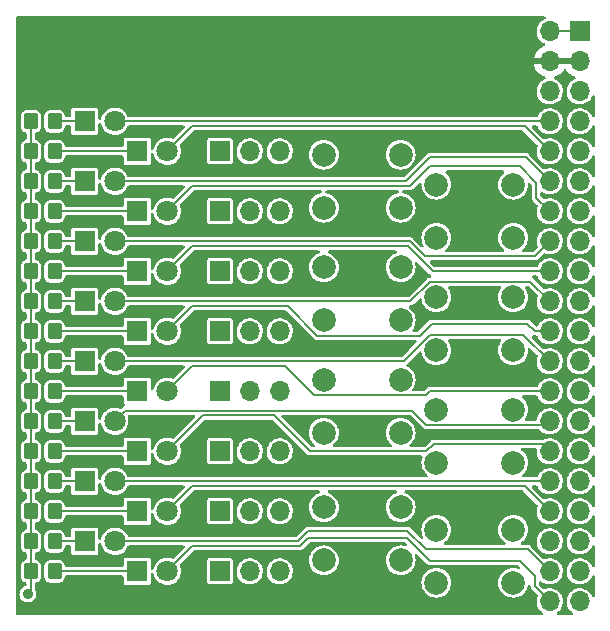
<source format=gtl>
G04 #@! TF.GenerationSoftware,KiCad,Pcbnew,(6.0.1)*
G04 #@! TF.CreationDate,2022-08-31T10:29:55-04:00*
G04 #@! TF.ProjectId,ITX-SWLEDs,4954582d-5357-44c4-9544-732e6b696361,1*
G04 #@! TF.SameCoordinates,Original*
G04 #@! TF.FileFunction,Copper,L1,Top*
G04 #@! TF.FilePolarity,Positive*
%FSLAX46Y46*%
G04 Gerber Fmt 4.6, Leading zero omitted, Abs format (unit mm)*
G04 Created by KiCad (PCBNEW (6.0.1)) date 2022-08-31 10:29:55*
%MOMM*%
%LPD*%
G01*
G04 APERTURE LIST*
G04 Aperture macros list*
%AMRoundRect*
0 Rectangle with rounded corners*
0 $1 Rounding radius*
0 $2 $3 $4 $5 $6 $7 $8 $9 X,Y pos of 4 corners*
0 Add a 4 corners polygon primitive as box body*
4,1,4,$2,$3,$4,$5,$6,$7,$8,$9,$2,$3,0*
0 Add four circle primitives for the rounded corners*
1,1,$1+$1,$2,$3*
1,1,$1+$1,$4,$5*
1,1,$1+$1,$6,$7*
1,1,$1+$1,$8,$9*
0 Add four rect primitives between the rounded corners*
20,1,$1+$1,$2,$3,$4,$5,0*
20,1,$1+$1,$4,$5,$6,$7,0*
20,1,$1+$1,$6,$7,$8,$9,0*
20,1,$1+$1,$8,$9,$2,$3,0*%
G04 Aperture macros list end*
G04 #@! TA.AperFunction,ComponentPad*
%ADD10R,1.700000X1.700000*%
G04 #@! TD*
G04 #@! TA.AperFunction,ComponentPad*
%ADD11O,1.700000X1.700000*%
G04 #@! TD*
G04 #@! TA.AperFunction,ComponentPad*
%ADD12C,2.000000*%
G04 #@! TD*
G04 #@! TA.AperFunction,SMDPad,CuDef*
%ADD13RoundRect,0.250000X-0.350000X-0.450000X0.350000X-0.450000X0.350000X0.450000X-0.350000X0.450000X0*%
G04 #@! TD*
G04 #@! TA.AperFunction,ComponentPad*
%ADD14R,1.800000X1.800000*%
G04 #@! TD*
G04 #@! TA.AperFunction,ComponentPad*
%ADD15C,1.800000*%
G04 #@! TD*
G04 #@! TA.AperFunction,ViaPad*
%ADD16C,0.889000*%
G04 #@! TD*
G04 #@! TA.AperFunction,Conductor*
%ADD17C,0.203200*%
G04 #@! TD*
G04 #@! TA.AperFunction,Conductor*
%ADD18C,0.200000*%
G04 #@! TD*
G04 APERTURE END LIST*
D10*
X120635000Y-82804000D03*
D11*
X123175000Y-82804000D03*
X125715000Y-82804000D03*
D12*
X138990000Y-84364000D03*
X145490000Y-84364000D03*
X138990000Y-88864000D03*
X145490000Y-88864000D03*
D13*
X104664000Y-75184000D03*
X106664000Y-75184000D03*
D12*
X135965000Y-72299000D03*
X129465000Y-72299000D03*
X129465000Y-76799000D03*
X135965000Y-76799000D03*
D13*
X104664000Y-85344000D03*
X106664000Y-85344000D03*
D10*
X120650000Y-72644000D03*
D11*
X123190000Y-72644000D03*
X125730000Y-72644000D03*
D13*
X104664000Y-90424000D03*
X106664000Y-90424000D03*
X104664000Y-62484000D03*
X106664000Y-62484000D03*
D14*
X109215000Y-70104000D03*
D15*
X111755000Y-70104000D03*
D14*
X113660000Y-67564000D03*
D15*
X116200000Y-67564000D03*
D14*
X109215000Y-59944000D03*
D15*
X111755000Y-59944000D03*
D10*
X120650000Y-98044000D03*
D11*
X123190000Y-98044000D03*
X125730000Y-98044000D03*
D13*
X104664000Y-65024000D03*
X106664000Y-65024000D03*
X104664000Y-95504000D03*
X106664000Y-95504000D03*
D10*
X151130000Y-52324000D03*
D11*
X148590000Y-52324000D03*
X151130000Y-54864000D03*
X148590000Y-54864000D03*
X151130000Y-57404000D03*
X148590000Y-57404000D03*
X151130000Y-59944000D03*
X148590000Y-59944000D03*
X151130000Y-62484000D03*
X148590000Y-62484000D03*
X151130000Y-65024000D03*
X148590000Y-65024000D03*
X151130000Y-67564000D03*
X148590000Y-67564000D03*
X151130000Y-70104000D03*
X148590000Y-70104000D03*
X151130000Y-72644000D03*
X148590000Y-72644000D03*
X151130000Y-75184000D03*
X148590000Y-75184000D03*
X151130000Y-77724000D03*
X148590000Y-77724000D03*
X151130000Y-80264000D03*
X148590000Y-80264000D03*
X151130000Y-82804000D03*
X148590000Y-82804000D03*
X151130000Y-85344000D03*
X148590000Y-85344000D03*
X151130000Y-87884000D03*
X148590000Y-87884000D03*
X151130000Y-90424000D03*
X148590000Y-90424000D03*
X151130000Y-92964000D03*
X148590000Y-92964000D03*
X151130000Y-95504000D03*
X148590000Y-95504000D03*
X151130000Y-98044000D03*
X148590000Y-98044000D03*
X151130000Y-100584000D03*
X148590000Y-100584000D03*
D14*
X113660000Y-62484000D03*
D15*
X116200000Y-62484000D03*
D10*
X120650000Y-67564000D03*
D11*
X123190000Y-67564000D03*
X125730000Y-67564000D03*
D10*
X120650000Y-92964000D03*
D11*
X123190000Y-92964000D03*
X125730000Y-92964000D03*
D12*
X135965000Y-62774000D03*
X129465000Y-62774000D03*
X129465000Y-67274000D03*
X135965000Y-67274000D03*
D14*
X113660000Y-98044000D03*
D15*
X116200000Y-98044000D03*
D12*
X135965000Y-92619000D03*
X129465000Y-92619000D03*
X129465000Y-97119000D03*
X135965000Y-97119000D03*
D13*
X104664000Y-98044000D03*
X106664000Y-98044000D03*
D12*
X145490000Y-65314000D03*
X138990000Y-65314000D03*
X145490000Y-69814000D03*
X138990000Y-69814000D03*
D14*
X113660000Y-82804000D03*
D15*
X116200000Y-82804000D03*
D14*
X109215000Y-80264000D03*
D15*
X111755000Y-80264000D03*
D13*
X104664000Y-72644000D03*
X106664000Y-72644000D03*
X104664000Y-82804000D03*
X106664000Y-82804000D03*
D10*
X120650000Y-77724000D03*
D11*
X123190000Y-77724000D03*
X125730000Y-77724000D03*
D14*
X113660000Y-77724000D03*
D15*
X116200000Y-77724000D03*
D14*
X109215000Y-75184000D03*
D15*
X111755000Y-75184000D03*
D13*
X104664000Y-77724000D03*
X106664000Y-77724000D03*
D14*
X113660000Y-87884000D03*
D15*
X116200000Y-87884000D03*
D13*
X104664000Y-80264000D03*
X106664000Y-80264000D03*
D10*
X120650000Y-62484000D03*
D11*
X123190000Y-62484000D03*
X125730000Y-62484000D03*
D14*
X109215000Y-65024000D03*
D15*
X111755000Y-65024000D03*
D13*
X104664000Y-92964000D03*
X106664000Y-92964000D03*
X104664000Y-59944000D03*
X106664000Y-59944000D03*
D10*
X120650000Y-87884000D03*
D11*
X123190000Y-87884000D03*
X125730000Y-87884000D03*
D12*
X138990000Y-94524000D03*
X145490000Y-94524000D03*
X145490000Y-99024000D03*
X138990000Y-99024000D03*
D14*
X109230000Y-95504000D03*
D15*
X111770000Y-95504000D03*
D12*
X135965000Y-81824000D03*
X129465000Y-81824000D03*
X135965000Y-86324000D03*
X129465000Y-86324000D03*
D14*
X109215000Y-85344000D03*
D15*
X111755000Y-85344000D03*
D14*
X113660000Y-92964000D03*
D15*
X116200000Y-92964000D03*
D14*
X113660000Y-72644000D03*
D15*
X116200000Y-72644000D03*
D13*
X104664000Y-67564000D03*
X106664000Y-67564000D03*
D12*
X145490000Y-74839000D03*
X138990000Y-74839000D03*
X145490000Y-79339000D03*
X138990000Y-79339000D03*
D13*
X104664000Y-70104000D03*
X106664000Y-70104000D03*
D14*
X109215000Y-90424000D03*
D15*
X111755000Y-90424000D03*
D13*
X104664000Y-87884000D03*
X106664000Y-87884000D03*
D16*
X104394000Y-99949000D03*
D17*
X104664000Y-87884000D02*
X104664000Y-85344000D01*
X104664000Y-67564000D02*
X104664000Y-65024000D01*
X104664000Y-59944000D02*
X104664000Y-62484000D01*
X104664000Y-98044000D02*
X104664000Y-99679000D01*
X104664000Y-65024000D02*
X104664000Y-62484000D01*
X104664000Y-72644000D02*
X104664000Y-70104000D01*
X104664000Y-70104000D02*
X104664000Y-67564000D01*
X104664000Y-82804000D02*
X104664000Y-85344000D01*
X104664000Y-99679000D02*
X104394000Y-99949000D01*
X104664000Y-77724000D02*
X104664000Y-75184000D01*
X104664000Y-95504000D02*
X104664000Y-92964000D01*
X104664000Y-80264000D02*
X104664000Y-82804000D01*
X104664000Y-98044000D02*
X104664000Y-95504000D01*
X104664000Y-77724000D02*
X104664000Y-80264000D01*
X104664000Y-90424000D02*
X104664000Y-87884000D01*
X104664000Y-92964000D02*
X104664000Y-90424000D01*
X104664000Y-75184000D02*
X104664000Y-72644000D01*
X151130000Y-52324000D02*
X148590000Y-52324000D01*
X111755000Y-59944000D02*
X148590000Y-59944000D01*
X146455920Y-60349920D02*
X148590000Y-62484000D01*
X118334080Y-60349920D02*
X146455920Y-60349920D01*
X116200000Y-62484000D02*
X118334080Y-60349920D01*
X146558000Y-62992000D02*
X148590000Y-65024000D01*
X136398000Y-65024000D02*
X138430000Y-62992000D01*
X111755000Y-65024000D02*
X136398000Y-65024000D01*
X138430000Y-62992000D02*
X146558000Y-62992000D01*
X136754080Y-65429920D02*
X138430000Y-63754000D01*
X138430000Y-63754000D02*
X146050000Y-63754000D01*
X116200000Y-67564000D02*
X118334080Y-65429920D01*
X118334080Y-65429920D02*
X136754080Y-65429920D01*
X147435689Y-66409689D02*
X148590000Y-67564000D01*
X146050000Y-63754000D02*
X147435689Y-65139689D01*
X147435689Y-65139689D02*
X147435689Y-66409689D01*
X136718058Y-70104000D02*
X137988058Y-71374000D01*
X111755000Y-70104000D02*
X136718058Y-70104000D01*
X147320000Y-71374000D02*
X148590000Y-70104000D01*
X137988058Y-71374000D02*
X147320000Y-71374000D01*
X118334080Y-70509920D02*
X136549920Y-70509920D01*
X136549920Y-70509920D02*
X138684000Y-72644000D01*
X116200000Y-72644000D02*
X118334080Y-70509920D01*
X138684000Y-72644000D02*
X148590000Y-72644000D01*
X146940689Y-73534689D02*
X148590000Y-75184000D01*
X111755000Y-75184000D02*
X136800425Y-75184000D01*
X138449736Y-73534689D02*
X146940689Y-73534689D01*
X136800425Y-75184000D02*
X138449736Y-73534689D01*
X138584575Y-77089000D02*
X146685000Y-77089000D01*
X147320000Y-77724000D02*
X146685000Y-77089000D01*
X116200000Y-77724000D02*
X118334080Y-75589920D01*
X126411345Y-75589920D02*
X128924736Y-78103311D01*
X128924736Y-78103311D02*
X137570264Y-78103311D01*
X148590000Y-77724000D02*
X147320000Y-77724000D01*
X137570264Y-78103311D02*
X138584575Y-77089000D01*
X118334080Y-75589920D02*
X126411345Y-75589920D01*
X136220425Y-80264000D02*
X138449736Y-78034689D01*
X146360689Y-78034689D02*
X148590000Y-80264000D01*
X138449736Y-78034689D02*
X146360689Y-78034689D01*
X111755000Y-80264000D02*
X136220425Y-80264000D01*
X138430000Y-82804000D02*
X148590000Y-82804000D01*
X138105689Y-83128311D02*
X138430000Y-82804000D01*
X116200000Y-82804000D02*
X118334080Y-80669920D01*
X126135920Y-80669920D02*
X128594311Y-83128311D01*
X118334080Y-80669920D02*
X126135920Y-80669920D01*
X128594311Y-83128311D02*
X138105689Y-83128311D01*
X136895000Y-84444000D02*
X138119311Y-85668311D01*
X112655000Y-84444000D02*
X136895000Y-84444000D01*
X138119311Y-85668311D02*
X148265689Y-85668311D01*
X111755000Y-85344000D02*
X112655000Y-84444000D01*
X138760425Y-87249000D02*
X147955000Y-87249000D01*
X147955000Y-87249000D02*
X148590000Y-87884000D01*
X128270000Y-87884000D02*
X138125425Y-87884000D01*
X125235920Y-84849920D02*
X128270000Y-87884000D01*
X119234080Y-84849920D02*
X125235920Y-84849920D01*
X138125425Y-87884000D02*
X138760425Y-87249000D01*
X116200000Y-87884000D02*
X119234080Y-84849920D01*
X111755000Y-90424000D02*
X148590000Y-90424000D01*
D18*
X116200000Y-92964000D02*
X118335680Y-90828320D01*
X146454320Y-90828320D02*
X148590000Y-92964000D01*
X118335680Y-90828320D02*
X146454320Y-90828320D01*
D17*
X128143000Y-94615000D02*
X136525000Y-94615000D01*
X138074288Y-96164288D02*
X146710288Y-96164288D01*
X127254000Y-95504000D02*
X128143000Y-94615000D01*
X111770000Y-95504000D02*
X127254000Y-95504000D01*
X136525000Y-94615000D02*
X138074288Y-96164288D01*
X146710288Y-96164288D02*
X148590000Y-98044000D01*
X127422138Y-95909920D02*
X128082058Y-95250000D01*
X136525000Y-95250000D02*
X138430000Y-97155000D01*
X128082058Y-95250000D02*
X136525000Y-95250000D01*
X147320000Y-99314000D02*
X148590000Y-100584000D01*
X118334080Y-95909920D02*
X127422138Y-95909920D01*
X147320000Y-98425000D02*
X147320000Y-99314000D01*
X138430000Y-97155000D02*
X146050000Y-97155000D01*
X146050000Y-97155000D02*
X147320000Y-98425000D01*
X116200000Y-98044000D02*
X118334080Y-95909920D01*
X106664000Y-59944000D02*
X109215000Y-59944000D01*
X106664000Y-65024000D02*
X109215000Y-65024000D01*
X106664000Y-70104000D02*
X109215000Y-70104000D01*
X106664000Y-75184000D02*
X109215000Y-75184000D01*
X106664000Y-80264000D02*
X109215000Y-80264000D01*
X106664000Y-85344000D02*
X109215000Y-85344000D01*
X106664000Y-90424000D02*
X109215000Y-90424000D01*
X106664000Y-95504000D02*
X109230000Y-95504000D01*
X106664000Y-62484000D02*
X113660000Y-62484000D01*
X106664000Y-67564000D02*
X113660000Y-67564000D01*
X106664000Y-72644000D02*
X113660000Y-72644000D01*
X106664000Y-77724000D02*
X113660000Y-77724000D01*
X106664000Y-82804000D02*
X113660000Y-82804000D01*
X106664000Y-87884000D02*
X113660000Y-87884000D01*
X106664000Y-92964000D02*
X113660000Y-92964000D01*
X106664000Y-98044000D02*
X113660000Y-98044000D01*
G04 #@! TA.AperFunction,Conductor*
G36*
X148203686Y-51074002D02*
G01*
X148250179Y-51127658D01*
X148260283Y-51197932D01*
X148230789Y-51262512D01*
X148179176Y-51298212D01*
X148163650Y-51303940D01*
X148112463Y-51322824D01*
X147938010Y-51426612D01*
X147933670Y-51430418D01*
X147933666Y-51430421D01*
X147789733Y-51556648D01*
X147785392Y-51560455D01*
X147659720Y-51719869D01*
X147657031Y-51724980D01*
X147657029Y-51724983D01*
X147644073Y-51749608D01*
X147565203Y-51899515D01*
X147505007Y-52093378D01*
X147481148Y-52294964D01*
X147494424Y-52497522D01*
X147544392Y-52694269D01*
X147546809Y-52699512D01*
X147584010Y-52780208D01*
X147629377Y-52878616D01*
X147746533Y-53044389D01*
X147891938Y-53186035D01*
X148060720Y-53298812D01*
X148066023Y-53301090D01*
X148066026Y-53301092D01*
X148162954Y-53342735D01*
X148217647Y-53388003D01*
X148239184Y-53455654D01*
X148220727Y-53524210D01*
X148168136Y-53571904D01*
X148152361Y-53578268D01*
X148066868Y-53606212D01*
X148057359Y-53610209D01*
X147868463Y-53708542D01*
X147859738Y-53714036D01*
X147689433Y-53841905D01*
X147681726Y-53848748D01*
X147534590Y-54002717D01*
X147528104Y-54010727D01*
X147408098Y-54186649D01*
X147403000Y-54195623D01*
X147313338Y-54388783D01*
X147309775Y-54398470D01*
X147254389Y-54598183D01*
X147255912Y-54606607D01*
X147268292Y-54610000D01*
X151258000Y-54610000D01*
X151326121Y-54630002D01*
X151372614Y-54683658D01*
X151384000Y-54736000D01*
X151384000Y-54992000D01*
X151363998Y-55060121D01*
X151310342Y-55106614D01*
X151258000Y-55118000D01*
X147273225Y-55118000D01*
X147259694Y-55121973D01*
X147258257Y-55131966D01*
X147288565Y-55266446D01*
X147291645Y-55276275D01*
X147371770Y-55473603D01*
X147376413Y-55482794D01*
X147487694Y-55664388D01*
X147493777Y-55672699D01*
X147633213Y-55833667D01*
X147640580Y-55840883D01*
X147804434Y-55976916D01*
X147812881Y-55982831D01*
X147996756Y-56090279D01*
X148006042Y-56094729D01*
X148155124Y-56151657D01*
X148211627Y-56194644D01*
X148235920Y-56261355D01*
X148220290Y-56330610D01*
X148169699Y-56380421D01*
X148153785Y-56387579D01*
X148112463Y-56402824D01*
X147938010Y-56506612D01*
X147933670Y-56510418D01*
X147933666Y-56510421D01*
X147913723Y-56527911D01*
X147785392Y-56640455D01*
X147659720Y-56799869D01*
X147657031Y-56804980D01*
X147657029Y-56804983D01*
X147644073Y-56829609D01*
X147565203Y-56979515D01*
X147505007Y-57173378D01*
X147481148Y-57374964D01*
X147494424Y-57577522D01*
X147495845Y-57583118D01*
X147495846Y-57583123D01*
X147516119Y-57662945D01*
X147544392Y-57774269D01*
X147546809Y-57779512D01*
X147584010Y-57860208D01*
X147629377Y-57958616D01*
X147746533Y-58124389D01*
X147891938Y-58266035D01*
X148060720Y-58378812D01*
X148066023Y-58381090D01*
X148066026Y-58381092D01*
X148154707Y-58419192D01*
X148247228Y-58458942D01*
X148320244Y-58475464D01*
X148439579Y-58502467D01*
X148439584Y-58502468D01*
X148445216Y-58503742D01*
X148450987Y-58503969D01*
X148450989Y-58503969D01*
X148510756Y-58506317D01*
X148648053Y-58511712D01*
X148748499Y-58497148D01*
X148843231Y-58483413D01*
X148843236Y-58483412D01*
X148848945Y-58482584D01*
X148854409Y-58480729D01*
X148854414Y-58480728D01*
X149035693Y-58419192D01*
X149035698Y-58419190D01*
X149041165Y-58417334D01*
X149218276Y-58318147D01*
X149280934Y-58266035D01*
X149369913Y-58192031D01*
X149374345Y-58188345D01*
X149504147Y-58032276D01*
X149563845Y-57925677D01*
X149600510Y-57860208D01*
X149600511Y-57860206D01*
X149603334Y-57855165D01*
X149605190Y-57849698D01*
X149605192Y-57849693D01*
X149666728Y-57668414D01*
X149666729Y-57668409D01*
X149668584Y-57662945D01*
X149669412Y-57657236D01*
X149669413Y-57657231D01*
X149697179Y-57465727D01*
X149697712Y-57462053D01*
X149699232Y-57404000D01*
X149680658Y-57201859D01*
X149679090Y-57196299D01*
X149627125Y-57012046D01*
X149627124Y-57012044D01*
X149625557Y-57006487D01*
X149614978Y-56985033D01*
X149538331Y-56829609D01*
X149535776Y-56824428D01*
X149414320Y-56661779D01*
X149265258Y-56523987D01*
X149260375Y-56520906D01*
X149260371Y-56520903D01*
X149098464Y-56418748D01*
X149093581Y-56415667D01*
X149021614Y-56386955D01*
X148965755Y-56343134D01*
X148942455Y-56276069D01*
X148959111Y-56207054D01*
X149010436Y-56158000D01*
X149032098Y-56149239D01*
X149082252Y-56134192D01*
X149091842Y-56130433D01*
X149283095Y-56036739D01*
X149291945Y-56031464D01*
X149465328Y-55907792D01*
X149473200Y-55901139D01*
X149624052Y-55750812D01*
X149630730Y-55742965D01*
X149758022Y-55565819D01*
X149759147Y-55566627D01*
X149806669Y-55522876D01*
X149876607Y-55510661D01*
X149942046Y-55538197D01*
X149969870Y-55570028D01*
X150027690Y-55664383D01*
X150033777Y-55672699D01*
X150173213Y-55833667D01*
X150180580Y-55840883D01*
X150344434Y-55976916D01*
X150352881Y-55982831D01*
X150536756Y-56090279D01*
X150546042Y-56094729D01*
X150695124Y-56151657D01*
X150751627Y-56194644D01*
X150775920Y-56261355D01*
X150760290Y-56330610D01*
X150709699Y-56380421D01*
X150693785Y-56387579D01*
X150652463Y-56402824D01*
X150478010Y-56506612D01*
X150473670Y-56510418D01*
X150473666Y-56510421D01*
X150453723Y-56527911D01*
X150325392Y-56640455D01*
X150199720Y-56799869D01*
X150197031Y-56804980D01*
X150197029Y-56804983D01*
X150184073Y-56829609D01*
X150105203Y-56979515D01*
X150045007Y-57173378D01*
X150021148Y-57374964D01*
X150034424Y-57577522D01*
X150035845Y-57583118D01*
X150035846Y-57583123D01*
X150056119Y-57662945D01*
X150084392Y-57774269D01*
X150086809Y-57779512D01*
X150124010Y-57860208D01*
X150169377Y-57958616D01*
X150286533Y-58124389D01*
X150431938Y-58266035D01*
X150600720Y-58378812D01*
X150606023Y-58381090D01*
X150606026Y-58381092D01*
X150694707Y-58419192D01*
X150787228Y-58458942D01*
X150860244Y-58475464D01*
X150979579Y-58502467D01*
X150979584Y-58502468D01*
X150985216Y-58503742D01*
X150990987Y-58503969D01*
X150990989Y-58503969D01*
X151050756Y-58506317D01*
X151188053Y-58511712D01*
X151288499Y-58497148D01*
X151383231Y-58483413D01*
X151383236Y-58483412D01*
X151388945Y-58482584D01*
X151394409Y-58480729D01*
X151394414Y-58480728D01*
X151575693Y-58419192D01*
X151575698Y-58419190D01*
X151581165Y-58417334D01*
X151758276Y-58318147D01*
X151820934Y-58266035D01*
X151909913Y-58192031D01*
X151914345Y-58188345D01*
X152044147Y-58032276D01*
X152103845Y-57925677D01*
X152140510Y-57860208D01*
X152140511Y-57860206D01*
X152143334Y-57855165D01*
X152145190Y-57849698D01*
X152145192Y-57849693D01*
X152154687Y-57821720D01*
X152195524Y-57763644D01*
X152261277Y-57736865D01*
X152331069Y-57749886D01*
X152382742Y-57798573D01*
X152400000Y-57862221D01*
X152400000Y-59481506D01*
X152379998Y-59549627D01*
X152326342Y-59596120D01*
X152256068Y-59606224D01*
X152191488Y-59576730D01*
X152160994Y-59537234D01*
X152078331Y-59369609D01*
X152075776Y-59364428D01*
X151954320Y-59201779D01*
X151805258Y-59063987D01*
X151800375Y-59060906D01*
X151800371Y-59060903D01*
X151638464Y-58958748D01*
X151633581Y-58955667D01*
X151445039Y-58880446D01*
X151439379Y-58879320D01*
X151439375Y-58879319D01*
X151251613Y-58841971D01*
X151251610Y-58841971D01*
X151245946Y-58840844D01*
X151240171Y-58840768D01*
X151240167Y-58840768D01*
X151138793Y-58839441D01*
X151042971Y-58838187D01*
X151037274Y-58839166D01*
X151037273Y-58839166D01*
X150848607Y-58871585D01*
X150842910Y-58872564D01*
X150652463Y-58942824D01*
X150478010Y-59046612D01*
X150473670Y-59050418D01*
X150473666Y-59050421D01*
X150359633Y-59150426D01*
X150325392Y-59180455D01*
X150199720Y-59339869D01*
X150197031Y-59344980D01*
X150197029Y-59344983D01*
X150176211Y-59384552D01*
X150105203Y-59519515D01*
X150045007Y-59713378D01*
X150021148Y-59914964D01*
X150034424Y-60117522D01*
X150035845Y-60123118D01*
X150035846Y-60123123D01*
X150056119Y-60202945D01*
X150084392Y-60314269D01*
X150086809Y-60319512D01*
X150124010Y-60400208D01*
X150169377Y-60498616D01*
X150172710Y-60503332D01*
X150237968Y-60595670D01*
X150286533Y-60664389D01*
X150431938Y-60806035D01*
X150600720Y-60918812D01*
X150606023Y-60921090D01*
X150606026Y-60921092D01*
X150703433Y-60962941D01*
X150787228Y-60998942D01*
X150857801Y-61014911D01*
X150979579Y-61042467D01*
X150979584Y-61042468D01*
X150985216Y-61043742D01*
X150990987Y-61043969D01*
X150990989Y-61043969D01*
X151050756Y-61046317D01*
X151188053Y-61051712D01*
X151288499Y-61037148D01*
X151383231Y-61023413D01*
X151383236Y-61023412D01*
X151388945Y-61022584D01*
X151394409Y-61020729D01*
X151394414Y-61020728D01*
X151575693Y-60959192D01*
X151575698Y-60959190D01*
X151581165Y-60957334D01*
X151587794Y-60953622D01*
X151684381Y-60899530D01*
X151758276Y-60858147D01*
X151775021Y-60844221D01*
X151909913Y-60732031D01*
X151914345Y-60728345D01*
X152020493Y-60600717D01*
X152040453Y-60576718D01*
X152040455Y-60576715D01*
X152044147Y-60572276D01*
X152131896Y-60415589D01*
X152140510Y-60400208D01*
X152140511Y-60400206D01*
X152143334Y-60395165D01*
X152145190Y-60389698D01*
X152145192Y-60389693D01*
X152154687Y-60361720D01*
X152195524Y-60303644D01*
X152261277Y-60276865D01*
X152331069Y-60289886D01*
X152382742Y-60338573D01*
X152400000Y-60402221D01*
X152400000Y-62021506D01*
X152379998Y-62089627D01*
X152326342Y-62136120D01*
X152256068Y-62146224D01*
X152191488Y-62116730D01*
X152160994Y-62077234D01*
X152078331Y-61909609D01*
X152075776Y-61904428D01*
X151954320Y-61741779D01*
X151805258Y-61603987D01*
X151800375Y-61600906D01*
X151800371Y-61600903D01*
X151638464Y-61498748D01*
X151633581Y-61495667D01*
X151445039Y-61420446D01*
X151439379Y-61419320D01*
X151439375Y-61419319D01*
X151251613Y-61381971D01*
X151251610Y-61381971D01*
X151245946Y-61380844D01*
X151240171Y-61380768D01*
X151240167Y-61380768D01*
X151138793Y-61379441D01*
X151042971Y-61378187D01*
X151037274Y-61379166D01*
X151037273Y-61379166D01*
X150848607Y-61411585D01*
X150842910Y-61412564D01*
X150652463Y-61482824D01*
X150478010Y-61586612D01*
X150473670Y-61590418D01*
X150473666Y-61590421D01*
X150364021Y-61686578D01*
X150325392Y-61720455D01*
X150199720Y-61879869D01*
X150197031Y-61884980D01*
X150197029Y-61884983D01*
X150152797Y-61969054D01*
X150105203Y-62059515D01*
X150045007Y-62253378D01*
X150021148Y-62454964D01*
X150034424Y-62657522D01*
X150035845Y-62663118D01*
X150035846Y-62663123D01*
X150074892Y-62816865D01*
X150084392Y-62854269D01*
X150086809Y-62859512D01*
X150124010Y-62940208D01*
X150169377Y-63038616D01*
X150172710Y-63043332D01*
X150237968Y-63135670D01*
X150286533Y-63204389D01*
X150431938Y-63346035D01*
X150600720Y-63458812D01*
X150606023Y-63461090D01*
X150606026Y-63461092D01*
X150767588Y-63530504D01*
X150787228Y-63538942D01*
X150857801Y-63554911D01*
X150979579Y-63582467D01*
X150979584Y-63582468D01*
X150985216Y-63583742D01*
X150990987Y-63583969D01*
X150990989Y-63583969D01*
X151050756Y-63586317D01*
X151188053Y-63591712D01*
X151295348Y-63576155D01*
X151383231Y-63563413D01*
X151383236Y-63563412D01*
X151388945Y-63562584D01*
X151394409Y-63560729D01*
X151394414Y-63560728D01*
X151575693Y-63499192D01*
X151575698Y-63499190D01*
X151581165Y-63497334D01*
X151587794Y-63493622D01*
X151655683Y-63455602D01*
X151758276Y-63398147D01*
X151775021Y-63384221D01*
X151909913Y-63272031D01*
X151914345Y-63268345D01*
X152020493Y-63140717D01*
X152040453Y-63116718D01*
X152040455Y-63116715D01*
X152044147Y-63112276D01*
X152131896Y-62955589D01*
X152140510Y-62940208D01*
X152140511Y-62940206D01*
X152143334Y-62935165D01*
X152145190Y-62929698D01*
X152145192Y-62929693D01*
X152154687Y-62901720D01*
X152195524Y-62843644D01*
X152261277Y-62816865D01*
X152331069Y-62829886D01*
X152382742Y-62878573D01*
X152400000Y-62942221D01*
X152400000Y-64561506D01*
X152379998Y-64629627D01*
X152326342Y-64676120D01*
X152256068Y-64686224D01*
X152191488Y-64656730D01*
X152160994Y-64617234D01*
X152078331Y-64449609D01*
X152075776Y-64444428D01*
X151954320Y-64281779D01*
X151805258Y-64143987D01*
X151800375Y-64140906D01*
X151800371Y-64140903D01*
X151638464Y-64038748D01*
X151633581Y-64035667D01*
X151445039Y-63960446D01*
X151439379Y-63959320D01*
X151439375Y-63959319D01*
X151251613Y-63921971D01*
X151251610Y-63921971D01*
X151245946Y-63920844D01*
X151240171Y-63920768D01*
X151240167Y-63920768D01*
X151138793Y-63919441D01*
X151042971Y-63918187D01*
X151037274Y-63919166D01*
X151037273Y-63919166D01*
X150848607Y-63951585D01*
X150842910Y-63952564D01*
X150652463Y-64022824D01*
X150478010Y-64126612D01*
X150473670Y-64130418D01*
X150473666Y-64130421D01*
X150359633Y-64230426D01*
X150325392Y-64260455D01*
X150199720Y-64419869D01*
X150197031Y-64424980D01*
X150197029Y-64424983D01*
X150152797Y-64509054D01*
X150105203Y-64599515D01*
X150045007Y-64793378D01*
X150021148Y-64994964D01*
X150034424Y-65197522D01*
X150035845Y-65203118D01*
X150035846Y-65203123D01*
X150070452Y-65339381D01*
X150084392Y-65394269D01*
X150086809Y-65399512D01*
X150124010Y-65480208D01*
X150169377Y-65578616D01*
X150172710Y-65583332D01*
X150273037Y-65725292D01*
X150286533Y-65744389D01*
X150431938Y-65886035D01*
X150600720Y-65998812D01*
X150606023Y-66001090D01*
X150606026Y-66001092D01*
X150703433Y-66042941D01*
X150787228Y-66078942D01*
X150857801Y-66094911D01*
X150979579Y-66122467D01*
X150979584Y-66122468D01*
X150985216Y-66123742D01*
X150990987Y-66123969D01*
X150990989Y-66123969D01*
X151050756Y-66126317D01*
X151188053Y-66131712D01*
X151288499Y-66117148D01*
X151383231Y-66103413D01*
X151383236Y-66103412D01*
X151388945Y-66102584D01*
X151394409Y-66100729D01*
X151394414Y-66100728D01*
X151575693Y-66039192D01*
X151575698Y-66039190D01*
X151581165Y-66037334D01*
X151587794Y-66033622D01*
X151684381Y-65979530D01*
X151758276Y-65938147D01*
X151768130Y-65929952D01*
X151909913Y-65812031D01*
X151914345Y-65808345D01*
X151944753Y-65771784D01*
X152040453Y-65656718D01*
X152040455Y-65656715D01*
X152044147Y-65652276D01*
X152131896Y-65495589D01*
X152140510Y-65480208D01*
X152140511Y-65480206D01*
X152143334Y-65475165D01*
X152145190Y-65469698D01*
X152145192Y-65469693D01*
X152154687Y-65441720D01*
X152195524Y-65383644D01*
X152261277Y-65356865D01*
X152331069Y-65369886D01*
X152382742Y-65418573D01*
X152400000Y-65482221D01*
X152400000Y-67101506D01*
X152379998Y-67169627D01*
X152326342Y-67216120D01*
X152256068Y-67226224D01*
X152191488Y-67196730D01*
X152160994Y-67157234D01*
X152078331Y-66989609D01*
X152075776Y-66984428D01*
X151954320Y-66821779D01*
X151805258Y-66683987D01*
X151800375Y-66680906D01*
X151800371Y-66680903D01*
X151638464Y-66578748D01*
X151633581Y-66575667D01*
X151445039Y-66500446D01*
X151439379Y-66499320D01*
X151439375Y-66499319D01*
X151251613Y-66461971D01*
X151251610Y-66461971D01*
X151245946Y-66460844D01*
X151240171Y-66460768D01*
X151240167Y-66460768D01*
X151138793Y-66459441D01*
X151042971Y-66458187D01*
X151037274Y-66459166D01*
X151037273Y-66459166D01*
X150848607Y-66491585D01*
X150842910Y-66492564D01*
X150652463Y-66562824D01*
X150647502Y-66565776D01*
X150647501Y-66565776D01*
X150639900Y-66570298D01*
X150478010Y-66666612D01*
X150473670Y-66670418D01*
X150473666Y-66670421D01*
X150359633Y-66770426D01*
X150325392Y-66800455D01*
X150199720Y-66959869D01*
X150197031Y-66964980D01*
X150197029Y-66964983D01*
X150176211Y-67004552D01*
X150105203Y-67139515D01*
X150045007Y-67333378D01*
X150021148Y-67534964D01*
X150034424Y-67737522D01*
X150035845Y-67743118D01*
X150035846Y-67743123D01*
X150056119Y-67822945D01*
X150084392Y-67934269D01*
X150086809Y-67939512D01*
X150154965Y-68087354D01*
X150169377Y-68118616D01*
X150172710Y-68123332D01*
X150256458Y-68241833D01*
X150286533Y-68284389D01*
X150431938Y-68426035D01*
X150436742Y-68429245D01*
X150480929Y-68458770D01*
X150600720Y-68538812D01*
X150606023Y-68541090D01*
X150606026Y-68541092D01*
X150737283Y-68597484D01*
X150787228Y-68618942D01*
X150857801Y-68634911D01*
X150979579Y-68662467D01*
X150979584Y-68662468D01*
X150985216Y-68663742D01*
X150990987Y-68663969D01*
X150990989Y-68663969D01*
X151050756Y-68666317D01*
X151188053Y-68671712D01*
X151295348Y-68656155D01*
X151383231Y-68643413D01*
X151383236Y-68643412D01*
X151388945Y-68642584D01*
X151394409Y-68640729D01*
X151394414Y-68640728D01*
X151575693Y-68579192D01*
X151575698Y-68579190D01*
X151581165Y-68577334D01*
X151587794Y-68573622D01*
X151660663Y-68532813D01*
X151758276Y-68478147D01*
X151775021Y-68464221D01*
X151909913Y-68352031D01*
X151914345Y-68348345D01*
X152020493Y-68220717D01*
X152040453Y-68196718D01*
X152040455Y-68196715D01*
X152044147Y-68192276D01*
X152131896Y-68035589D01*
X152140510Y-68020208D01*
X152140511Y-68020206D01*
X152143334Y-68015165D01*
X152145190Y-68009698D01*
X152145192Y-68009693D01*
X152154687Y-67981720D01*
X152195524Y-67923644D01*
X152261277Y-67896865D01*
X152331069Y-67909886D01*
X152382742Y-67958573D01*
X152400000Y-68022221D01*
X152400000Y-69641506D01*
X152379998Y-69709627D01*
X152326342Y-69756120D01*
X152256068Y-69766224D01*
X152191488Y-69736730D01*
X152160994Y-69697234D01*
X152078331Y-69529609D01*
X152075776Y-69524428D01*
X151954320Y-69361779D01*
X151805258Y-69223987D01*
X151800375Y-69220906D01*
X151800371Y-69220903D01*
X151638464Y-69118748D01*
X151633581Y-69115667D01*
X151445039Y-69040446D01*
X151439379Y-69039320D01*
X151439375Y-69039319D01*
X151251613Y-69001971D01*
X151251610Y-69001971D01*
X151245946Y-69000844D01*
X151240171Y-69000768D01*
X151240167Y-69000768D01*
X151138793Y-68999441D01*
X151042971Y-68998187D01*
X151037274Y-68999166D01*
X151037273Y-68999166D01*
X150848607Y-69031585D01*
X150842910Y-69032564D01*
X150652463Y-69102824D01*
X150478010Y-69206612D01*
X150473670Y-69210418D01*
X150473666Y-69210421D01*
X150359633Y-69310426D01*
X150325392Y-69340455D01*
X150199720Y-69499869D01*
X150197031Y-69504980D01*
X150197029Y-69504983D01*
X150176211Y-69544552D01*
X150105203Y-69679515D01*
X150045007Y-69873378D01*
X150021148Y-70074964D01*
X150034424Y-70277522D01*
X150035845Y-70283118D01*
X150035846Y-70283123D01*
X150056119Y-70362945D01*
X150084392Y-70474269D01*
X150086807Y-70479507D01*
X150086809Y-70479512D01*
X150154965Y-70627354D01*
X150169377Y-70658616D01*
X150172710Y-70663332D01*
X150256458Y-70781833D01*
X150286533Y-70824389D01*
X150431938Y-70966035D01*
X150436742Y-70969245D01*
X150479624Y-70997898D01*
X150600720Y-71078812D01*
X150606023Y-71081090D01*
X150606026Y-71081092D01*
X150781921Y-71156662D01*
X150787228Y-71158942D01*
X150857801Y-71174911D01*
X150979579Y-71202467D01*
X150979584Y-71202468D01*
X150985216Y-71203742D01*
X150990987Y-71203969D01*
X150990989Y-71203969D01*
X151045100Y-71206095D01*
X151188053Y-71211712D01*
X151288499Y-71197148D01*
X151383231Y-71183413D01*
X151383236Y-71183412D01*
X151388945Y-71182584D01*
X151394409Y-71180729D01*
X151394414Y-71180728D01*
X151575693Y-71119192D01*
X151575698Y-71119190D01*
X151581165Y-71117334D01*
X151586710Y-71114229D01*
X151685615Y-71058839D01*
X151758276Y-71018147D01*
X151763132Y-71014109D01*
X151909913Y-70892031D01*
X151914345Y-70888345D01*
X152020493Y-70760717D01*
X152040453Y-70736718D01*
X152040455Y-70736715D01*
X152044147Y-70732276D01*
X152119155Y-70598339D01*
X152140510Y-70560208D01*
X152140511Y-70560206D01*
X152143334Y-70555165D01*
X152145190Y-70549698D01*
X152145192Y-70549693D01*
X152154687Y-70521720D01*
X152195524Y-70463644D01*
X152261277Y-70436865D01*
X152331069Y-70449886D01*
X152382742Y-70498573D01*
X152400000Y-70562221D01*
X152400000Y-72181506D01*
X152379998Y-72249627D01*
X152326342Y-72296120D01*
X152256068Y-72306224D01*
X152191488Y-72276730D01*
X152160994Y-72237234D01*
X152078331Y-72069609D01*
X152075776Y-72064428D01*
X151954320Y-71901779D01*
X151805258Y-71763987D01*
X151800375Y-71760906D01*
X151800371Y-71760903D01*
X151638464Y-71658748D01*
X151633581Y-71655667D01*
X151445039Y-71580446D01*
X151439379Y-71579320D01*
X151439375Y-71579319D01*
X151251613Y-71541971D01*
X151251610Y-71541971D01*
X151245946Y-71540844D01*
X151240171Y-71540768D01*
X151240167Y-71540768D01*
X151138793Y-71539441D01*
X151042971Y-71538187D01*
X151037274Y-71539166D01*
X151037273Y-71539166D01*
X150848607Y-71571585D01*
X150842910Y-71572564D01*
X150652463Y-71642824D01*
X150647502Y-71645776D01*
X150647501Y-71645776D01*
X150634473Y-71653527D01*
X150478010Y-71746612D01*
X150473670Y-71750418D01*
X150473666Y-71750421D01*
X150359633Y-71850426D01*
X150325392Y-71880455D01*
X150199720Y-72039869D01*
X150197031Y-72044980D01*
X150197029Y-72044983D01*
X150178434Y-72080326D01*
X150105203Y-72219515D01*
X150045007Y-72413378D01*
X150021148Y-72614964D01*
X150034424Y-72817522D01*
X150035845Y-72823118D01*
X150035846Y-72823123D01*
X150072694Y-72968210D01*
X150084392Y-73014269D01*
X150086809Y-73019512D01*
X150165049Y-73189228D01*
X150169377Y-73198616D01*
X150172710Y-73203332D01*
X150237968Y-73295670D01*
X150286533Y-73364389D01*
X150431938Y-73506035D01*
X150600720Y-73618812D01*
X150606023Y-73621090D01*
X150606026Y-73621092D01*
X150737283Y-73677484D01*
X150787228Y-73698942D01*
X150857801Y-73714911D01*
X150979579Y-73742467D01*
X150979584Y-73742468D01*
X150985216Y-73743742D01*
X150990987Y-73743969D01*
X150990989Y-73743969D01*
X151050756Y-73746317D01*
X151188053Y-73751712D01*
X151295348Y-73736155D01*
X151383231Y-73723413D01*
X151383236Y-73723412D01*
X151388945Y-73722584D01*
X151394409Y-73720729D01*
X151394414Y-73720728D01*
X151575693Y-73659192D01*
X151575698Y-73659190D01*
X151581165Y-73657334D01*
X151587794Y-73653622D01*
X151655683Y-73615602D01*
X151758276Y-73558147D01*
X151775021Y-73544221D01*
X151909913Y-73432031D01*
X151914345Y-73428345D01*
X152005076Y-73319254D01*
X152040453Y-73276718D01*
X152040455Y-73276715D01*
X152044147Y-73272276D01*
X152133708Y-73112354D01*
X152140510Y-73100208D01*
X152140511Y-73100206D01*
X152143334Y-73095165D01*
X152145190Y-73089698D01*
X152145192Y-73089693D01*
X152154687Y-73061720D01*
X152195524Y-73003644D01*
X152261277Y-72976865D01*
X152331069Y-72989886D01*
X152382742Y-73038573D01*
X152400000Y-73102221D01*
X152400000Y-74721506D01*
X152379998Y-74789627D01*
X152326342Y-74836120D01*
X152256068Y-74846224D01*
X152191488Y-74816730D01*
X152160994Y-74777234D01*
X152078331Y-74609609D01*
X152075776Y-74604428D01*
X151954320Y-74441779D01*
X151805258Y-74303987D01*
X151800375Y-74300906D01*
X151800371Y-74300903D01*
X151638464Y-74198748D01*
X151633581Y-74195667D01*
X151445039Y-74120446D01*
X151439379Y-74119320D01*
X151439375Y-74119319D01*
X151251613Y-74081971D01*
X151251610Y-74081971D01*
X151245946Y-74080844D01*
X151240171Y-74080768D01*
X151240167Y-74080768D01*
X151138793Y-74079441D01*
X151042971Y-74078187D01*
X151037274Y-74079166D01*
X151037273Y-74079166D01*
X150848607Y-74111585D01*
X150842910Y-74112564D01*
X150652463Y-74182824D01*
X150478010Y-74286612D01*
X150473670Y-74290418D01*
X150473666Y-74290421D01*
X150359633Y-74390426D01*
X150325392Y-74420455D01*
X150199720Y-74579869D01*
X150197031Y-74584980D01*
X150197029Y-74584983D01*
X150178434Y-74620326D01*
X150105203Y-74759515D01*
X150045007Y-74953378D01*
X150021148Y-75154964D01*
X150034424Y-75357522D01*
X150035845Y-75363118D01*
X150035846Y-75363123D01*
X150062646Y-75468646D01*
X150084392Y-75554269D01*
X150086809Y-75559512D01*
X150158662Y-75715374D01*
X150169377Y-75738616D01*
X150172710Y-75743332D01*
X150237968Y-75835670D01*
X150286533Y-75904389D01*
X150431938Y-76046035D01*
X150600720Y-76158812D01*
X150606023Y-76161090D01*
X150606026Y-76161092D01*
X150703433Y-76202941D01*
X150787228Y-76238942D01*
X150857801Y-76254911D01*
X150979579Y-76282467D01*
X150979584Y-76282468D01*
X150985216Y-76283742D01*
X150990987Y-76283969D01*
X150990989Y-76283969D01*
X151050756Y-76286317D01*
X151188053Y-76291712D01*
X151288499Y-76277148D01*
X151383231Y-76263413D01*
X151383236Y-76263412D01*
X151388945Y-76262584D01*
X151394409Y-76260729D01*
X151394414Y-76260728D01*
X151575693Y-76199192D01*
X151575698Y-76199190D01*
X151581165Y-76197334D01*
X151587794Y-76193622D01*
X151684381Y-76139530D01*
X151758276Y-76098147D01*
X151775021Y-76084221D01*
X151909913Y-75972031D01*
X151914345Y-75968345D01*
X152022567Y-75838223D01*
X152040453Y-75816718D01*
X152040455Y-75816715D01*
X152044147Y-75812276D01*
X152133708Y-75652354D01*
X152140510Y-75640208D01*
X152140511Y-75640206D01*
X152143334Y-75635165D01*
X152145190Y-75629698D01*
X152145192Y-75629693D01*
X152154687Y-75601720D01*
X152195524Y-75543644D01*
X152261277Y-75516865D01*
X152331069Y-75529886D01*
X152382742Y-75578573D01*
X152400000Y-75642221D01*
X152400000Y-77261506D01*
X152379998Y-77329627D01*
X152326342Y-77376120D01*
X152256068Y-77386224D01*
X152191488Y-77356730D01*
X152160994Y-77317234D01*
X152078331Y-77149609D01*
X152075776Y-77144428D01*
X151954320Y-76981779D01*
X151837254Y-76873564D01*
X151809503Y-76847911D01*
X151805258Y-76843987D01*
X151800375Y-76840906D01*
X151800371Y-76840903D01*
X151638464Y-76738748D01*
X151633581Y-76735667D01*
X151445039Y-76660446D01*
X151439379Y-76659320D01*
X151439375Y-76659319D01*
X151251613Y-76621971D01*
X151251610Y-76621971D01*
X151245946Y-76620844D01*
X151240171Y-76620768D01*
X151240167Y-76620768D01*
X151138793Y-76619441D01*
X151042971Y-76618187D01*
X151037274Y-76619166D01*
X151037273Y-76619166D01*
X150848607Y-76651585D01*
X150842910Y-76652564D01*
X150652463Y-76722824D01*
X150478010Y-76826612D01*
X150473670Y-76830418D01*
X150473666Y-76830421D01*
X150359633Y-76930426D01*
X150325392Y-76960455D01*
X150199720Y-77119869D01*
X150197031Y-77124980D01*
X150197029Y-77124983D01*
X150176211Y-77164552D01*
X150105203Y-77299515D01*
X150045007Y-77493378D01*
X150021148Y-77694964D01*
X150034424Y-77897522D01*
X150035845Y-77903118D01*
X150035846Y-77903123D01*
X150080679Y-78079648D01*
X150084392Y-78094269D01*
X150086809Y-78099512D01*
X150124010Y-78180208D01*
X150169377Y-78278616D01*
X150172710Y-78283332D01*
X150272779Y-78424927D01*
X150286533Y-78444389D01*
X150290675Y-78448424D01*
X150298793Y-78456332D01*
X150431938Y-78586035D01*
X150600720Y-78698812D01*
X150606023Y-78701090D01*
X150606026Y-78701092D01*
X150737283Y-78757484D01*
X150787228Y-78778942D01*
X150857801Y-78794911D01*
X150979579Y-78822467D01*
X150979584Y-78822468D01*
X150985216Y-78823742D01*
X150990987Y-78823969D01*
X150990989Y-78823969D01*
X151050756Y-78826317D01*
X151188053Y-78831712D01*
X151295348Y-78816155D01*
X151383231Y-78803413D01*
X151383236Y-78803412D01*
X151388945Y-78802584D01*
X151394409Y-78800729D01*
X151394414Y-78800728D01*
X151575693Y-78739192D01*
X151575698Y-78739190D01*
X151581165Y-78737334D01*
X151587794Y-78733622D01*
X151655683Y-78695602D01*
X151758276Y-78638147D01*
X151775021Y-78624221D01*
X151909913Y-78512031D01*
X151914345Y-78508345D01*
X151967537Y-78444389D01*
X152040453Y-78356718D01*
X152040455Y-78356715D01*
X152044147Y-78352276D01*
X152117242Y-78221756D01*
X152140510Y-78180208D01*
X152140511Y-78180206D01*
X152143334Y-78175165D01*
X152145190Y-78169698D01*
X152145192Y-78169693D01*
X152154687Y-78141720D01*
X152195524Y-78083644D01*
X152261277Y-78056865D01*
X152331069Y-78069886D01*
X152382742Y-78118573D01*
X152400000Y-78182221D01*
X152400000Y-79801506D01*
X152379998Y-79869627D01*
X152326342Y-79916120D01*
X152256068Y-79926224D01*
X152191488Y-79896730D01*
X152160994Y-79857234D01*
X152078331Y-79689609D01*
X152075776Y-79684428D01*
X151954320Y-79521779D01*
X151805258Y-79383987D01*
X151800375Y-79380906D01*
X151800371Y-79380903D01*
X151638464Y-79278748D01*
X151633581Y-79275667D01*
X151445039Y-79200446D01*
X151439379Y-79199320D01*
X151439375Y-79199319D01*
X151251613Y-79161971D01*
X151251610Y-79161971D01*
X151245946Y-79160844D01*
X151240171Y-79160768D01*
X151240167Y-79160768D01*
X151138793Y-79159441D01*
X151042971Y-79158187D01*
X151037274Y-79159166D01*
X151037273Y-79159166D01*
X150848607Y-79191585D01*
X150842910Y-79192564D01*
X150652463Y-79262824D01*
X150478010Y-79366612D01*
X150473670Y-79370418D01*
X150473666Y-79370421D01*
X150359633Y-79470426D01*
X150325392Y-79500455D01*
X150199720Y-79659869D01*
X150197031Y-79664980D01*
X150197029Y-79664983D01*
X150176211Y-79704552D01*
X150105203Y-79839515D01*
X150045007Y-80033378D01*
X150021148Y-80234964D01*
X150034424Y-80437522D01*
X150035845Y-80443118D01*
X150035846Y-80443123D01*
X150080793Y-80620100D01*
X150084392Y-80634269D01*
X150086809Y-80639512D01*
X150166959Y-80813371D01*
X150169377Y-80818616D01*
X150172710Y-80823332D01*
X150237968Y-80915670D01*
X150286533Y-80984389D01*
X150431938Y-81126035D01*
X150600720Y-81238812D01*
X150606023Y-81241090D01*
X150606026Y-81241092D01*
X150703433Y-81282941D01*
X150787228Y-81318942D01*
X150857801Y-81334911D01*
X150979579Y-81362467D01*
X150979584Y-81362468D01*
X150985216Y-81363742D01*
X150990987Y-81363969D01*
X150990989Y-81363969D01*
X151050756Y-81366317D01*
X151188053Y-81371712D01*
X151288499Y-81357148D01*
X151383231Y-81343413D01*
X151383236Y-81343412D01*
X151388945Y-81342584D01*
X151394409Y-81340729D01*
X151394414Y-81340728D01*
X151575693Y-81279192D01*
X151575698Y-81279190D01*
X151581165Y-81277334D01*
X151587794Y-81273622D01*
X151684381Y-81219530D01*
X151758276Y-81178147D01*
X151775021Y-81164221D01*
X151909913Y-81052031D01*
X151914345Y-81048345D01*
X152020493Y-80920717D01*
X152040453Y-80896718D01*
X152040455Y-80896715D01*
X152044147Y-80892276D01*
X152134414Y-80731093D01*
X152140510Y-80720208D01*
X152140511Y-80720206D01*
X152143334Y-80715165D01*
X152145190Y-80709698D01*
X152145192Y-80709693D01*
X152154687Y-80681720D01*
X152195524Y-80623644D01*
X152261277Y-80596865D01*
X152331069Y-80609886D01*
X152382742Y-80658573D01*
X152400000Y-80722221D01*
X152400000Y-82341506D01*
X152379998Y-82409627D01*
X152326342Y-82456120D01*
X152256068Y-82466224D01*
X152191488Y-82436730D01*
X152160994Y-82397234D01*
X152078331Y-82229609D01*
X152075776Y-82224428D01*
X151954320Y-82061779D01*
X151805258Y-81923987D01*
X151800375Y-81920906D01*
X151800371Y-81920903D01*
X151638464Y-81818748D01*
X151633581Y-81815667D01*
X151445039Y-81740446D01*
X151439379Y-81739320D01*
X151439375Y-81739319D01*
X151251613Y-81701971D01*
X151251610Y-81701971D01*
X151245946Y-81700844D01*
X151240171Y-81700768D01*
X151240167Y-81700768D01*
X151138793Y-81699441D01*
X151042971Y-81698187D01*
X151037274Y-81699166D01*
X151037273Y-81699166D01*
X150848607Y-81731585D01*
X150842910Y-81732564D01*
X150652463Y-81802824D01*
X150478010Y-81906612D01*
X150473670Y-81910418D01*
X150473666Y-81910421D01*
X150359633Y-82010426D01*
X150325392Y-82040455D01*
X150199720Y-82199869D01*
X150197031Y-82204980D01*
X150197029Y-82204983D01*
X150172080Y-82252403D01*
X150105203Y-82379515D01*
X150045007Y-82573378D01*
X150021148Y-82774964D01*
X150034424Y-82977522D01*
X150035845Y-82983118D01*
X150035846Y-82983123D01*
X150056119Y-83062945D01*
X150084392Y-83174269D01*
X150086809Y-83179512D01*
X150162522Y-83343746D01*
X150169377Y-83358616D01*
X150172710Y-83363332D01*
X150258280Y-83484411D01*
X150286533Y-83524389D01*
X150431938Y-83666035D01*
X150600720Y-83778812D01*
X150606023Y-83781090D01*
X150606026Y-83781092D01*
X150753329Y-83844378D01*
X150787228Y-83858942D01*
X150857801Y-83874911D01*
X150979579Y-83902467D01*
X150979584Y-83902468D01*
X150985216Y-83903742D01*
X150990987Y-83903969D01*
X150990989Y-83903969D01*
X151050756Y-83906317D01*
X151188053Y-83911712D01*
X151301948Y-83895198D01*
X151383231Y-83883413D01*
X151383236Y-83883412D01*
X151388945Y-83882584D01*
X151394409Y-83880729D01*
X151394414Y-83880728D01*
X151575693Y-83819192D01*
X151575698Y-83819190D01*
X151581165Y-83817334D01*
X151587794Y-83813622D01*
X151655683Y-83775602D01*
X151758276Y-83718147D01*
X151775021Y-83704221D01*
X151909913Y-83592031D01*
X151914345Y-83588345D01*
X152000548Y-83484698D01*
X152040453Y-83436718D01*
X152040455Y-83436715D01*
X152044147Y-83432276D01*
X152133110Y-83273421D01*
X152140510Y-83260208D01*
X152140511Y-83260206D01*
X152143334Y-83255165D01*
X152145190Y-83249698D01*
X152145192Y-83249693D01*
X152154687Y-83221720D01*
X152195524Y-83163644D01*
X152261277Y-83136865D01*
X152331069Y-83149886D01*
X152382742Y-83198573D01*
X152400000Y-83262221D01*
X152400000Y-84881506D01*
X152379998Y-84949627D01*
X152326342Y-84996120D01*
X152256068Y-85006224D01*
X152191488Y-84976730D01*
X152160994Y-84937234D01*
X152078331Y-84769609D01*
X152075776Y-84764428D01*
X151954320Y-84601779D01*
X151805258Y-84463987D01*
X151800375Y-84460906D01*
X151800371Y-84460903D01*
X151638464Y-84358748D01*
X151633581Y-84355667D01*
X151445039Y-84280446D01*
X151439379Y-84279320D01*
X151439375Y-84279319D01*
X151251613Y-84241971D01*
X151251610Y-84241971D01*
X151245946Y-84240844D01*
X151240171Y-84240768D01*
X151240167Y-84240768D01*
X151138793Y-84239441D01*
X151042971Y-84238187D01*
X151037274Y-84239166D01*
X151037273Y-84239166D01*
X150848607Y-84271585D01*
X150842910Y-84272564D01*
X150652463Y-84342824D01*
X150478010Y-84446612D01*
X150473670Y-84450418D01*
X150473666Y-84450421D01*
X150359633Y-84550426D01*
X150325392Y-84580455D01*
X150199720Y-84739869D01*
X150197031Y-84744980D01*
X150197029Y-84744983D01*
X150149128Y-84836027D01*
X150105203Y-84919515D01*
X150045007Y-85113378D01*
X150021148Y-85314964D01*
X150034424Y-85517522D01*
X150035845Y-85523118D01*
X150035846Y-85523123D01*
X150056119Y-85602945D01*
X150084392Y-85714269D01*
X150086809Y-85719512D01*
X150124010Y-85800208D01*
X150169377Y-85898616D01*
X150172710Y-85903332D01*
X150258280Y-86024411D01*
X150286533Y-86064389D01*
X150431938Y-86206035D01*
X150600720Y-86318812D01*
X150606023Y-86321090D01*
X150606026Y-86321092D01*
X150703433Y-86362941D01*
X150787228Y-86398942D01*
X150857801Y-86414911D01*
X150979579Y-86442467D01*
X150979584Y-86442468D01*
X150985216Y-86443742D01*
X150990987Y-86443969D01*
X150990989Y-86443969D01*
X151050756Y-86446317D01*
X151188053Y-86451712D01*
X151288499Y-86437148D01*
X151383231Y-86423413D01*
X151383236Y-86423412D01*
X151388945Y-86422584D01*
X151394409Y-86420729D01*
X151394414Y-86420728D01*
X151575693Y-86359192D01*
X151575698Y-86359190D01*
X151581165Y-86357334D01*
X151587794Y-86353622D01*
X151684381Y-86299530D01*
X151758276Y-86258147D01*
X151775021Y-86244221D01*
X151909913Y-86132031D01*
X151914345Y-86128345D01*
X152000548Y-86024698D01*
X152040453Y-85976718D01*
X152040455Y-85976715D01*
X152044147Y-85972276D01*
X152131896Y-85815589D01*
X152140510Y-85800208D01*
X152140511Y-85800206D01*
X152143334Y-85795165D01*
X152145190Y-85789698D01*
X152145192Y-85789693D01*
X152154687Y-85761720D01*
X152195524Y-85703644D01*
X152261277Y-85676865D01*
X152331069Y-85689886D01*
X152382742Y-85738573D01*
X152400000Y-85802221D01*
X152400000Y-87421506D01*
X152379998Y-87489627D01*
X152326342Y-87536120D01*
X152256068Y-87546224D01*
X152191488Y-87516730D01*
X152160994Y-87477234D01*
X152078331Y-87309609D01*
X152075776Y-87304428D01*
X151954320Y-87141779D01*
X151805258Y-87003987D01*
X151800375Y-87000906D01*
X151800371Y-87000903D01*
X151646057Y-86903539D01*
X151633581Y-86895667D01*
X151445039Y-86820446D01*
X151439379Y-86819320D01*
X151439375Y-86819319D01*
X151251613Y-86781971D01*
X151251610Y-86781971D01*
X151245946Y-86780844D01*
X151240171Y-86780768D01*
X151240167Y-86780768D01*
X151138793Y-86779441D01*
X151042971Y-86778187D01*
X151037274Y-86779166D01*
X151037273Y-86779166D01*
X150848607Y-86811585D01*
X150842910Y-86812564D01*
X150652463Y-86882824D01*
X150647502Y-86885776D01*
X150647501Y-86885776D01*
X150643131Y-86888376D01*
X150478010Y-86986612D01*
X150473670Y-86990418D01*
X150473666Y-86990421D01*
X150359633Y-87090426D01*
X150325392Y-87120455D01*
X150199720Y-87279869D01*
X150197031Y-87284980D01*
X150197029Y-87284983D01*
X150178928Y-87319388D01*
X150105203Y-87459515D01*
X150045007Y-87653378D01*
X150021148Y-87854964D01*
X150034424Y-88057522D01*
X150035845Y-88063118D01*
X150035846Y-88063123D01*
X150080601Y-88239341D01*
X150084392Y-88254269D01*
X150086809Y-88259512D01*
X150124010Y-88340208D01*
X150169377Y-88438616D01*
X150172710Y-88443332D01*
X150237968Y-88535670D01*
X150286533Y-88604389D01*
X150431938Y-88746035D01*
X150600720Y-88858812D01*
X150606023Y-88861090D01*
X150606026Y-88861092D01*
X150737283Y-88917484D01*
X150787228Y-88938942D01*
X150857801Y-88954911D01*
X150979579Y-88982467D01*
X150979584Y-88982468D01*
X150985216Y-88983742D01*
X150990987Y-88983969D01*
X150990989Y-88983969D01*
X151050756Y-88986317D01*
X151188053Y-88991712D01*
X151295348Y-88976155D01*
X151383231Y-88963413D01*
X151383236Y-88963412D01*
X151388945Y-88962584D01*
X151394409Y-88960729D01*
X151394414Y-88960728D01*
X151575693Y-88899192D01*
X151575698Y-88899190D01*
X151581165Y-88897334D01*
X151587794Y-88893622D01*
X151655683Y-88855602D01*
X151758276Y-88798147D01*
X151775021Y-88784221D01*
X151909913Y-88672031D01*
X151914345Y-88668345D01*
X152020493Y-88540717D01*
X152040453Y-88516718D01*
X152040455Y-88516715D01*
X152044147Y-88512276D01*
X152131896Y-88355589D01*
X152140510Y-88340208D01*
X152140511Y-88340206D01*
X152143334Y-88335165D01*
X152145190Y-88329698D01*
X152145192Y-88329693D01*
X152154687Y-88301720D01*
X152195524Y-88243644D01*
X152261277Y-88216865D01*
X152331069Y-88229886D01*
X152382742Y-88278573D01*
X152400000Y-88342221D01*
X152400000Y-89961506D01*
X152379998Y-90029627D01*
X152326342Y-90076120D01*
X152256068Y-90086224D01*
X152191488Y-90056730D01*
X152160994Y-90017234D01*
X152078331Y-89849609D01*
X152075776Y-89844428D01*
X151954320Y-89681779D01*
X151805258Y-89543987D01*
X151800375Y-89540906D01*
X151800371Y-89540903D01*
X151638464Y-89438748D01*
X151633581Y-89435667D01*
X151445039Y-89360446D01*
X151439379Y-89359320D01*
X151439375Y-89359319D01*
X151251613Y-89321971D01*
X151251610Y-89321971D01*
X151245946Y-89320844D01*
X151240171Y-89320768D01*
X151240167Y-89320768D01*
X151138793Y-89319441D01*
X151042971Y-89318187D01*
X151037274Y-89319166D01*
X151037273Y-89319166D01*
X150848607Y-89351585D01*
X150842910Y-89352564D01*
X150652463Y-89422824D01*
X150478010Y-89526612D01*
X150473670Y-89530418D01*
X150473666Y-89530421D01*
X150359633Y-89630426D01*
X150325392Y-89660455D01*
X150199720Y-89819869D01*
X150197031Y-89824980D01*
X150197029Y-89824983D01*
X150178928Y-89859388D01*
X150105203Y-89999515D01*
X150045007Y-90193378D01*
X150021148Y-90394964D01*
X150034424Y-90597522D01*
X150035845Y-90603118D01*
X150035846Y-90603123D01*
X150056119Y-90682945D01*
X150084392Y-90794269D01*
X150086809Y-90799512D01*
X150124010Y-90880208D01*
X150169377Y-90978616D01*
X150172710Y-90983332D01*
X150237968Y-91075670D01*
X150286533Y-91144389D01*
X150290675Y-91148424D01*
X150352186Y-91208345D01*
X150431938Y-91286035D01*
X150600720Y-91398812D01*
X150606023Y-91401090D01*
X150606026Y-91401092D01*
X150703433Y-91442941D01*
X150787228Y-91478942D01*
X150857801Y-91494911D01*
X150979579Y-91522467D01*
X150979584Y-91522468D01*
X150985216Y-91523742D01*
X150990987Y-91523969D01*
X150990989Y-91523969D01*
X151045100Y-91526095D01*
X151188053Y-91531712D01*
X151288499Y-91517148D01*
X151383231Y-91503413D01*
X151383236Y-91503412D01*
X151388945Y-91502584D01*
X151394409Y-91500729D01*
X151394414Y-91500728D01*
X151575693Y-91439192D01*
X151575698Y-91439190D01*
X151581165Y-91437334D01*
X151587794Y-91433622D01*
X151685615Y-91378839D01*
X151758276Y-91338147D01*
X151775021Y-91324221D01*
X151909913Y-91212031D01*
X151914345Y-91208345D01*
X152020493Y-91080717D01*
X152040453Y-91056718D01*
X152040455Y-91056715D01*
X152044147Y-91052276D01*
X152131896Y-90895589D01*
X152140510Y-90880208D01*
X152140511Y-90880206D01*
X152143334Y-90875165D01*
X152145190Y-90869698D01*
X152145192Y-90869693D01*
X152154687Y-90841720D01*
X152195524Y-90783644D01*
X152261277Y-90756865D01*
X152331069Y-90769886D01*
X152382742Y-90818573D01*
X152400000Y-90882221D01*
X152400000Y-92501506D01*
X152379998Y-92569627D01*
X152326342Y-92616120D01*
X152256068Y-92626224D01*
X152191488Y-92596730D01*
X152160994Y-92557234D01*
X152078331Y-92389609D01*
X152075776Y-92384428D01*
X151954320Y-92221779D01*
X151805258Y-92083987D01*
X151800375Y-92080906D01*
X151800371Y-92080903D01*
X151638464Y-91978748D01*
X151633581Y-91975667D01*
X151445039Y-91900446D01*
X151439379Y-91899320D01*
X151439375Y-91899319D01*
X151251613Y-91861971D01*
X151251610Y-91861971D01*
X151245946Y-91860844D01*
X151240171Y-91860768D01*
X151240167Y-91860768D01*
X151138793Y-91859441D01*
X151042971Y-91858187D01*
X151037274Y-91859166D01*
X151037273Y-91859166D01*
X150848607Y-91891585D01*
X150842910Y-91892564D01*
X150652463Y-91962824D01*
X150478010Y-92066612D01*
X150473670Y-92070418D01*
X150473666Y-92070421D01*
X150359633Y-92170426D01*
X150325392Y-92200455D01*
X150199720Y-92359869D01*
X150197031Y-92364980D01*
X150197029Y-92364983D01*
X150172080Y-92412403D01*
X150105203Y-92539515D01*
X150045007Y-92733378D01*
X150021148Y-92934964D01*
X150034424Y-93137522D01*
X150035845Y-93143118D01*
X150035846Y-93143123D01*
X150071584Y-93283839D01*
X150084392Y-93334269D01*
X150086809Y-93339512D01*
X150124010Y-93420208D01*
X150169377Y-93518616D01*
X150172710Y-93523332D01*
X150237968Y-93615670D01*
X150286533Y-93684389D01*
X150431938Y-93826035D01*
X150600720Y-93938812D01*
X150606023Y-93941090D01*
X150606026Y-93941092D01*
X150737283Y-93997484D01*
X150787228Y-94018942D01*
X150857801Y-94034911D01*
X150979579Y-94062467D01*
X150979584Y-94062468D01*
X150985216Y-94063742D01*
X150990987Y-94063969D01*
X150990989Y-94063969D01*
X151050756Y-94066317D01*
X151188053Y-94071712D01*
X151295348Y-94056155D01*
X151383231Y-94043413D01*
X151383236Y-94043412D01*
X151388945Y-94042584D01*
X151394409Y-94040729D01*
X151394414Y-94040728D01*
X151575693Y-93979192D01*
X151575698Y-93979190D01*
X151581165Y-93977334D01*
X151587794Y-93973622D01*
X151655683Y-93935602D01*
X151758276Y-93878147D01*
X151775021Y-93864221D01*
X151909913Y-93752031D01*
X151914345Y-93748345D01*
X152020493Y-93620717D01*
X152040453Y-93596718D01*
X152040455Y-93596715D01*
X152044147Y-93592276D01*
X152134413Y-93431095D01*
X152140510Y-93420208D01*
X152140511Y-93420206D01*
X152143334Y-93415165D01*
X152145190Y-93409698D01*
X152145192Y-93409693D01*
X152154687Y-93381720D01*
X152195524Y-93323644D01*
X152261277Y-93296865D01*
X152331069Y-93309886D01*
X152382742Y-93358573D01*
X152400000Y-93422221D01*
X152400000Y-95041506D01*
X152379998Y-95109627D01*
X152326342Y-95156120D01*
X152256068Y-95166224D01*
X152191488Y-95136730D01*
X152160994Y-95097234D01*
X152078331Y-94929609D01*
X152075776Y-94924428D01*
X151954320Y-94761779D01*
X151805258Y-94623987D01*
X151800375Y-94620906D01*
X151800371Y-94620903D01*
X151638464Y-94518748D01*
X151633581Y-94515667D01*
X151445039Y-94440446D01*
X151439379Y-94439320D01*
X151439375Y-94439319D01*
X151251613Y-94401971D01*
X151251610Y-94401971D01*
X151245946Y-94400844D01*
X151240171Y-94400768D01*
X151240167Y-94400768D01*
X151138793Y-94399441D01*
X151042971Y-94398187D01*
X151037274Y-94399166D01*
X151037273Y-94399166D01*
X150848607Y-94431585D01*
X150842910Y-94432564D01*
X150652463Y-94502824D01*
X150478010Y-94606612D01*
X150473670Y-94610418D01*
X150473666Y-94610421D01*
X150359633Y-94710426D01*
X150325392Y-94740455D01*
X150199720Y-94899869D01*
X150197031Y-94904980D01*
X150197029Y-94904983D01*
X150172080Y-94952403D01*
X150105203Y-95079515D01*
X150084863Y-95145021D01*
X150048097Y-95263428D01*
X150045007Y-95273378D01*
X150021148Y-95474964D01*
X150034424Y-95677522D01*
X150035845Y-95683118D01*
X150035846Y-95683123D01*
X150079338Y-95854368D01*
X150084392Y-95874269D01*
X150086809Y-95879512D01*
X150124010Y-95960208D01*
X150169377Y-96058616D01*
X150172710Y-96063332D01*
X150273037Y-96205292D01*
X150286533Y-96224389D01*
X150431938Y-96366035D01*
X150600720Y-96478812D01*
X150606023Y-96481090D01*
X150606026Y-96481092D01*
X150698238Y-96520709D01*
X150787228Y-96558942D01*
X150841644Y-96571255D01*
X150979579Y-96602467D01*
X150979584Y-96602468D01*
X150985216Y-96603742D01*
X150990987Y-96603969D01*
X150990989Y-96603969D01*
X151050756Y-96606317D01*
X151188053Y-96611712D01*
X151299893Y-96595496D01*
X151383231Y-96583413D01*
X151383236Y-96583412D01*
X151388945Y-96582584D01*
X151394409Y-96580729D01*
X151394414Y-96580728D01*
X151575693Y-96519192D01*
X151575698Y-96519190D01*
X151581165Y-96517334D01*
X151587794Y-96513622D01*
X151684381Y-96459530D01*
X151758276Y-96418147D01*
X151775021Y-96404221D01*
X151909913Y-96292031D01*
X151914345Y-96288345D01*
X151944753Y-96251784D01*
X152040453Y-96136718D01*
X152040455Y-96136715D01*
X152044147Y-96132276D01*
X152131896Y-95975589D01*
X152140510Y-95960208D01*
X152140511Y-95960206D01*
X152143334Y-95955165D01*
X152145190Y-95949698D01*
X152145192Y-95949693D01*
X152154687Y-95921720D01*
X152195524Y-95863644D01*
X152261277Y-95836865D01*
X152331069Y-95849886D01*
X152382742Y-95898573D01*
X152400000Y-95962221D01*
X152400000Y-97581506D01*
X152379998Y-97649627D01*
X152326342Y-97696120D01*
X152256068Y-97706224D01*
X152191488Y-97676730D01*
X152160994Y-97637234D01*
X152078331Y-97469609D01*
X152075776Y-97464428D01*
X151954320Y-97301779D01*
X151805258Y-97163987D01*
X151800375Y-97160906D01*
X151800371Y-97160903D01*
X151638464Y-97058748D01*
X151633581Y-97055667D01*
X151445039Y-96980446D01*
X151439379Y-96979320D01*
X151439375Y-96979319D01*
X151251613Y-96941971D01*
X151251610Y-96941971D01*
X151245946Y-96940844D01*
X151240171Y-96940768D01*
X151240167Y-96940768D01*
X151138793Y-96939441D01*
X151042971Y-96938187D01*
X151037274Y-96939166D01*
X151037273Y-96939166D01*
X150848607Y-96971585D01*
X150842910Y-96972564D01*
X150652463Y-97042824D01*
X150478010Y-97146612D01*
X150473670Y-97150418D01*
X150473666Y-97150421D01*
X150359633Y-97250426D01*
X150325392Y-97280455D01*
X150199720Y-97439869D01*
X150197031Y-97444980D01*
X150197029Y-97444983D01*
X150158030Y-97519108D01*
X150105203Y-97619515D01*
X150045007Y-97813378D01*
X150021148Y-98014964D01*
X150034424Y-98217522D01*
X150035845Y-98223118D01*
X150035846Y-98223123D01*
X150055967Y-98302347D01*
X150084392Y-98414269D01*
X150086809Y-98419512D01*
X150124010Y-98500208D01*
X150169377Y-98598616D01*
X150172710Y-98603332D01*
X150237968Y-98695670D01*
X150286533Y-98764389D01*
X150431938Y-98906035D01*
X150600720Y-99018812D01*
X150606023Y-99021090D01*
X150606026Y-99021092D01*
X150737283Y-99077484D01*
X150787228Y-99098942D01*
X150855136Y-99114308D01*
X150979579Y-99142467D01*
X150979584Y-99142468D01*
X150985216Y-99143742D01*
X150990987Y-99143969D01*
X150990989Y-99143969D01*
X151050756Y-99146317D01*
X151188053Y-99151712D01*
X151295348Y-99136155D01*
X151383231Y-99123413D01*
X151383236Y-99123412D01*
X151388945Y-99122584D01*
X151394409Y-99120729D01*
X151394414Y-99120728D01*
X151575693Y-99059192D01*
X151575698Y-99059190D01*
X151581165Y-99057334D01*
X151587794Y-99053622D01*
X151655683Y-99015602D01*
X151758276Y-98958147D01*
X151775021Y-98944221D01*
X151909913Y-98832031D01*
X151914345Y-98828345D01*
X152020493Y-98700717D01*
X152040453Y-98676718D01*
X152040455Y-98676715D01*
X152044147Y-98672276D01*
X152131896Y-98515589D01*
X152140510Y-98500208D01*
X152140511Y-98500206D01*
X152143334Y-98495165D01*
X152145190Y-98489698D01*
X152145192Y-98489693D01*
X152154687Y-98461720D01*
X152195524Y-98403644D01*
X152261277Y-98376865D01*
X152331069Y-98389886D01*
X152382742Y-98438573D01*
X152400000Y-98502221D01*
X152400000Y-100121506D01*
X152379998Y-100189627D01*
X152326342Y-100236120D01*
X152256068Y-100246224D01*
X152191488Y-100216730D01*
X152160994Y-100177234D01*
X152078331Y-100009609D01*
X152075776Y-100004428D01*
X151954320Y-99841779D01*
X151805258Y-99703987D01*
X151800375Y-99700906D01*
X151800371Y-99700903D01*
X151638464Y-99598748D01*
X151633581Y-99595667D01*
X151445039Y-99520446D01*
X151439379Y-99519320D01*
X151439375Y-99519319D01*
X151251613Y-99481971D01*
X151251610Y-99481971D01*
X151245946Y-99480844D01*
X151240171Y-99480768D01*
X151240167Y-99480768D01*
X151138793Y-99479441D01*
X151042971Y-99478187D01*
X151037274Y-99479166D01*
X151037273Y-99479166D01*
X151008792Y-99484060D01*
X150842910Y-99512564D01*
X150652463Y-99582824D01*
X150478010Y-99686612D01*
X150473670Y-99690418D01*
X150473666Y-99690421D01*
X150378490Y-99773889D01*
X150325392Y-99820455D01*
X150199720Y-99979869D01*
X150197031Y-99984980D01*
X150197029Y-99984983D01*
X150184073Y-100009609D01*
X150105203Y-100159515D01*
X150045007Y-100353378D01*
X150021148Y-100554964D01*
X150034424Y-100757522D01*
X150035845Y-100763118D01*
X150035846Y-100763123D01*
X150056119Y-100842945D01*
X150084392Y-100954269D01*
X150086809Y-100959512D01*
X150124010Y-101040208D01*
X150169377Y-101138616D01*
X150286533Y-101304389D01*
X150431938Y-101446035D01*
X150436742Y-101449245D01*
X150507067Y-101496235D01*
X150552595Y-101550712D01*
X150561442Y-101621155D01*
X150530801Y-101685199D01*
X150470399Y-101722511D01*
X150437065Y-101727000D01*
X149290146Y-101727000D01*
X149222025Y-101706998D01*
X149175532Y-101653342D01*
X149165428Y-101583068D01*
X149194922Y-101518488D01*
X149216669Y-101499047D01*
X149218276Y-101498147D01*
X149374345Y-101368345D01*
X149504147Y-101212276D01*
X149563845Y-101105677D01*
X149600510Y-101040208D01*
X149600511Y-101040206D01*
X149603334Y-101035165D01*
X149605190Y-101029698D01*
X149605192Y-101029693D01*
X149666728Y-100848414D01*
X149666729Y-100848409D01*
X149668584Y-100842945D01*
X149669412Y-100837236D01*
X149669413Y-100837231D01*
X149686991Y-100715996D01*
X149697712Y-100642053D01*
X149699232Y-100584000D01*
X149680658Y-100381859D01*
X149679090Y-100376299D01*
X149627125Y-100192046D01*
X149627124Y-100192044D01*
X149625557Y-100186487D01*
X149614978Y-100165033D01*
X149538331Y-100009609D01*
X149535776Y-100004428D01*
X149414320Y-99841779D01*
X149265258Y-99703987D01*
X149260375Y-99700906D01*
X149260371Y-99700903D01*
X149098464Y-99598748D01*
X149093581Y-99595667D01*
X148905039Y-99520446D01*
X148899379Y-99519320D01*
X148899375Y-99519319D01*
X148711613Y-99481971D01*
X148711610Y-99481971D01*
X148705946Y-99480844D01*
X148700171Y-99480768D01*
X148700167Y-99480768D01*
X148598793Y-99479441D01*
X148502971Y-99478187D01*
X148497274Y-99479166D01*
X148497273Y-99479166D01*
X148468792Y-99484060D01*
X148302910Y-99512564D01*
X148173498Y-99560307D01*
X148102665Y-99565119D01*
X148040792Y-99531190D01*
X147713005Y-99203403D01*
X147678979Y-99141091D01*
X147676100Y-99114308D01*
X147676100Y-98994422D01*
X147696102Y-98926301D01*
X147749758Y-98879808D01*
X147820032Y-98869704D01*
X147883174Y-98898541D01*
X147883313Y-98898370D01*
X147883978Y-98898908D01*
X147884612Y-98899198D01*
X147886672Y-98901090D01*
X147887797Y-98902001D01*
X147891938Y-98906035D01*
X148060720Y-99018812D01*
X148066023Y-99021090D01*
X148066026Y-99021092D01*
X148197283Y-99077484D01*
X148247228Y-99098942D01*
X148315136Y-99114308D01*
X148439579Y-99142467D01*
X148439584Y-99142468D01*
X148445216Y-99143742D01*
X148450987Y-99143969D01*
X148450989Y-99143969D01*
X148510756Y-99146317D01*
X148648053Y-99151712D01*
X148755348Y-99136155D01*
X148843231Y-99123413D01*
X148843236Y-99123412D01*
X148848945Y-99122584D01*
X148854409Y-99120729D01*
X148854414Y-99120728D01*
X149035693Y-99059192D01*
X149035698Y-99059190D01*
X149041165Y-99057334D01*
X149047794Y-99053622D01*
X149115683Y-99015602D01*
X149218276Y-98958147D01*
X149235021Y-98944221D01*
X149369913Y-98832031D01*
X149374345Y-98828345D01*
X149480493Y-98700717D01*
X149500453Y-98676718D01*
X149500455Y-98676715D01*
X149504147Y-98672276D01*
X149591896Y-98515589D01*
X149600510Y-98500208D01*
X149600511Y-98500206D01*
X149603334Y-98495165D01*
X149605190Y-98489698D01*
X149605192Y-98489693D01*
X149666728Y-98308414D01*
X149666729Y-98308409D01*
X149668584Y-98302945D01*
X149669412Y-98297236D01*
X149669413Y-98297231D01*
X149697179Y-98105727D01*
X149697712Y-98102053D01*
X149699232Y-98044000D01*
X149685238Y-97891705D01*
X149681187Y-97847613D01*
X149681186Y-97847610D01*
X149680658Y-97841859D01*
X149675742Y-97824427D01*
X149627125Y-97652046D01*
X149627124Y-97652044D01*
X149625557Y-97646487D01*
X149619425Y-97634051D01*
X149538331Y-97469609D01*
X149535776Y-97464428D01*
X149414320Y-97301779D01*
X149265258Y-97163987D01*
X149260375Y-97160906D01*
X149260371Y-97160903D01*
X149098464Y-97058748D01*
X149093581Y-97055667D01*
X148905039Y-96980446D01*
X148899379Y-96979320D01*
X148899375Y-96979319D01*
X148711613Y-96941971D01*
X148711610Y-96941971D01*
X148705946Y-96940844D01*
X148700171Y-96940768D01*
X148700167Y-96940768D01*
X148598793Y-96939441D01*
X148502971Y-96938187D01*
X148497274Y-96939166D01*
X148497273Y-96939166D01*
X148308607Y-96971585D01*
X148302910Y-96972564D01*
X148173498Y-97020307D01*
X148102665Y-97025119D01*
X148040792Y-96991190D01*
X146998455Y-95948853D01*
X146985783Y-95933163D01*
X146982961Y-95930062D01*
X146977313Y-95921314D01*
X146952921Y-95902085D01*
X146948891Y-95898504D01*
X146948808Y-95898602D01*
X146944851Y-95895249D01*
X146941170Y-95891568D01*
X146935510Y-95887523D01*
X146926577Y-95881139D01*
X146921832Y-95877576D01*
X146892393Y-95854368D01*
X146892391Y-95854367D01*
X146884213Y-95847920D01*
X146876108Y-95845074D01*
X146869117Y-95840078D01*
X146823226Y-95826354D01*
X146817581Y-95824520D01*
X146779841Y-95811267D01*
X146779838Y-95811266D01*
X146772359Y-95808640D01*
X146767140Y-95808188D01*
X146764429Y-95808188D01*
X146762152Y-95808090D01*
X146761703Y-95807955D01*
X146761705Y-95807901D01*
X146761472Y-95807886D01*
X146755536Y-95806111D01*
X146705673Y-95808070D01*
X146705138Y-95808091D01*
X146700192Y-95808188D01*
X146242765Y-95808188D01*
X146174644Y-95788186D01*
X146128151Y-95734530D01*
X146118047Y-95664256D01*
X146147541Y-95599676D01*
X146170494Y-95578975D01*
X146294946Y-95491833D01*
X146294949Y-95491831D01*
X146299457Y-95488674D01*
X146313167Y-95474964D01*
X147481148Y-95474964D01*
X147494424Y-95677522D01*
X147495845Y-95683118D01*
X147495846Y-95683123D01*
X147539338Y-95854368D01*
X147544392Y-95874269D01*
X147546809Y-95879512D01*
X147584010Y-95960208D01*
X147629377Y-96058616D01*
X147632710Y-96063332D01*
X147733037Y-96205292D01*
X147746533Y-96224389D01*
X147891938Y-96366035D01*
X148060720Y-96478812D01*
X148066023Y-96481090D01*
X148066026Y-96481092D01*
X148158238Y-96520709D01*
X148247228Y-96558942D01*
X148301644Y-96571255D01*
X148439579Y-96602467D01*
X148439584Y-96602468D01*
X148445216Y-96603742D01*
X148450987Y-96603969D01*
X148450989Y-96603969D01*
X148510756Y-96606317D01*
X148648053Y-96611712D01*
X148759893Y-96595496D01*
X148843231Y-96583413D01*
X148843236Y-96583412D01*
X148848945Y-96582584D01*
X148854409Y-96580729D01*
X148854414Y-96580728D01*
X149035693Y-96519192D01*
X149035698Y-96519190D01*
X149041165Y-96517334D01*
X149047794Y-96513622D01*
X149144381Y-96459530D01*
X149218276Y-96418147D01*
X149235021Y-96404221D01*
X149369913Y-96292031D01*
X149374345Y-96288345D01*
X149404753Y-96251784D01*
X149500453Y-96136718D01*
X149500455Y-96136715D01*
X149504147Y-96132276D01*
X149591896Y-95975589D01*
X149600510Y-95960208D01*
X149600511Y-95960206D01*
X149603334Y-95955165D01*
X149605190Y-95949698D01*
X149605192Y-95949693D01*
X149666728Y-95768412D01*
X149668584Y-95762945D01*
X149669412Y-95757236D01*
X149669413Y-95757231D01*
X149697179Y-95565727D01*
X149697712Y-95562053D01*
X149699232Y-95504000D01*
X149683723Y-95335216D01*
X149681187Y-95307613D01*
X149681186Y-95307610D01*
X149680658Y-95301859D01*
X149679090Y-95296299D01*
X149627125Y-95112046D01*
X149627124Y-95112044D01*
X149625557Y-95106487D01*
X149614978Y-95085033D01*
X149538331Y-94929609D01*
X149535776Y-94924428D01*
X149414320Y-94761779D01*
X149265258Y-94623987D01*
X149260375Y-94620906D01*
X149260371Y-94620903D01*
X149098464Y-94518748D01*
X149093581Y-94515667D01*
X148905039Y-94440446D01*
X148899379Y-94439320D01*
X148899375Y-94439319D01*
X148711613Y-94401971D01*
X148711610Y-94401971D01*
X148705946Y-94400844D01*
X148700171Y-94400768D01*
X148700167Y-94400768D01*
X148598793Y-94399441D01*
X148502971Y-94398187D01*
X148497274Y-94399166D01*
X148497273Y-94399166D01*
X148308607Y-94431585D01*
X148302910Y-94432564D01*
X148112463Y-94502824D01*
X147938010Y-94606612D01*
X147933670Y-94610418D01*
X147933666Y-94610421D01*
X147819633Y-94710426D01*
X147785392Y-94740455D01*
X147659720Y-94899869D01*
X147657031Y-94904980D01*
X147657029Y-94904983D01*
X147632080Y-94952403D01*
X147565203Y-95079515D01*
X147544863Y-95145021D01*
X147508097Y-95263428D01*
X147505007Y-95273378D01*
X147481148Y-95474964D01*
X146313167Y-95474964D01*
X146454674Y-95333457D01*
X146472771Y-95307613D01*
X146577422Y-95158155D01*
X146577423Y-95158153D01*
X146580579Y-95153646D01*
X146582902Y-95148664D01*
X146582905Y-95148659D01*
X146671022Y-94959688D01*
X146673347Y-94954703D01*
X146730161Y-94742674D01*
X146749292Y-94524000D01*
X146730161Y-94305326D01*
X146673347Y-94093297D01*
X146593637Y-93922357D01*
X146582905Y-93899341D01*
X146582902Y-93899336D01*
X146580579Y-93894354D01*
X146576877Y-93889067D01*
X146457833Y-93719054D01*
X146457831Y-93719051D01*
X146454674Y-93714543D01*
X146299457Y-93559326D01*
X146294949Y-93556169D01*
X146294946Y-93556167D01*
X146124155Y-93436578D01*
X146124153Y-93436577D01*
X146119646Y-93433421D01*
X146114664Y-93431098D01*
X146114659Y-93431095D01*
X146000749Y-93377979D01*
X145920703Y-93340653D01*
X145708674Y-93283839D01*
X145490000Y-93264708D01*
X145271326Y-93283839D01*
X145059297Y-93340653D01*
X144979251Y-93377979D01*
X144865341Y-93431095D01*
X144865336Y-93431098D01*
X144860354Y-93433421D01*
X144855847Y-93436577D01*
X144855845Y-93436578D01*
X144685054Y-93556167D01*
X144685051Y-93556169D01*
X144680543Y-93559326D01*
X144525326Y-93714543D01*
X144522169Y-93719051D01*
X144522167Y-93719054D01*
X144403123Y-93889067D01*
X144399421Y-93894354D01*
X144397098Y-93899336D01*
X144397095Y-93899341D01*
X144386363Y-93922357D01*
X144306653Y-94093297D01*
X144249839Y-94305326D01*
X144230708Y-94524000D01*
X144249839Y-94742674D01*
X144306653Y-94954703D01*
X144308978Y-94959688D01*
X144397095Y-95148659D01*
X144397098Y-95148664D01*
X144399421Y-95153646D01*
X144402577Y-95158153D01*
X144402578Y-95158155D01*
X144507230Y-95307613D01*
X144525326Y-95333457D01*
X144680543Y-95488674D01*
X144685051Y-95491831D01*
X144685054Y-95491833D01*
X144809506Y-95578975D01*
X144853834Y-95634432D01*
X144861143Y-95705051D01*
X144829112Y-95768412D01*
X144767911Y-95804397D01*
X144737235Y-95808188D01*
X139742765Y-95808188D01*
X139674644Y-95788186D01*
X139628151Y-95734530D01*
X139618047Y-95664256D01*
X139647541Y-95599676D01*
X139670494Y-95578975D01*
X139794946Y-95491833D01*
X139794949Y-95491831D01*
X139799457Y-95488674D01*
X139954674Y-95333457D01*
X139972771Y-95307613D01*
X140077422Y-95158155D01*
X140077423Y-95158153D01*
X140080579Y-95153646D01*
X140082902Y-95148664D01*
X140082905Y-95148659D01*
X140171022Y-94959688D01*
X140173347Y-94954703D01*
X140230161Y-94742674D01*
X140249292Y-94524000D01*
X140230161Y-94305326D01*
X140173347Y-94093297D01*
X140093637Y-93922357D01*
X140082905Y-93899341D01*
X140082902Y-93899336D01*
X140080579Y-93894354D01*
X140076877Y-93889067D01*
X139957833Y-93719054D01*
X139957831Y-93719051D01*
X139954674Y-93714543D01*
X139799457Y-93559326D01*
X139794949Y-93556169D01*
X139794946Y-93556167D01*
X139624155Y-93436578D01*
X139624153Y-93436577D01*
X139619646Y-93433421D01*
X139614664Y-93431098D01*
X139614659Y-93431095D01*
X139500749Y-93377979D01*
X139420703Y-93340653D01*
X139208674Y-93283839D01*
X138990000Y-93264708D01*
X138771326Y-93283839D01*
X138559297Y-93340653D01*
X138479251Y-93377979D01*
X138365341Y-93431095D01*
X138365336Y-93431098D01*
X138360354Y-93433421D01*
X138355847Y-93436577D01*
X138355845Y-93436578D01*
X138185054Y-93556167D01*
X138185051Y-93556169D01*
X138180543Y-93559326D01*
X138025326Y-93714543D01*
X138022169Y-93719051D01*
X138022167Y-93719054D01*
X137903123Y-93889067D01*
X137899421Y-93894354D01*
X137897098Y-93899336D01*
X137897095Y-93899341D01*
X137886363Y-93922357D01*
X137806653Y-94093297D01*
X137749839Y-94305326D01*
X137730708Y-94524000D01*
X137749839Y-94742674D01*
X137806653Y-94954703D01*
X137808976Y-94959685D01*
X137808979Y-94959693D01*
X137887659Y-95128424D01*
X137898320Y-95198615D01*
X137869340Y-95263428D01*
X137809920Y-95302284D01*
X137738925Y-95302847D01*
X137684371Y-95270770D01*
X136813162Y-94399560D01*
X136800493Y-94383873D01*
X136797674Y-94380775D01*
X136792025Y-94372026D01*
X136767633Y-94352797D01*
X136763603Y-94349216D01*
X136763520Y-94349314D01*
X136759563Y-94345961D01*
X136755882Y-94342280D01*
X136751648Y-94339254D01*
X136741289Y-94331851D01*
X136736544Y-94328288D01*
X136707105Y-94305080D01*
X136707103Y-94305079D01*
X136698925Y-94298632D01*
X136690820Y-94295786D01*
X136683829Y-94290790D01*
X136637938Y-94277066D01*
X136632293Y-94275232D01*
X136594553Y-94261979D01*
X136594550Y-94261978D01*
X136587071Y-94259352D01*
X136581852Y-94258900D01*
X136579141Y-94258900D01*
X136576864Y-94258802D01*
X136576415Y-94258667D01*
X136576417Y-94258613D01*
X136576184Y-94258598D01*
X136570248Y-94256823D01*
X136520385Y-94258782D01*
X136519850Y-94258803D01*
X136514904Y-94258900D01*
X128194428Y-94258900D01*
X128174379Y-94256766D01*
X128170189Y-94256568D01*
X128160007Y-94254376D01*
X128135877Y-94257232D01*
X128129160Y-94258027D01*
X128123785Y-94258344D01*
X128123796Y-94258472D01*
X128118618Y-94258900D01*
X128113416Y-94258900D01*
X128102081Y-94260787D01*
X128095757Y-94261839D01*
X128089885Y-94262674D01*
X128052626Y-94267084D01*
X128052619Y-94267086D01*
X128042278Y-94268310D01*
X128034532Y-94272030D01*
X128026058Y-94273440D01*
X127989099Y-94293382D01*
X127983891Y-94296192D01*
X127978604Y-94298885D01*
X127942558Y-94316195D01*
X127942555Y-94316197D01*
X127935410Y-94319628D01*
X127931400Y-94322999D01*
X127929462Y-94324937D01*
X127927811Y-94326452D01*
X127927401Y-94326673D01*
X127927363Y-94326631D01*
X127927180Y-94326792D01*
X127921726Y-94329735D01*
X127914658Y-94337382D01*
X127914657Y-94337382D01*
X127887481Y-94366781D01*
X127884051Y-94370348D01*
X127143402Y-95110996D01*
X127081090Y-95145021D01*
X127054307Y-95147900D01*
X112960084Y-95147900D01*
X112891963Y-95127898D01*
X112847078Y-95077628D01*
X112845409Y-95074242D01*
X112758590Y-94898191D01*
X112631636Y-94728179D01*
X112607524Y-94705890D01*
X112480066Y-94588069D01*
X112480063Y-94588067D01*
X112475826Y-94584150D01*
X112296377Y-94470926D01*
X112099300Y-94392300D01*
X112093643Y-94391175D01*
X112093637Y-94391173D01*
X111896863Y-94352033D01*
X111896859Y-94352033D01*
X111891195Y-94350906D01*
X111885420Y-94350830D01*
X111885416Y-94350830D01*
X111778804Y-94349434D01*
X111679031Y-94348128D01*
X111673334Y-94349107D01*
X111673333Y-94349107D01*
X111475610Y-94383082D01*
X111469913Y-94384061D01*
X111270846Y-94457501D01*
X111265885Y-94460453D01*
X111265884Y-94460453D01*
X111093463Y-94563032D01*
X111093460Y-94563034D01*
X111088495Y-94565988D01*
X111084155Y-94569794D01*
X111084151Y-94569797D01*
X110934799Y-94700776D01*
X110928968Y-94705890D01*
X110925393Y-94710425D01*
X110925392Y-94710426D01*
X110895784Y-94747984D01*
X110797607Y-94872520D01*
X110698812Y-95060299D01*
X110635891Y-95262938D01*
X110635212Y-95268675D01*
X110634011Y-95274325D01*
X110631914Y-95273879D01*
X110607743Y-95330486D01*
X110548988Y-95370341D01*
X110478014Y-95372104D01*
X110417353Y-95335216D01*
X110386265Y-95271387D01*
X110384499Y-95250364D01*
X110384499Y-94578934D01*
X110373573Y-94524000D01*
X110372156Y-94516874D01*
X110372155Y-94516872D01*
X110369734Y-94504699D01*
X110347168Y-94470926D01*
X110320377Y-94430832D01*
X110313484Y-94420516D01*
X110229301Y-94364266D01*
X110155067Y-94349500D01*
X109230150Y-94349500D01*
X108304934Y-94349501D01*
X108269182Y-94356612D01*
X108242874Y-94361844D01*
X108242872Y-94361845D01*
X108230699Y-94364266D01*
X108220379Y-94371161D01*
X108220378Y-94371162D01*
X108175957Y-94400844D01*
X108146516Y-94420516D01*
X108090266Y-94504699D01*
X108075500Y-94578933D01*
X108075500Y-95021900D01*
X108055498Y-95090021D01*
X108001842Y-95136514D01*
X107949500Y-95147900D01*
X107644500Y-95147900D01*
X107576379Y-95127898D01*
X107529886Y-95074242D01*
X107518500Y-95021900D01*
X107518500Y-95006244D01*
X107511798Y-94944552D01*
X107502520Y-94919801D01*
X107494418Y-94898191D01*
X107461071Y-94809236D01*
X107455691Y-94802057D01*
X107455689Y-94802054D01*
X107379785Y-94700776D01*
X107374404Y-94693596D01*
X107353977Y-94678287D01*
X107265946Y-94612311D01*
X107265943Y-94612309D01*
X107258764Y-94606929D01*
X107159713Y-94569797D01*
X107130843Y-94558974D01*
X107130841Y-94558974D01*
X107123448Y-94556202D01*
X107115598Y-94555349D01*
X107115597Y-94555349D01*
X107065153Y-94549869D01*
X107065152Y-94549869D01*
X107061756Y-94549500D01*
X106266244Y-94549500D01*
X106262848Y-94549869D01*
X106262847Y-94549869D01*
X106212403Y-94555349D01*
X106212402Y-94555349D01*
X106204552Y-94556202D01*
X106197159Y-94558974D01*
X106197157Y-94558974D01*
X106168287Y-94569797D01*
X106069236Y-94606929D01*
X106062057Y-94612309D01*
X106062054Y-94612311D01*
X105974023Y-94678287D01*
X105953596Y-94693596D01*
X105948215Y-94700776D01*
X105872311Y-94802054D01*
X105872309Y-94802057D01*
X105866929Y-94809236D01*
X105833582Y-94898191D01*
X105825481Y-94919801D01*
X105816202Y-94944552D01*
X105809500Y-95006244D01*
X105809500Y-96001756D01*
X105816202Y-96063448D01*
X105818974Y-96070841D01*
X105818974Y-96070843D01*
X105833296Y-96109046D01*
X105866929Y-96198764D01*
X105872309Y-96205943D01*
X105872311Y-96205946D01*
X105920725Y-96270544D01*
X105953596Y-96314404D01*
X105971127Y-96327543D01*
X106062054Y-96395689D01*
X106062057Y-96395691D01*
X106069236Y-96401071D01*
X106158954Y-96434704D01*
X106197157Y-96449026D01*
X106197159Y-96449026D01*
X106204552Y-96451798D01*
X106212402Y-96452651D01*
X106212403Y-96452651D01*
X106262847Y-96458131D01*
X106266244Y-96458500D01*
X107061756Y-96458500D01*
X107065153Y-96458131D01*
X107115597Y-96452651D01*
X107115598Y-96452651D01*
X107123448Y-96451798D01*
X107130841Y-96449026D01*
X107130843Y-96449026D01*
X107169046Y-96434704D01*
X107258764Y-96401071D01*
X107265943Y-96395691D01*
X107265946Y-96395689D01*
X107356873Y-96327543D01*
X107374404Y-96314404D01*
X107407275Y-96270544D01*
X107455689Y-96205946D01*
X107455691Y-96205943D01*
X107461071Y-96198764D01*
X107494704Y-96109046D01*
X107509026Y-96070843D01*
X107509026Y-96070841D01*
X107511798Y-96063448D01*
X107518500Y-96001756D01*
X107518500Y-95986100D01*
X107538502Y-95917979D01*
X107592158Y-95871486D01*
X107644500Y-95860100D01*
X107949501Y-95860100D01*
X108017622Y-95880102D01*
X108064115Y-95933758D01*
X108075501Y-95986100D01*
X108075501Y-96429066D01*
X108080128Y-96452329D01*
X108087133Y-96487548D01*
X108090266Y-96503301D01*
X108097161Y-96513620D01*
X108097162Y-96513622D01*
X108128407Y-96560383D01*
X108146516Y-96587484D01*
X108230699Y-96643734D01*
X108304933Y-96658500D01*
X109229850Y-96658500D01*
X110155066Y-96658499D01*
X110190818Y-96651388D01*
X110217126Y-96646156D01*
X110217128Y-96646155D01*
X110229301Y-96643734D01*
X110239621Y-96636839D01*
X110239622Y-96636838D01*
X110303168Y-96594377D01*
X110313484Y-96587484D01*
X110369734Y-96503301D01*
X110384500Y-96429067D01*
X110384500Y-95747080D01*
X110404502Y-95678959D01*
X110458158Y-95632466D01*
X110528432Y-95622362D01*
X110593012Y-95651856D01*
X110632622Y-95716064D01*
X110677058Y-95891031D01*
X110765890Y-96083723D01*
X110888350Y-96257000D01*
X111040337Y-96405059D01*
X111045133Y-96408264D01*
X111045136Y-96408266D01*
X111166493Y-96489354D01*
X111216760Y-96522941D01*
X111222063Y-96525219D01*
X111222066Y-96525221D01*
X111366861Y-96587430D01*
X111411711Y-96606699D01*
X111487750Y-96623905D01*
X111613025Y-96652252D01*
X111613030Y-96652253D01*
X111618662Y-96653527D01*
X111624433Y-96653754D01*
X111624435Y-96653754D01*
X111689911Y-96656326D01*
X111830681Y-96661857D01*
X111938974Y-96646155D01*
X112034953Y-96632239D01*
X112034958Y-96632238D01*
X112040667Y-96631410D01*
X112046131Y-96629555D01*
X112046136Y-96629554D01*
X112139240Y-96597949D01*
X112241589Y-96563207D01*
X112246928Y-96560217D01*
X112421670Y-96462357D01*
X112421674Y-96462354D01*
X112426717Y-96459530D01*
X112589852Y-96323852D01*
X112725530Y-96160717D01*
X112728354Y-96155674D01*
X112728357Y-96155670D01*
X112826383Y-95980632D01*
X112826384Y-95980630D01*
X112829207Y-95975589D01*
X112839387Y-95945599D01*
X112880223Y-95887523D01*
X112945976Y-95860744D01*
X112958700Y-95860100D01*
X117576109Y-95860100D01*
X117644230Y-95880102D01*
X117690723Y-95933758D01*
X117700827Y-96004032D01*
X117671333Y-96068612D01*
X117665220Y-96075179D01*
X116787279Y-96953119D01*
X116724969Y-96987143D01*
X116651498Y-96981052D01*
X116529300Y-96932300D01*
X116523643Y-96931175D01*
X116523637Y-96931173D01*
X116326863Y-96892033D01*
X116326859Y-96892033D01*
X116321195Y-96890906D01*
X116315420Y-96890830D01*
X116315416Y-96890830D01*
X116208804Y-96889434D01*
X116109031Y-96888128D01*
X116103334Y-96889107D01*
X116103333Y-96889107D01*
X115905610Y-96923082D01*
X115899913Y-96924061D01*
X115700846Y-96997501D01*
X115695885Y-97000453D01*
X115695884Y-97000453D01*
X115523463Y-97103032D01*
X115523460Y-97103034D01*
X115518495Y-97105988D01*
X115514155Y-97109794D01*
X115514151Y-97109797D01*
X115364799Y-97240776D01*
X115358968Y-97245890D01*
X115355393Y-97250425D01*
X115355392Y-97250426D01*
X115233992Y-97404421D01*
X115227607Y-97412520D01*
X115128812Y-97600299D01*
X115127100Y-97605813D01*
X115071380Y-97785262D01*
X115065891Y-97802938D01*
X115065212Y-97808675D01*
X115064011Y-97814325D01*
X115061914Y-97813879D01*
X115037743Y-97870486D01*
X114978988Y-97910341D01*
X114908014Y-97912104D01*
X114847353Y-97875216D01*
X114816265Y-97811387D01*
X114814499Y-97790364D01*
X114814499Y-97118934D01*
X114807388Y-97083182D01*
X114802156Y-97056874D01*
X114802155Y-97056872D01*
X114799734Y-97044699D01*
X114783787Y-97020832D01*
X114750377Y-96970832D01*
X114743484Y-96960516D01*
X114659301Y-96904266D01*
X114585067Y-96889500D01*
X113660150Y-96889500D01*
X112734934Y-96889501D01*
X112699182Y-96896612D01*
X112672874Y-96901844D01*
X112672872Y-96901845D01*
X112660699Y-96904266D01*
X112650379Y-96911161D01*
X112650378Y-96911162D01*
X112605957Y-96940844D01*
X112576516Y-96960516D01*
X112520266Y-97044699D01*
X112505500Y-97118933D01*
X112505500Y-97561900D01*
X112485498Y-97630021D01*
X112431842Y-97676514D01*
X112379500Y-97687900D01*
X107644500Y-97687900D01*
X107576379Y-97667898D01*
X107529886Y-97614242D01*
X107518500Y-97561900D01*
X107518500Y-97546244D01*
X107512908Y-97494768D01*
X107512651Y-97492403D01*
X107512651Y-97492402D01*
X107511798Y-97484552D01*
X107504439Y-97464920D01*
X107494403Y-97438149D01*
X107461071Y-97349236D01*
X107455691Y-97342057D01*
X107455689Y-97342054D01*
X107379785Y-97240776D01*
X107374404Y-97233596D01*
X107353977Y-97218287D01*
X107265946Y-97152311D01*
X107265943Y-97152309D01*
X107258764Y-97146929D01*
X107151911Y-97106872D01*
X107130843Y-97098974D01*
X107130841Y-97098974D01*
X107123448Y-97096202D01*
X107115598Y-97095349D01*
X107115597Y-97095349D01*
X107065153Y-97089869D01*
X107065152Y-97089869D01*
X107061756Y-97089500D01*
X106266244Y-97089500D01*
X106262848Y-97089869D01*
X106262847Y-97089869D01*
X106212403Y-97095349D01*
X106212402Y-97095349D01*
X106204552Y-97096202D01*
X106197159Y-97098974D01*
X106197157Y-97098974D01*
X106176089Y-97106872D01*
X106069236Y-97146929D01*
X106062057Y-97152309D01*
X106062054Y-97152311D01*
X105974023Y-97218287D01*
X105953596Y-97233596D01*
X105948215Y-97240776D01*
X105872311Y-97342054D01*
X105872309Y-97342057D01*
X105866929Y-97349236D01*
X105833597Y-97438149D01*
X105823562Y-97464920D01*
X105816202Y-97484552D01*
X105815349Y-97492402D01*
X105815349Y-97492403D01*
X105815092Y-97494768D01*
X105809500Y-97546244D01*
X105809500Y-98541756D01*
X105816202Y-98603448D01*
X105818974Y-98610841D01*
X105818974Y-98610843D01*
X105833296Y-98649046D01*
X105866929Y-98738764D01*
X105872309Y-98745943D01*
X105872311Y-98745946D01*
X105930744Y-98823913D01*
X105953596Y-98854404D01*
X105971127Y-98867543D01*
X106062054Y-98935689D01*
X106062057Y-98935691D01*
X106069236Y-98941071D01*
X106158954Y-98974704D01*
X106197157Y-98989026D01*
X106197159Y-98989026D01*
X106204552Y-98991798D01*
X106212402Y-98992651D01*
X106212403Y-98992651D01*
X106262847Y-98998131D01*
X106266244Y-98998500D01*
X107061756Y-98998500D01*
X107065153Y-98998131D01*
X107115597Y-98992651D01*
X107115598Y-98992651D01*
X107123448Y-98991798D01*
X107130841Y-98989026D01*
X107130843Y-98989026D01*
X107169046Y-98974704D01*
X107258764Y-98941071D01*
X107265943Y-98935691D01*
X107265946Y-98935689D01*
X107356873Y-98867543D01*
X107374404Y-98854404D01*
X107397256Y-98823913D01*
X107455689Y-98745946D01*
X107455691Y-98745943D01*
X107461071Y-98738764D01*
X107494704Y-98649046D01*
X107509026Y-98610843D01*
X107509026Y-98610841D01*
X107511798Y-98603448D01*
X107518500Y-98541756D01*
X107518500Y-98526100D01*
X107538502Y-98457979D01*
X107592158Y-98411486D01*
X107644500Y-98400100D01*
X112379501Y-98400100D01*
X112447622Y-98420102D01*
X112494115Y-98473758D01*
X112505501Y-98526100D01*
X112505501Y-98969066D01*
X112510128Y-98992329D01*
X112517133Y-99027548D01*
X112520266Y-99043301D01*
X112527161Y-99053620D01*
X112527162Y-99053622D01*
X112558407Y-99100383D01*
X112576516Y-99127484D01*
X112660699Y-99183734D01*
X112734933Y-99198500D01*
X113659850Y-99198500D01*
X114585066Y-99198499D01*
X114620818Y-99191388D01*
X114647126Y-99186156D01*
X114647128Y-99186155D01*
X114659301Y-99183734D01*
X114669621Y-99176839D01*
X114669622Y-99176838D01*
X114733168Y-99134377D01*
X114743484Y-99127484D01*
X114799734Y-99043301D01*
X114814500Y-98969067D01*
X114814500Y-98287080D01*
X114834502Y-98218959D01*
X114888158Y-98172466D01*
X114958432Y-98162362D01*
X115023012Y-98191856D01*
X115062622Y-98256064D01*
X115107058Y-98431031D01*
X115195890Y-98623723D01*
X115318350Y-98797000D01*
X115367936Y-98845304D01*
X115425202Y-98901090D01*
X115470337Y-98945059D01*
X115475133Y-98948264D01*
X115475136Y-98948266D01*
X115599145Y-99031126D01*
X115646760Y-99062941D01*
X115652063Y-99065219D01*
X115652066Y-99065221D01*
X115828658Y-99141091D01*
X115841711Y-99146699D01*
X115917750Y-99163905D01*
X116043025Y-99192252D01*
X116043030Y-99192253D01*
X116048662Y-99193527D01*
X116054433Y-99193754D01*
X116054435Y-99193754D01*
X116119911Y-99196326D01*
X116260681Y-99201857D01*
X116368974Y-99186155D01*
X116464953Y-99172239D01*
X116464958Y-99172238D01*
X116470667Y-99171410D01*
X116476131Y-99169555D01*
X116476136Y-99169554D01*
X116600070Y-99127484D01*
X116671589Y-99103207D01*
X116694272Y-99090504D01*
X116851670Y-99002357D01*
X116851674Y-99002354D01*
X116856717Y-98999530D01*
X117019852Y-98863852D01*
X117155530Y-98700717D01*
X117158354Y-98695674D01*
X117158357Y-98695670D01*
X117256383Y-98520632D01*
X117256384Y-98520630D01*
X117259207Y-98515589D01*
X117301891Y-98389845D01*
X117325554Y-98320136D01*
X117325555Y-98320131D01*
X117327410Y-98314667D01*
X117329197Y-98302347D01*
X117348028Y-98172466D01*
X117357857Y-98104681D01*
X117359446Y-98044000D01*
X117340761Y-97840653D01*
X117340560Y-97838462D01*
X117340559Y-97838459D01*
X117340031Y-97832708D01*
X117336198Y-97819115D01*
X117284004Y-97634051D01*
X117284003Y-97634049D01*
X117282436Y-97628492D01*
X117279883Y-97623316D01*
X117279880Y-97623307D01*
X117268428Y-97600085D01*
X117256238Y-97530143D01*
X117283798Y-97464714D01*
X117292339Y-97455263D01*
X117578669Y-97168933D01*
X119545500Y-97168933D01*
X119545501Y-98919066D01*
X119560266Y-98993301D01*
X119567161Y-99003620D01*
X119567162Y-99003622D01*
X119604654Y-99059731D01*
X119616516Y-99077484D01*
X119700699Y-99133734D01*
X119774933Y-99148500D01*
X120649858Y-99148500D01*
X121525066Y-99148499D01*
X121562312Y-99141091D01*
X121587126Y-99136156D01*
X121587128Y-99136155D01*
X121599301Y-99133734D01*
X121609621Y-99126839D01*
X121609622Y-99126838D01*
X121673168Y-99084377D01*
X121683484Y-99077484D01*
X121739734Y-98993301D01*
X121754500Y-98919067D01*
X121754499Y-98014964D01*
X122081148Y-98014964D01*
X122094424Y-98217522D01*
X122095845Y-98223118D01*
X122095846Y-98223123D01*
X122115967Y-98302347D01*
X122144392Y-98414269D01*
X122146809Y-98419512D01*
X122184010Y-98500208D01*
X122229377Y-98598616D01*
X122232710Y-98603332D01*
X122297968Y-98695670D01*
X122346533Y-98764389D01*
X122491938Y-98906035D01*
X122660720Y-99018812D01*
X122666023Y-99021090D01*
X122666026Y-99021092D01*
X122797283Y-99077484D01*
X122847228Y-99098942D01*
X122915136Y-99114308D01*
X123039579Y-99142467D01*
X123039584Y-99142468D01*
X123045216Y-99143742D01*
X123050987Y-99143969D01*
X123050989Y-99143969D01*
X123110756Y-99146317D01*
X123248053Y-99151712D01*
X123355348Y-99136155D01*
X123443231Y-99123413D01*
X123443236Y-99123412D01*
X123448945Y-99122584D01*
X123454409Y-99120729D01*
X123454414Y-99120728D01*
X123635693Y-99059192D01*
X123635698Y-99059190D01*
X123641165Y-99057334D01*
X123647794Y-99053622D01*
X123715683Y-99015602D01*
X123818276Y-98958147D01*
X123835021Y-98944221D01*
X123969913Y-98832031D01*
X123974345Y-98828345D01*
X124080493Y-98700717D01*
X124100453Y-98676718D01*
X124100455Y-98676715D01*
X124104147Y-98672276D01*
X124191896Y-98515589D01*
X124200510Y-98500208D01*
X124200511Y-98500206D01*
X124203334Y-98495165D01*
X124205190Y-98489698D01*
X124205192Y-98489693D01*
X124266728Y-98308414D01*
X124266729Y-98308409D01*
X124268584Y-98302945D01*
X124269412Y-98297236D01*
X124269413Y-98297231D01*
X124297179Y-98105727D01*
X124297712Y-98102053D01*
X124299232Y-98044000D01*
X124296564Y-98014964D01*
X124621148Y-98014964D01*
X124634424Y-98217522D01*
X124635845Y-98223118D01*
X124635846Y-98223123D01*
X124655967Y-98302347D01*
X124684392Y-98414269D01*
X124686809Y-98419512D01*
X124724010Y-98500208D01*
X124769377Y-98598616D01*
X124772710Y-98603332D01*
X124837968Y-98695670D01*
X124886533Y-98764389D01*
X125031938Y-98906035D01*
X125200720Y-99018812D01*
X125206023Y-99021090D01*
X125206026Y-99021092D01*
X125337283Y-99077484D01*
X125387228Y-99098942D01*
X125455136Y-99114308D01*
X125579579Y-99142467D01*
X125579584Y-99142468D01*
X125585216Y-99143742D01*
X125590987Y-99143969D01*
X125590989Y-99143969D01*
X125650756Y-99146317D01*
X125788053Y-99151712D01*
X125895348Y-99136155D01*
X125983231Y-99123413D01*
X125983236Y-99123412D01*
X125988945Y-99122584D01*
X125994409Y-99120729D01*
X125994414Y-99120728D01*
X126175693Y-99059192D01*
X126175698Y-99059190D01*
X126181165Y-99057334D01*
X126187794Y-99053622D01*
X126240687Y-99024000D01*
X137730708Y-99024000D01*
X137749839Y-99242674D01*
X137806653Y-99454703D01*
X137841595Y-99529637D01*
X137897095Y-99648659D01*
X137897098Y-99648664D01*
X137899421Y-99653646D01*
X137902577Y-99658153D01*
X137902578Y-99658155D01*
X137993903Y-99788580D01*
X138025326Y-99833457D01*
X138180543Y-99988674D01*
X138185051Y-99991831D01*
X138185054Y-99991833D01*
X138355845Y-100111422D01*
X138360354Y-100114579D01*
X138365336Y-100116902D01*
X138365341Y-100116905D01*
X138396090Y-100131243D01*
X138559297Y-100207347D01*
X138771326Y-100264161D01*
X138990000Y-100283292D01*
X139208674Y-100264161D01*
X139420703Y-100207347D01*
X139583910Y-100131243D01*
X139614659Y-100116905D01*
X139614664Y-100116902D01*
X139619646Y-100114579D01*
X139624155Y-100111422D01*
X139794946Y-99991833D01*
X139794949Y-99991831D01*
X139799457Y-99988674D01*
X139954674Y-99833457D01*
X139986098Y-99788580D01*
X140077422Y-99658155D01*
X140077423Y-99658153D01*
X140080579Y-99653646D01*
X140082902Y-99648664D01*
X140082905Y-99648659D01*
X140138405Y-99529637D01*
X140173347Y-99454703D01*
X140230161Y-99242674D01*
X140249292Y-99024000D01*
X140230161Y-98805326D01*
X140173347Y-98593297D01*
X140118770Y-98476256D01*
X140082905Y-98399341D01*
X140082902Y-98399336D01*
X140080579Y-98394354D01*
X140077422Y-98389845D01*
X139957833Y-98219054D01*
X139957831Y-98219051D01*
X139954674Y-98214543D01*
X139799457Y-98059326D01*
X139794949Y-98056169D01*
X139794946Y-98056167D01*
X139624155Y-97936578D01*
X139624153Y-97936577D01*
X139619646Y-97933421D01*
X139614664Y-97931098D01*
X139614659Y-97931095D01*
X139494824Y-97875216D01*
X139420703Y-97840653D01*
X139208674Y-97783839D01*
X138990000Y-97764708D01*
X138771326Y-97783839D01*
X138559297Y-97840653D01*
X138485176Y-97875216D01*
X138365341Y-97931095D01*
X138365336Y-97931098D01*
X138360354Y-97933421D01*
X138355847Y-97936577D01*
X138355845Y-97936578D01*
X138185054Y-98056167D01*
X138185051Y-98056169D01*
X138180543Y-98059326D01*
X138025326Y-98214543D01*
X138022169Y-98219051D01*
X138022167Y-98219054D01*
X137902578Y-98389845D01*
X137899421Y-98394354D01*
X137897098Y-98399336D01*
X137897095Y-98399341D01*
X137861230Y-98476256D01*
X137806653Y-98593297D01*
X137749839Y-98805326D01*
X137730708Y-99024000D01*
X126240687Y-99024000D01*
X126255683Y-99015602D01*
X126358276Y-98958147D01*
X126375021Y-98944221D01*
X126509913Y-98832031D01*
X126514345Y-98828345D01*
X126620493Y-98700717D01*
X126640453Y-98676718D01*
X126640455Y-98676715D01*
X126644147Y-98672276D01*
X126731896Y-98515589D01*
X126740510Y-98500208D01*
X126740511Y-98500206D01*
X126743334Y-98495165D01*
X126745190Y-98489698D01*
X126745192Y-98489693D01*
X126806728Y-98308414D01*
X126806729Y-98308409D01*
X126808584Y-98302945D01*
X126809412Y-98297236D01*
X126809413Y-98297231D01*
X126837179Y-98105727D01*
X126837712Y-98102053D01*
X126839232Y-98044000D01*
X126825238Y-97891705D01*
X126821187Y-97847613D01*
X126821186Y-97847610D01*
X126820658Y-97841859D01*
X126815742Y-97824427D01*
X126767125Y-97652046D01*
X126767124Y-97652044D01*
X126765557Y-97646487D01*
X126759425Y-97634051D01*
X126678331Y-97469609D01*
X126675776Y-97464428D01*
X126554320Y-97301779D01*
X126405258Y-97163987D01*
X126400375Y-97160906D01*
X126400371Y-97160903D01*
X126333958Y-97119000D01*
X128205708Y-97119000D01*
X128224839Y-97337674D01*
X128281653Y-97549703D01*
X128311748Y-97614242D01*
X128372095Y-97743659D01*
X128372098Y-97743664D01*
X128374421Y-97748646D01*
X128377577Y-97753153D01*
X128377578Y-97753155D01*
X128488876Y-97912104D01*
X128500326Y-97928457D01*
X128655543Y-98083674D01*
X128660051Y-98086831D01*
X128660054Y-98086833D01*
X128690791Y-98108355D01*
X128835354Y-98209579D01*
X128840336Y-98211902D01*
X128840341Y-98211905D01*
X128935044Y-98256065D01*
X129034297Y-98302347D01*
X129246326Y-98359161D01*
X129465000Y-98378292D01*
X129683674Y-98359161D01*
X129895703Y-98302347D01*
X129994956Y-98256065D01*
X130089659Y-98211905D01*
X130089664Y-98211902D01*
X130094646Y-98209579D01*
X130239209Y-98108355D01*
X130269946Y-98086833D01*
X130269949Y-98086831D01*
X130274457Y-98083674D01*
X130429674Y-97928457D01*
X130441125Y-97912104D01*
X130552422Y-97753155D01*
X130552423Y-97753153D01*
X130555579Y-97748646D01*
X130557902Y-97743664D01*
X130557905Y-97743659D01*
X130618252Y-97614242D01*
X130648347Y-97549703D01*
X130705161Y-97337674D01*
X130724292Y-97119000D01*
X130705161Y-96900326D01*
X130648347Y-96688297D01*
X130584094Y-96550504D01*
X130557905Y-96494341D01*
X130557902Y-96494336D01*
X130555579Y-96489354D01*
X130549794Y-96481092D01*
X130432833Y-96314054D01*
X130432831Y-96314051D01*
X130429674Y-96309543D01*
X130274457Y-96154326D01*
X130269949Y-96151169D01*
X130269946Y-96151167D01*
X130099155Y-96031578D01*
X130099153Y-96031577D01*
X130094646Y-96028421D01*
X130089664Y-96026098D01*
X130089659Y-96026095D01*
X129969612Y-95970117D01*
X129895703Y-95935653D01*
X129683674Y-95878839D01*
X129465000Y-95859708D01*
X129246326Y-95878839D01*
X129034297Y-95935653D01*
X128960388Y-95970117D01*
X128840341Y-96026095D01*
X128840336Y-96026098D01*
X128835354Y-96028421D01*
X128830847Y-96031577D01*
X128830845Y-96031578D01*
X128660054Y-96151167D01*
X128660051Y-96151169D01*
X128655543Y-96154326D01*
X128500326Y-96309543D01*
X128497169Y-96314051D01*
X128497167Y-96314054D01*
X128380206Y-96481092D01*
X128374421Y-96489354D01*
X128372098Y-96494336D01*
X128372095Y-96494341D01*
X128345906Y-96550504D01*
X128281653Y-96688297D01*
X128224839Y-96900326D01*
X128205708Y-97119000D01*
X126333958Y-97119000D01*
X126238464Y-97058748D01*
X126233581Y-97055667D01*
X126045039Y-96980446D01*
X126039379Y-96979320D01*
X126039375Y-96979319D01*
X125851613Y-96941971D01*
X125851610Y-96941971D01*
X125845946Y-96940844D01*
X125840171Y-96940768D01*
X125840167Y-96940768D01*
X125738793Y-96939441D01*
X125642971Y-96938187D01*
X125637274Y-96939166D01*
X125637273Y-96939166D01*
X125448607Y-96971585D01*
X125442910Y-96972564D01*
X125252463Y-97042824D01*
X125078010Y-97146612D01*
X125073670Y-97150418D01*
X125073666Y-97150421D01*
X124959633Y-97250426D01*
X124925392Y-97280455D01*
X124799720Y-97439869D01*
X124797031Y-97444980D01*
X124797029Y-97444983D01*
X124758030Y-97519108D01*
X124705203Y-97619515D01*
X124645007Y-97813378D01*
X124621148Y-98014964D01*
X124296564Y-98014964D01*
X124285238Y-97891705D01*
X124281187Y-97847613D01*
X124281186Y-97847610D01*
X124280658Y-97841859D01*
X124275742Y-97824427D01*
X124227125Y-97652046D01*
X124227124Y-97652044D01*
X124225557Y-97646487D01*
X124219425Y-97634051D01*
X124138331Y-97469609D01*
X124135776Y-97464428D01*
X124014320Y-97301779D01*
X123865258Y-97163987D01*
X123860375Y-97160906D01*
X123860371Y-97160903D01*
X123698464Y-97058748D01*
X123693581Y-97055667D01*
X123505039Y-96980446D01*
X123499379Y-96979320D01*
X123499375Y-96979319D01*
X123311613Y-96941971D01*
X123311610Y-96941971D01*
X123305946Y-96940844D01*
X123300171Y-96940768D01*
X123300167Y-96940768D01*
X123198793Y-96939441D01*
X123102971Y-96938187D01*
X123097274Y-96939166D01*
X123097273Y-96939166D01*
X122908607Y-96971585D01*
X122902910Y-96972564D01*
X122712463Y-97042824D01*
X122538010Y-97146612D01*
X122533670Y-97150418D01*
X122533666Y-97150421D01*
X122419633Y-97250426D01*
X122385392Y-97280455D01*
X122259720Y-97439869D01*
X122257031Y-97444980D01*
X122257029Y-97444983D01*
X122218030Y-97519108D01*
X122165203Y-97619515D01*
X122105007Y-97813378D01*
X122081148Y-98014964D01*
X121754499Y-98014964D01*
X121754499Y-97168934D01*
X121745656Y-97124475D01*
X121742156Y-97106874D01*
X121742155Y-97106872D01*
X121739734Y-97094699D01*
X121714459Y-97056872D01*
X121690377Y-97020832D01*
X121683484Y-97010516D01*
X121599301Y-96954266D01*
X121525067Y-96939500D01*
X120650142Y-96939500D01*
X119774934Y-96939501D01*
X119739182Y-96946612D01*
X119712874Y-96951844D01*
X119712872Y-96951845D01*
X119700699Y-96954266D01*
X119690379Y-96961161D01*
X119690378Y-96961162D01*
X119651496Y-96987143D01*
X119616516Y-97010516D01*
X119560266Y-97094699D01*
X119545500Y-97168933D01*
X117578669Y-97168933D01*
X118444677Y-96302925D01*
X118506989Y-96268899D01*
X118533772Y-96266020D01*
X127370710Y-96266020D01*
X127390759Y-96268154D01*
X127394949Y-96268352D01*
X127405131Y-96270544D01*
X127435978Y-96266893D01*
X127441353Y-96266576D01*
X127441342Y-96266448D01*
X127446520Y-96266020D01*
X127451722Y-96266020D01*
X127463057Y-96264133D01*
X127469381Y-96263081D01*
X127475253Y-96262246D01*
X127512512Y-96257836D01*
X127512519Y-96257834D01*
X127522860Y-96256610D01*
X127530606Y-96252890D01*
X127539080Y-96251480D01*
X127581247Y-96228728D01*
X127586534Y-96226035D01*
X127622580Y-96208725D01*
X127622583Y-96208723D01*
X127629728Y-96205292D01*
X127633738Y-96201921D01*
X127635676Y-96199983D01*
X127637327Y-96198468D01*
X127637737Y-96198247D01*
X127637775Y-96198289D01*
X127637958Y-96198128D01*
X127643412Y-96195185D01*
X127677657Y-96158139D01*
X127681087Y-96154572D01*
X128192656Y-95643004D01*
X128254968Y-95608979D01*
X128281751Y-95606100D01*
X136325309Y-95606100D01*
X136393430Y-95626102D01*
X136414404Y-95643005D01*
X136488505Y-95717106D01*
X136522531Y-95779418D01*
X136517466Y-95850233D01*
X136474919Y-95907069D01*
X136408399Y-95931880D01*
X136366798Y-95927907D01*
X136188995Y-95880264D01*
X136188986Y-95880262D01*
X136183674Y-95878839D01*
X135965000Y-95859708D01*
X135746326Y-95878839D01*
X135534297Y-95935653D01*
X135460388Y-95970117D01*
X135340341Y-96026095D01*
X135340336Y-96026098D01*
X135335354Y-96028421D01*
X135330847Y-96031577D01*
X135330845Y-96031578D01*
X135160054Y-96151167D01*
X135160051Y-96151169D01*
X135155543Y-96154326D01*
X135000326Y-96309543D01*
X134997169Y-96314051D01*
X134997167Y-96314054D01*
X134880206Y-96481092D01*
X134874421Y-96489354D01*
X134872098Y-96494336D01*
X134872095Y-96494341D01*
X134845906Y-96550504D01*
X134781653Y-96688297D01*
X134724839Y-96900326D01*
X134705708Y-97119000D01*
X134724839Y-97337674D01*
X134781653Y-97549703D01*
X134811748Y-97614242D01*
X134872095Y-97743659D01*
X134872098Y-97743664D01*
X134874421Y-97748646D01*
X134877577Y-97753153D01*
X134877578Y-97753155D01*
X134988876Y-97912104D01*
X135000326Y-97928457D01*
X135155543Y-98083674D01*
X135160051Y-98086831D01*
X135160054Y-98086833D01*
X135190791Y-98108355D01*
X135335354Y-98209579D01*
X135340336Y-98211902D01*
X135340341Y-98211905D01*
X135435044Y-98256065D01*
X135534297Y-98302347D01*
X135746326Y-98359161D01*
X135965000Y-98378292D01*
X136183674Y-98359161D01*
X136395703Y-98302347D01*
X136494956Y-98256065D01*
X136589659Y-98211905D01*
X136589664Y-98211902D01*
X136594646Y-98209579D01*
X136739209Y-98108355D01*
X136769946Y-98086833D01*
X136769949Y-98086831D01*
X136774457Y-98083674D01*
X136929674Y-97928457D01*
X136941125Y-97912104D01*
X137052422Y-97753155D01*
X137052423Y-97753153D01*
X137055579Y-97748646D01*
X137057902Y-97743664D01*
X137057905Y-97743659D01*
X137118252Y-97614242D01*
X137148347Y-97549703D01*
X137205161Y-97337674D01*
X137224292Y-97119000D01*
X137205161Y-96900326D01*
X137203737Y-96895012D01*
X137203736Y-96895006D01*
X137156093Y-96717203D01*
X137157782Y-96646227D01*
X137197575Y-96587430D01*
X137262840Y-96559482D01*
X137332853Y-96571255D01*
X137366894Y-96595496D01*
X138141833Y-97370435D01*
X138154505Y-97386125D01*
X138157327Y-97389226D01*
X138162975Y-97397974D01*
X138171153Y-97404421D01*
X138187367Y-97417203D01*
X138191397Y-97420784D01*
X138191480Y-97420686D01*
X138195437Y-97424039D01*
X138199118Y-97427720D01*
X138203350Y-97430744D01*
X138203352Y-97430746D01*
X138213711Y-97438149D01*
X138218456Y-97441712D01*
X138247895Y-97464920D01*
X138247897Y-97464921D01*
X138256075Y-97471368D01*
X138264180Y-97474214D01*
X138271171Y-97479210D01*
X138313946Y-97492002D01*
X138317062Y-97492934D01*
X138322707Y-97494768D01*
X138360447Y-97508021D01*
X138360450Y-97508022D01*
X138367929Y-97510648D01*
X138373148Y-97511100D01*
X138375859Y-97511100D01*
X138378136Y-97511198D01*
X138378585Y-97511333D01*
X138378583Y-97511387D01*
X138378816Y-97511402D01*
X138384752Y-97513177D01*
X138435150Y-97511197D01*
X138440096Y-97511100D01*
X145850309Y-97511100D01*
X145918430Y-97531102D01*
X145939404Y-97548005D01*
X146013505Y-97622106D01*
X146047531Y-97684418D01*
X146042466Y-97755233D01*
X145999919Y-97812069D01*
X145933399Y-97836880D01*
X145891798Y-97832907D01*
X145713995Y-97785264D01*
X145713986Y-97785262D01*
X145708674Y-97783839D01*
X145490000Y-97764708D01*
X145271326Y-97783839D01*
X145059297Y-97840653D01*
X144985176Y-97875216D01*
X144865341Y-97931095D01*
X144865336Y-97931098D01*
X144860354Y-97933421D01*
X144855847Y-97936577D01*
X144855845Y-97936578D01*
X144685054Y-98056167D01*
X144685051Y-98056169D01*
X144680543Y-98059326D01*
X144525326Y-98214543D01*
X144522169Y-98219051D01*
X144522167Y-98219054D01*
X144402578Y-98389845D01*
X144399421Y-98394354D01*
X144397098Y-98399336D01*
X144397095Y-98399341D01*
X144361230Y-98476256D01*
X144306653Y-98593297D01*
X144249839Y-98805326D01*
X144230708Y-99024000D01*
X144249839Y-99242674D01*
X144306653Y-99454703D01*
X144341595Y-99529637D01*
X144397095Y-99648659D01*
X144397098Y-99648664D01*
X144399421Y-99653646D01*
X144402577Y-99658153D01*
X144402578Y-99658155D01*
X144493903Y-99788580D01*
X144525326Y-99833457D01*
X144680543Y-99988674D01*
X144685051Y-99991831D01*
X144685054Y-99991833D01*
X144855845Y-100111422D01*
X144860354Y-100114579D01*
X144865336Y-100116902D01*
X144865341Y-100116905D01*
X144896090Y-100131243D01*
X145059297Y-100207347D01*
X145271326Y-100264161D01*
X145490000Y-100283292D01*
X145708674Y-100264161D01*
X145920703Y-100207347D01*
X146083910Y-100131243D01*
X146114659Y-100116905D01*
X146114664Y-100116902D01*
X146119646Y-100114579D01*
X146124155Y-100111422D01*
X146294946Y-99991833D01*
X146294949Y-99991831D01*
X146299457Y-99988674D01*
X146454674Y-99833457D01*
X146486098Y-99788580D01*
X146577422Y-99658155D01*
X146577423Y-99658153D01*
X146580579Y-99653646D01*
X146582902Y-99648664D01*
X146582905Y-99648659D01*
X146638405Y-99529637D01*
X146673347Y-99454703D01*
X146714943Y-99299469D01*
X146751894Y-99238848D01*
X146815755Y-99207826D01*
X146886249Y-99216255D01*
X146940996Y-99261458D01*
X146961775Y-99317270D01*
X146963026Y-99327838D01*
X146963343Y-99333215D01*
X146963472Y-99333204D01*
X146963900Y-99338382D01*
X146963900Y-99343584D01*
X146964754Y-99348714D01*
X146966839Y-99361243D01*
X146967674Y-99367115D01*
X146972084Y-99404374D01*
X146972086Y-99404381D01*
X146973310Y-99414722D01*
X146977030Y-99422468D01*
X146978440Y-99430942D01*
X146991261Y-99454703D01*
X147001192Y-99473109D01*
X147003885Y-99478396D01*
X147021195Y-99514442D01*
X147021197Y-99514445D01*
X147024628Y-99521590D01*
X147027999Y-99525600D01*
X147029937Y-99527538D01*
X147031452Y-99529189D01*
X147031673Y-99529599D01*
X147031631Y-99529637D01*
X147031792Y-99529820D01*
X147034735Y-99535274D01*
X147042382Y-99542342D01*
X147042382Y-99542343D01*
X147071794Y-99569531D01*
X147075360Y-99572961D01*
X147534401Y-100032002D01*
X147568427Y-100094314D01*
X147562678Y-100158731D01*
X147565203Y-100159515D01*
X147531310Y-100268670D01*
X147505007Y-100353378D01*
X147481148Y-100554964D01*
X147494424Y-100757522D01*
X147495845Y-100763118D01*
X147495846Y-100763123D01*
X147516119Y-100842945D01*
X147544392Y-100954269D01*
X147546809Y-100959512D01*
X147584010Y-101040208D01*
X147629377Y-101138616D01*
X147746533Y-101304389D01*
X147891938Y-101446035D01*
X147896742Y-101449245D01*
X147967067Y-101496235D01*
X148012595Y-101550712D01*
X148021442Y-101621155D01*
X147990801Y-101685199D01*
X147930399Y-101722511D01*
X147897065Y-101727000D01*
X103504000Y-101727000D01*
X103435879Y-101706998D01*
X103389386Y-101653342D01*
X103378000Y-101601000D01*
X103378000Y-99941626D01*
X103689905Y-99941626D01*
X103708470Y-100109790D01*
X103711080Y-100116922D01*
X103747605Y-100216730D01*
X103766612Y-100268670D01*
X103770848Y-100274973D01*
X103770848Y-100274974D01*
X103856740Y-100402796D01*
X103856743Y-100402799D01*
X103860974Y-100409096D01*
X103986108Y-100522959D01*
X104045054Y-100554964D01*
X104091727Y-100580305D01*
X104134791Y-100603687D01*
X104298438Y-100646619D01*
X104386047Y-100647996D01*
X104460004Y-100649158D01*
X104460007Y-100649158D01*
X104467602Y-100649277D01*
X104525723Y-100635965D01*
X104625114Y-100613202D01*
X104625118Y-100613201D01*
X104632517Y-100611506D01*
X104783662Y-100535488D01*
X104789433Y-100530559D01*
X104789436Y-100530557D01*
X104906539Y-100430541D01*
X104906540Y-100430540D01*
X104912311Y-100425611D01*
X105011037Y-100288219D01*
X105016362Y-100274974D01*
X105054015Y-100181307D01*
X105074141Y-100131243D01*
X105097980Y-99963746D01*
X105098134Y-99949000D01*
X105096331Y-99934095D01*
X105084684Y-99837855D01*
X105077809Y-99781040D01*
X105028234Y-99649844D01*
X105020100Y-99605308D01*
X105020100Y-99114911D01*
X105040102Y-99046790D01*
X105093758Y-99000297D01*
X105116205Y-98992585D01*
X105123448Y-98991798D01*
X105258764Y-98941071D01*
X105265943Y-98935691D01*
X105265946Y-98935689D01*
X105356873Y-98867543D01*
X105374404Y-98854404D01*
X105397256Y-98823913D01*
X105455689Y-98745946D01*
X105455691Y-98745943D01*
X105461071Y-98738764D01*
X105494704Y-98649046D01*
X105509026Y-98610843D01*
X105509026Y-98610841D01*
X105511798Y-98603448D01*
X105518500Y-98541756D01*
X105518500Y-97546244D01*
X105512908Y-97494768D01*
X105512651Y-97492403D01*
X105512651Y-97492402D01*
X105511798Y-97484552D01*
X105504439Y-97464920D01*
X105494403Y-97438149D01*
X105461071Y-97349236D01*
X105455691Y-97342057D01*
X105455689Y-97342054D01*
X105379785Y-97240776D01*
X105374404Y-97233596D01*
X105353977Y-97218287D01*
X105265946Y-97152311D01*
X105265943Y-97152309D01*
X105258764Y-97146929D01*
X105123448Y-97096202D01*
X105116572Y-97095455D01*
X105055305Y-97060452D01*
X105022486Y-96997496D01*
X105020100Y-96973089D01*
X105020100Y-96574911D01*
X105040102Y-96506790D01*
X105093758Y-96460297D01*
X105116205Y-96452585D01*
X105123448Y-96451798D01*
X105258764Y-96401071D01*
X105265943Y-96395691D01*
X105265946Y-96395689D01*
X105356873Y-96327543D01*
X105374404Y-96314404D01*
X105407275Y-96270544D01*
X105455689Y-96205946D01*
X105455691Y-96205943D01*
X105461071Y-96198764D01*
X105494704Y-96109046D01*
X105509026Y-96070843D01*
X105509026Y-96070841D01*
X105511798Y-96063448D01*
X105518500Y-96001756D01*
X105518500Y-95006244D01*
X105511798Y-94944552D01*
X105502520Y-94919801D01*
X105494418Y-94898191D01*
X105461071Y-94809236D01*
X105455691Y-94802057D01*
X105455689Y-94802054D01*
X105379785Y-94700776D01*
X105374404Y-94693596D01*
X105353977Y-94678287D01*
X105265946Y-94612311D01*
X105265943Y-94612309D01*
X105258764Y-94606929D01*
X105123448Y-94556202D01*
X105116572Y-94555455D01*
X105055305Y-94520452D01*
X105022486Y-94457496D01*
X105020100Y-94433089D01*
X105020100Y-94034911D01*
X105040102Y-93966790D01*
X105093758Y-93920297D01*
X105116205Y-93912585D01*
X105123448Y-93911798D01*
X105258764Y-93861071D01*
X105265943Y-93855691D01*
X105265946Y-93855689D01*
X105356873Y-93787543D01*
X105374404Y-93774404D01*
X105414408Y-93721027D01*
X105455689Y-93665946D01*
X105455691Y-93665943D01*
X105461071Y-93658764D01*
X105499532Y-93556167D01*
X105509026Y-93530843D01*
X105509026Y-93530841D01*
X105511798Y-93523448D01*
X105518500Y-93461756D01*
X105809500Y-93461756D01*
X105816202Y-93523448D01*
X105818974Y-93530841D01*
X105818974Y-93530843D01*
X105828468Y-93556167D01*
X105866929Y-93658764D01*
X105872309Y-93665943D01*
X105872311Y-93665946D01*
X105913592Y-93721027D01*
X105953596Y-93774404D01*
X105971127Y-93787543D01*
X106062054Y-93855689D01*
X106062057Y-93855691D01*
X106069236Y-93861071D01*
X106145992Y-93889845D01*
X106197157Y-93909026D01*
X106197159Y-93909026D01*
X106204552Y-93911798D01*
X106212402Y-93912651D01*
X106212403Y-93912651D01*
X106262847Y-93918131D01*
X106266244Y-93918500D01*
X107061756Y-93918500D01*
X107065153Y-93918131D01*
X107115597Y-93912651D01*
X107115598Y-93912651D01*
X107123448Y-93911798D01*
X107130841Y-93909026D01*
X107130843Y-93909026D01*
X107182008Y-93889845D01*
X107258764Y-93861071D01*
X107265943Y-93855691D01*
X107265946Y-93855689D01*
X107356873Y-93787543D01*
X107374404Y-93774404D01*
X107414408Y-93721027D01*
X107455689Y-93665946D01*
X107455691Y-93665943D01*
X107461071Y-93658764D01*
X107499532Y-93556167D01*
X107509026Y-93530843D01*
X107509026Y-93530841D01*
X107511798Y-93523448D01*
X107518500Y-93461756D01*
X107518500Y-93446100D01*
X107538502Y-93377979D01*
X107592158Y-93331486D01*
X107644500Y-93320100D01*
X112379501Y-93320100D01*
X112447622Y-93340102D01*
X112494115Y-93393758D01*
X112505501Y-93446100D01*
X112505501Y-93889066D01*
X112510128Y-93912329D01*
X112517133Y-93947548D01*
X112520266Y-93963301D01*
X112527161Y-93973620D01*
X112527162Y-93973622D01*
X112558407Y-94020383D01*
X112576516Y-94047484D01*
X112660699Y-94103734D01*
X112734933Y-94118500D01*
X113659850Y-94118500D01*
X114585066Y-94118499D01*
X114620818Y-94111388D01*
X114647126Y-94106156D01*
X114647128Y-94106155D01*
X114659301Y-94103734D01*
X114669621Y-94096839D01*
X114669622Y-94096838D01*
X114733168Y-94054377D01*
X114743484Y-94047484D01*
X114799734Y-93963301D01*
X114814500Y-93889067D01*
X114814500Y-93207080D01*
X114834502Y-93138959D01*
X114888158Y-93092466D01*
X114958432Y-93082362D01*
X115023012Y-93111856D01*
X115062622Y-93176064D01*
X115107058Y-93351031D01*
X115195890Y-93543723D01*
X115318350Y-93717000D01*
X115322484Y-93721027D01*
X115464283Y-93859161D01*
X115470337Y-93865059D01*
X115475133Y-93868264D01*
X115475136Y-93868266D01*
X115599145Y-93951126D01*
X115646760Y-93982941D01*
X115652063Y-93985219D01*
X115652066Y-93985221D01*
X115831861Y-94062467D01*
X115841711Y-94066699D01*
X115917750Y-94083905D01*
X116043025Y-94112252D01*
X116043030Y-94112253D01*
X116048662Y-94113527D01*
X116054433Y-94113754D01*
X116054435Y-94113754D01*
X116119911Y-94116326D01*
X116260681Y-94121857D01*
X116368974Y-94106155D01*
X116464953Y-94092239D01*
X116464958Y-94092238D01*
X116470667Y-94091410D01*
X116476131Y-94089555D01*
X116476136Y-94089554D01*
X116600070Y-94047484D01*
X116671589Y-94023207D01*
X116694272Y-94010504D01*
X116851670Y-93922357D01*
X116851674Y-93922354D01*
X116856717Y-93919530D01*
X117019852Y-93783852D01*
X117155530Y-93620717D01*
X117158354Y-93615674D01*
X117158357Y-93615670D01*
X117256383Y-93440632D01*
X117256384Y-93440630D01*
X117259207Y-93435589D01*
X117317213Y-93264708D01*
X117325554Y-93240136D01*
X117325555Y-93240131D01*
X117327410Y-93234667D01*
X117329939Y-93217231D01*
X117348028Y-93092466D01*
X117357857Y-93024681D01*
X117359446Y-92964000D01*
X117340031Y-92752708D01*
X117336198Y-92739115D01*
X117286050Y-92561307D01*
X117282436Y-92548492D01*
X117279884Y-92543317D01*
X117279882Y-92543312D01*
X117267680Y-92518569D01*
X117255491Y-92448627D01*
X117283051Y-92383198D01*
X117291592Y-92373747D01*
X117576406Y-92088933D01*
X119545500Y-92088933D01*
X119545501Y-93839066D01*
X119549215Y-93857738D01*
X119556498Y-93894354D01*
X119560266Y-93913301D01*
X119567161Y-93923620D01*
X119567162Y-93923622D01*
X119604654Y-93979731D01*
X119616516Y-93997484D01*
X119700699Y-94053734D01*
X119774933Y-94068500D01*
X120649858Y-94068500D01*
X121525066Y-94068499D01*
X121560818Y-94061388D01*
X121587126Y-94056156D01*
X121587128Y-94056155D01*
X121599301Y-94053734D01*
X121609621Y-94046839D01*
X121609622Y-94046838D01*
X121673168Y-94004377D01*
X121683484Y-93997484D01*
X121739734Y-93913301D01*
X121754500Y-93839067D01*
X121754499Y-92934964D01*
X122081148Y-92934964D01*
X122094424Y-93137522D01*
X122095845Y-93143118D01*
X122095846Y-93143123D01*
X122131584Y-93283839D01*
X122144392Y-93334269D01*
X122146809Y-93339512D01*
X122184010Y-93420208D01*
X122229377Y-93518616D01*
X122232710Y-93523332D01*
X122297968Y-93615670D01*
X122346533Y-93684389D01*
X122491938Y-93826035D01*
X122660720Y-93938812D01*
X122666023Y-93941090D01*
X122666026Y-93941092D01*
X122797283Y-93997484D01*
X122847228Y-94018942D01*
X122917801Y-94034911D01*
X123039579Y-94062467D01*
X123039584Y-94062468D01*
X123045216Y-94063742D01*
X123050987Y-94063969D01*
X123050989Y-94063969D01*
X123110756Y-94066317D01*
X123248053Y-94071712D01*
X123355348Y-94056155D01*
X123443231Y-94043413D01*
X123443236Y-94043412D01*
X123448945Y-94042584D01*
X123454409Y-94040729D01*
X123454414Y-94040728D01*
X123635693Y-93979192D01*
X123635698Y-93979190D01*
X123641165Y-93977334D01*
X123647794Y-93973622D01*
X123715683Y-93935602D01*
X123818276Y-93878147D01*
X123835021Y-93864221D01*
X123969913Y-93752031D01*
X123974345Y-93748345D01*
X124080493Y-93620717D01*
X124100453Y-93596718D01*
X124100455Y-93596715D01*
X124104147Y-93592276D01*
X124194413Y-93431095D01*
X124200510Y-93420208D01*
X124200511Y-93420206D01*
X124203334Y-93415165D01*
X124205190Y-93409698D01*
X124205192Y-93409693D01*
X124266728Y-93228414D01*
X124266729Y-93228409D01*
X124268584Y-93222945D01*
X124269412Y-93217236D01*
X124269413Y-93217231D01*
X124297179Y-93025727D01*
X124297712Y-93022053D01*
X124299232Y-92964000D01*
X124296564Y-92934964D01*
X124621148Y-92934964D01*
X124634424Y-93137522D01*
X124635845Y-93143118D01*
X124635846Y-93143123D01*
X124671584Y-93283839D01*
X124684392Y-93334269D01*
X124686809Y-93339512D01*
X124724010Y-93420208D01*
X124769377Y-93518616D01*
X124772710Y-93523332D01*
X124837968Y-93615670D01*
X124886533Y-93684389D01*
X125031938Y-93826035D01*
X125200720Y-93938812D01*
X125206023Y-93941090D01*
X125206026Y-93941092D01*
X125337283Y-93997484D01*
X125387228Y-94018942D01*
X125457801Y-94034911D01*
X125579579Y-94062467D01*
X125579584Y-94062468D01*
X125585216Y-94063742D01*
X125590987Y-94063969D01*
X125590989Y-94063969D01*
X125650756Y-94066317D01*
X125788053Y-94071712D01*
X125895348Y-94056155D01*
X125983231Y-94043413D01*
X125983236Y-94043412D01*
X125988945Y-94042584D01*
X125994409Y-94040729D01*
X125994414Y-94040728D01*
X126175693Y-93979192D01*
X126175698Y-93979190D01*
X126181165Y-93977334D01*
X126187794Y-93973622D01*
X126255683Y-93935602D01*
X126358276Y-93878147D01*
X126375021Y-93864221D01*
X126509913Y-93752031D01*
X126514345Y-93748345D01*
X126620493Y-93620717D01*
X126640453Y-93596718D01*
X126640455Y-93596715D01*
X126644147Y-93592276D01*
X126734413Y-93431095D01*
X126740510Y-93420208D01*
X126740511Y-93420206D01*
X126743334Y-93415165D01*
X126745190Y-93409698D01*
X126745192Y-93409693D01*
X126806728Y-93228414D01*
X126806729Y-93228409D01*
X126808584Y-93222945D01*
X126809412Y-93217236D01*
X126809413Y-93217231D01*
X126837179Y-93025727D01*
X126837712Y-93022053D01*
X126839232Y-92964000D01*
X126823723Y-92795216D01*
X126821187Y-92767613D01*
X126821186Y-92767610D01*
X126820658Y-92761859D01*
X126816509Y-92747147D01*
X126767125Y-92572046D01*
X126767124Y-92572044D01*
X126765557Y-92566487D01*
X126754978Y-92545033D01*
X126678331Y-92389609D01*
X126675776Y-92384428D01*
X126554320Y-92221779D01*
X126405258Y-92083987D01*
X126400375Y-92080906D01*
X126400371Y-92080903D01*
X126238464Y-91978748D01*
X126233581Y-91975667D01*
X126045039Y-91900446D01*
X126039379Y-91899320D01*
X126039375Y-91899319D01*
X125851613Y-91861971D01*
X125851610Y-91861971D01*
X125845946Y-91860844D01*
X125840171Y-91860768D01*
X125840167Y-91860768D01*
X125738793Y-91859441D01*
X125642971Y-91858187D01*
X125637274Y-91859166D01*
X125637273Y-91859166D01*
X125448607Y-91891585D01*
X125442910Y-91892564D01*
X125252463Y-91962824D01*
X125078010Y-92066612D01*
X125073670Y-92070418D01*
X125073666Y-92070421D01*
X124959633Y-92170426D01*
X124925392Y-92200455D01*
X124799720Y-92359869D01*
X124797031Y-92364980D01*
X124797029Y-92364983D01*
X124772080Y-92412403D01*
X124705203Y-92539515D01*
X124645007Y-92733378D01*
X124621148Y-92934964D01*
X124296564Y-92934964D01*
X124283723Y-92795216D01*
X124281187Y-92767613D01*
X124281186Y-92767610D01*
X124280658Y-92761859D01*
X124276509Y-92747147D01*
X124227125Y-92572046D01*
X124227124Y-92572044D01*
X124225557Y-92566487D01*
X124214978Y-92545033D01*
X124138331Y-92389609D01*
X124135776Y-92384428D01*
X124014320Y-92221779D01*
X123865258Y-92083987D01*
X123860375Y-92080906D01*
X123860371Y-92080903D01*
X123698464Y-91978748D01*
X123693581Y-91975667D01*
X123505039Y-91900446D01*
X123499379Y-91899320D01*
X123499375Y-91899319D01*
X123311613Y-91861971D01*
X123311610Y-91861971D01*
X123305946Y-91860844D01*
X123300171Y-91860768D01*
X123300167Y-91860768D01*
X123198793Y-91859441D01*
X123102971Y-91858187D01*
X123097274Y-91859166D01*
X123097273Y-91859166D01*
X122908607Y-91891585D01*
X122902910Y-91892564D01*
X122712463Y-91962824D01*
X122538010Y-92066612D01*
X122533670Y-92070418D01*
X122533666Y-92070421D01*
X122419633Y-92170426D01*
X122385392Y-92200455D01*
X122259720Y-92359869D01*
X122257031Y-92364980D01*
X122257029Y-92364983D01*
X122232080Y-92412403D01*
X122165203Y-92539515D01*
X122105007Y-92733378D01*
X122081148Y-92934964D01*
X121754499Y-92934964D01*
X121754499Y-92088934D01*
X121739734Y-92014699D01*
X121714459Y-91976872D01*
X121690377Y-91940832D01*
X121683484Y-91930516D01*
X121599301Y-91874266D01*
X121525067Y-91859500D01*
X120650142Y-91859500D01*
X119774934Y-91859501D01*
X119739182Y-91866612D01*
X119712874Y-91871844D01*
X119712872Y-91871845D01*
X119700699Y-91874266D01*
X119690379Y-91881161D01*
X119690378Y-91881162D01*
X119638984Y-91915503D01*
X119616516Y-91930516D01*
X119560266Y-92014699D01*
X119545500Y-92088933D01*
X117576406Y-92088933D01*
X118445614Y-91219725D01*
X118507926Y-91185699D01*
X118534709Y-91182820D01*
X129020815Y-91182820D01*
X129088936Y-91202822D01*
X129135429Y-91256478D01*
X129145533Y-91326752D01*
X129116039Y-91391332D01*
X129053427Y-91430526D01*
X129039619Y-91434226D01*
X129039609Y-91434230D01*
X129034297Y-91435653D01*
X128959558Y-91470504D01*
X128840341Y-91526095D01*
X128840336Y-91526098D01*
X128835354Y-91528421D01*
X128830847Y-91531577D01*
X128830845Y-91531578D01*
X128660054Y-91651167D01*
X128660051Y-91651169D01*
X128655543Y-91654326D01*
X128500326Y-91809543D01*
X128497169Y-91814051D01*
X128497167Y-91814054D01*
X128381847Y-91978748D01*
X128374421Y-91989354D01*
X128372098Y-91994336D01*
X128372095Y-91994341D01*
X128348417Y-92045120D01*
X128281653Y-92188297D01*
X128224839Y-92400326D01*
X128205708Y-92619000D01*
X128224839Y-92837674D01*
X128281653Y-93049703D01*
X128283978Y-93054688D01*
X128372095Y-93243659D01*
X128372098Y-93243664D01*
X128374421Y-93248646D01*
X128377577Y-93253153D01*
X128377578Y-93253155D01*
X128495960Y-93422221D01*
X128500326Y-93428457D01*
X128655543Y-93583674D01*
X128660051Y-93586831D01*
X128660054Y-93586833D01*
X128830845Y-93706422D01*
X128835354Y-93709579D01*
X128840336Y-93711902D01*
X128840341Y-93711905D01*
X128926393Y-93752031D01*
X129034297Y-93802347D01*
X129246326Y-93859161D01*
X129465000Y-93878292D01*
X129683674Y-93859161D01*
X129895703Y-93802347D01*
X130003607Y-93752031D01*
X130089659Y-93711905D01*
X130089664Y-93711902D01*
X130094646Y-93709579D01*
X130099155Y-93706422D01*
X130269946Y-93586833D01*
X130269949Y-93586831D01*
X130274457Y-93583674D01*
X130429674Y-93428457D01*
X130434041Y-93422221D01*
X130552422Y-93253155D01*
X130552423Y-93253153D01*
X130555579Y-93248646D01*
X130557902Y-93243664D01*
X130557905Y-93243659D01*
X130646022Y-93054688D01*
X130648347Y-93049703D01*
X130705161Y-92837674D01*
X130724292Y-92619000D01*
X130705161Y-92400326D01*
X130648347Y-92188297D01*
X130581583Y-92045120D01*
X130557905Y-91994341D01*
X130557902Y-91994336D01*
X130555579Y-91989354D01*
X130548153Y-91978748D01*
X130432833Y-91814054D01*
X130432831Y-91814051D01*
X130429674Y-91809543D01*
X130274457Y-91654326D01*
X130269949Y-91651169D01*
X130269946Y-91651167D01*
X130099155Y-91531578D01*
X130099153Y-91531577D01*
X130094646Y-91528421D01*
X130089664Y-91526098D01*
X130089659Y-91526095D01*
X129970442Y-91470504D01*
X129895703Y-91435653D01*
X129890391Y-91434230D01*
X129890381Y-91434226D01*
X129876573Y-91430526D01*
X129815951Y-91393575D01*
X129784929Y-91329714D01*
X129793359Y-91259219D01*
X129838562Y-91204473D01*
X129909185Y-91182820D01*
X135520815Y-91182820D01*
X135588936Y-91202822D01*
X135635429Y-91256478D01*
X135645533Y-91326752D01*
X135616039Y-91391332D01*
X135553427Y-91430526D01*
X135539619Y-91434226D01*
X135539609Y-91434230D01*
X135534297Y-91435653D01*
X135459558Y-91470504D01*
X135340341Y-91526095D01*
X135340336Y-91526098D01*
X135335354Y-91528421D01*
X135330847Y-91531577D01*
X135330845Y-91531578D01*
X135160054Y-91651167D01*
X135160051Y-91651169D01*
X135155543Y-91654326D01*
X135000326Y-91809543D01*
X134997169Y-91814051D01*
X134997167Y-91814054D01*
X134881847Y-91978748D01*
X134874421Y-91989354D01*
X134872098Y-91994336D01*
X134872095Y-91994341D01*
X134848417Y-92045120D01*
X134781653Y-92188297D01*
X134724839Y-92400326D01*
X134705708Y-92619000D01*
X134724839Y-92837674D01*
X134781653Y-93049703D01*
X134783978Y-93054688D01*
X134872095Y-93243659D01*
X134872098Y-93243664D01*
X134874421Y-93248646D01*
X134877577Y-93253153D01*
X134877578Y-93253155D01*
X134995960Y-93422221D01*
X135000326Y-93428457D01*
X135155543Y-93583674D01*
X135160051Y-93586831D01*
X135160054Y-93586833D01*
X135330845Y-93706422D01*
X135335354Y-93709579D01*
X135340336Y-93711902D01*
X135340341Y-93711905D01*
X135426393Y-93752031D01*
X135534297Y-93802347D01*
X135746326Y-93859161D01*
X135965000Y-93878292D01*
X136183674Y-93859161D01*
X136395703Y-93802347D01*
X136503607Y-93752031D01*
X136589659Y-93711905D01*
X136589664Y-93711902D01*
X136594646Y-93709579D01*
X136599155Y-93706422D01*
X136769946Y-93586833D01*
X136769949Y-93586831D01*
X136774457Y-93583674D01*
X136929674Y-93428457D01*
X136934041Y-93422221D01*
X137052422Y-93253155D01*
X137052423Y-93253153D01*
X137055579Y-93248646D01*
X137057902Y-93243664D01*
X137057905Y-93243659D01*
X137146022Y-93054688D01*
X137148347Y-93049703D01*
X137205161Y-92837674D01*
X137224292Y-92619000D01*
X137205161Y-92400326D01*
X137148347Y-92188297D01*
X137081583Y-92045120D01*
X137057905Y-91994341D01*
X137057902Y-91994336D01*
X137055579Y-91989354D01*
X137048153Y-91978748D01*
X136932833Y-91814054D01*
X136932831Y-91814051D01*
X136929674Y-91809543D01*
X136774457Y-91654326D01*
X136769949Y-91651169D01*
X136769946Y-91651167D01*
X136599155Y-91531578D01*
X136599153Y-91531577D01*
X136594646Y-91528421D01*
X136589664Y-91526098D01*
X136589659Y-91526095D01*
X136470442Y-91470504D01*
X136395703Y-91435653D01*
X136390391Y-91434230D01*
X136390381Y-91434226D01*
X136376573Y-91430526D01*
X136315951Y-91393575D01*
X136284929Y-91329714D01*
X136293359Y-91259219D01*
X136338562Y-91204473D01*
X136409185Y-91182820D01*
X146255291Y-91182820D01*
X146323412Y-91202822D01*
X146344386Y-91219725D01*
X147535064Y-92410403D01*
X147569090Y-92472715D01*
X147563167Y-92538883D01*
X147565203Y-92539515D01*
X147505007Y-92733378D01*
X147481148Y-92934964D01*
X147494424Y-93137522D01*
X147495845Y-93143118D01*
X147495846Y-93143123D01*
X147531584Y-93283839D01*
X147544392Y-93334269D01*
X147546809Y-93339512D01*
X147584010Y-93420208D01*
X147629377Y-93518616D01*
X147632710Y-93523332D01*
X147697968Y-93615670D01*
X147746533Y-93684389D01*
X147891938Y-93826035D01*
X148060720Y-93938812D01*
X148066023Y-93941090D01*
X148066026Y-93941092D01*
X148197283Y-93997484D01*
X148247228Y-94018942D01*
X148317801Y-94034911D01*
X148439579Y-94062467D01*
X148439584Y-94062468D01*
X148445216Y-94063742D01*
X148450987Y-94063969D01*
X148450989Y-94063969D01*
X148510756Y-94066317D01*
X148648053Y-94071712D01*
X148755348Y-94056155D01*
X148843231Y-94043413D01*
X148843236Y-94043412D01*
X148848945Y-94042584D01*
X148854409Y-94040729D01*
X148854414Y-94040728D01*
X149035693Y-93979192D01*
X149035698Y-93979190D01*
X149041165Y-93977334D01*
X149047794Y-93973622D01*
X149115683Y-93935602D01*
X149218276Y-93878147D01*
X149235021Y-93864221D01*
X149369913Y-93752031D01*
X149374345Y-93748345D01*
X149480493Y-93620717D01*
X149500453Y-93596718D01*
X149500455Y-93596715D01*
X149504147Y-93592276D01*
X149594413Y-93431095D01*
X149600510Y-93420208D01*
X149600511Y-93420206D01*
X149603334Y-93415165D01*
X149605190Y-93409698D01*
X149605192Y-93409693D01*
X149666728Y-93228414D01*
X149666729Y-93228409D01*
X149668584Y-93222945D01*
X149669412Y-93217236D01*
X149669413Y-93217231D01*
X149697179Y-93025727D01*
X149697712Y-93022053D01*
X149699232Y-92964000D01*
X149683723Y-92795216D01*
X149681187Y-92767613D01*
X149681186Y-92767610D01*
X149680658Y-92761859D01*
X149676509Y-92747147D01*
X149627125Y-92572046D01*
X149627124Y-92572044D01*
X149625557Y-92566487D01*
X149614978Y-92545033D01*
X149538331Y-92389609D01*
X149535776Y-92384428D01*
X149414320Y-92221779D01*
X149265258Y-92083987D01*
X149260375Y-92080906D01*
X149260371Y-92080903D01*
X149098464Y-91978748D01*
X149093581Y-91975667D01*
X148905039Y-91900446D01*
X148899379Y-91899320D01*
X148899375Y-91899319D01*
X148711613Y-91861971D01*
X148711610Y-91861971D01*
X148705946Y-91860844D01*
X148700171Y-91860768D01*
X148700167Y-91860768D01*
X148598793Y-91859441D01*
X148502971Y-91858187D01*
X148497274Y-91859166D01*
X148497273Y-91859166D01*
X148308607Y-91891585D01*
X148302910Y-91892564D01*
X148171844Y-91940917D01*
X148101012Y-91945729D01*
X148039141Y-91911802D01*
X147122532Y-90995193D01*
X147088508Y-90932883D01*
X147093572Y-90862068D01*
X147136119Y-90805232D01*
X147202639Y-90780421D01*
X147211628Y-90780100D01*
X147457202Y-90780100D01*
X147525323Y-90800102D01*
X147571628Y-90853349D01*
X147584010Y-90880208D01*
X147629377Y-90978616D01*
X147632710Y-90983332D01*
X147697968Y-91075670D01*
X147746533Y-91144389D01*
X147750675Y-91148424D01*
X147812186Y-91208345D01*
X147891938Y-91286035D01*
X148060720Y-91398812D01*
X148066023Y-91401090D01*
X148066026Y-91401092D01*
X148163433Y-91442941D01*
X148247228Y-91478942D01*
X148317801Y-91494911D01*
X148439579Y-91522467D01*
X148439584Y-91522468D01*
X148445216Y-91523742D01*
X148450987Y-91523969D01*
X148450989Y-91523969D01*
X148505100Y-91526095D01*
X148648053Y-91531712D01*
X148748499Y-91517148D01*
X148843231Y-91503413D01*
X148843236Y-91503412D01*
X148848945Y-91502584D01*
X148854409Y-91500729D01*
X148854414Y-91500728D01*
X149035693Y-91439192D01*
X149035698Y-91439190D01*
X149041165Y-91437334D01*
X149047794Y-91433622D01*
X149145615Y-91378839D01*
X149218276Y-91338147D01*
X149235021Y-91324221D01*
X149369913Y-91212031D01*
X149374345Y-91208345D01*
X149480493Y-91080717D01*
X149500453Y-91056718D01*
X149500455Y-91056715D01*
X149504147Y-91052276D01*
X149591896Y-90895589D01*
X149600510Y-90880208D01*
X149600511Y-90880206D01*
X149603334Y-90875165D01*
X149605190Y-90869698D01*
X149605192Y-90869693D01*
X149666728Y-90688414D01*
X149666729Y-90688409D01*
X149668584Y-90682945D01*
X149669412Y-90677236D01*
X149669413Y-90677231D01*
X149697179Y-90485727D01*
X149697712Y-90482053D01*
X149699232Y-90424000D01*
X149683723Y-90255216D01*
X149681187Y-90227613D01*
X149681186Y-90227610D01*
X149680658Y-90221859D01*
X149679090Y-90216299D01*
X149627125Y-90032046D01*
X149627124Y-90032044D01*
X149625557Y-90026487D01*
X149614978Y-90005033D01*
X149538331Y-89849609D01*
X149535776Y-89844428D01*
X149414320Y-89681779D01*
X149265258Y-89543987D01*
X149260375Y-89540906D01*
X149260371Y-89540903D01*
X149098464Y-89438748D01*
X149093581Y-89435667D01*
X148905039Y-89360446D01*
X148899379Y-89359320D01*
X148899375Y-89359319D01*
X148711613Y-89321971D01*
X148711610Y-89321971D01*
X148705946Y-89320844D01*
X148700171Y-89320768D01*
X148700167Y-89320768D01*
X148598793Y-89319441D01*
X148502971Y-89318187D01*
X148497274Y-89319166D01*
X148497273Y-89319166D01*
X148308607Y-89351585D01*
X148302910Y-89352564D01*
X148112463Y-89422824D01*
X147938010Y-89526612D01*
X147933670Y-89530418D01*
X147933666Y-89530421D01*
X147819633Y-89630426D01*
X147785392Y-89660455D01*
X147659720Y-89819869D01*
X147657031Y-89824980D01*
X147657029Y-89824983D01*
X147578002Y-89975189D01*
X147565203Y-89999515D01*
X147563017Y-89998365D01*
X147525134Y-90045389D01*
X147453259Y-90067900D01*
X146357428Y-90067900D01*
X146289307Y-90047898D01*
X146242814Y-89994242D01*
X146232710Y-89923968D01*
X146262204Y-89859388D01*
X146285157Y-89838687D01*
X146294946Y-89831833D01*
X146294949Y-89831831D01*
X146299457Y-89828674D01*
X146454674Y-89673457D01*
X146490647Y-89622083D01*
X146577422Y-89498155D01*
X146577423Y-89498153D01*
X146580579Y-89493646D01*
X146582902Y-89488664D01*
X146582905Y-89488659D01*
X146646366Y-89352564D01*
X146673347Y-89294703D01*
X146730161Y-89082674D01*
X146749292Y-88864000D01*
X146730161Y-88645326D01*
X146673347Y-88433297D01*
X146625036Y-88329693D01*
X146582905Y-88239341D01*
X146582902Y-88239336D01*
X146580579Y-88234354D01*
X146557680Y-88201651D01*
X146457833Y-88059054D01*
X146457831Y-88059051D01*
X146454674Y-88054543D01*
X146299457Y-87899326D01*
X146294949Y-87896169D01*
X146294946Y-87896167D01*
X146206609Y-87834313D01*
X146162281Y-87778856D01*
X146154972Y-87708237D01*
X146187003Y-87644876D01*
X146248204Y-87608891D01*
X146278880Y-87605100D01*
X147368928Y-87605100D01*
X147437049Y-87625102D01*
X147483542Y-87678758D01*
X147494055Y-87745909D01*
X147493322Y-87752104D01*
X147481148Y-87854964D01*
X147494424Y-88057522D01*
X147495845Y-88063118D01*
X147495846Y-88063123D01*
X147540601Y-88239341D01*
X147544392Y-88254269D01*
X147546809Y-88259512D01*
X147584010Y-88340208D01*
X147629377Y-88438616D01*
X147632710Y-88443332D01*
X147697968Y-88535670D01*
X147746533Y-88604389D01*
X147891938Y-88746035D01*
X148060720Y-88858812D01*
X148066023Y-88861090D01*
X148066026Y-88861092D01*
X148197283Y-88917484D01*
X148247228Y-88938942D01*
X148317801Y-88954911D01*
X148439579Y-88982467D01*
X148439584Y-88982468D01*
X148445216Y-88983742D01*
X148450987Y-88983969D01*
X148450989Y-88983969D01*
X148510756Y-88986317D01*
X148648053Y-88991712D01*
X148755348Y-88976155D01*
X148843231Y-88963413D01*
X148843236Y-88963412D01*
X148848945Y-88962584D01*
X148854409Y-88960729D01*
X148854414Y-88960728D01*
X149035693Y-88899192D01*
X149035698Y-88899190D01*
X149041165Y-88897334D01*
X149047794Y-88893622D01*
X149115683Y-88855602D01*
X149218276Y-88798147D01*
X149235021Y-88784221D01*
X149369913Y-88672031D01*
X149374345Y-88668345D01*
X149480493Y-88540717D01*
X149500453Y-88516718D01*
X149500455Y-88516715D01*
X149504147Y-88512276D01*
X149591896Y-88355589D01*
X149600510Y-88340208D01*
X149600511Y-88340206D01*
X149603334Y-88335165D01*
X149605190Y-88329698D01*
X149605192Y-88329693D01*
X149666728Y-88148414D01*
X149666729Y-88148409D01*
X149668584Y-88142945D01*
X149669412Y-88137236D01*
X149669413Y-88137231D01*
X149697179Y-87945727D01*
X149697712Y-87942053D01*
X149699232Y-87884000D01*
X149683723Y-87715216D01*
X149681187Y-87687613D01*
X149681186Y-87687610D01*
X149680658Y-87681859D01*
X149676509Y-87667147D01*
X149627125Y-87492046D01*
X149627124Y-87492044D01*
X149625557Y-87486487D01*
X149619425Y-87474051D01*
X149538331Y-87309609D01*
X149535776Y-87304428D01*
X149414320Y-87141779D01*
X149265258Y-87003987D01*
X149260375Y-87000906D01*
X149260371Y-87000903D01*
X149106057Y-86903539D01*
X149093581Y-86895667D01*
X148905039Y-86820446D01*
X148899379Y-86819320D01*
X148899375Y-86819319D01*
X148711613Y-86781971D01*
X148711610Y-86781971D01*
X148705946Y-86780844D01*
X148700171Y-86780768D01*
X148700167Y-86780768D01*
X148598793Y-86779441D01*
X148502971Y-86778187D01*
X148497274Y-86779166D01*
X148497273Y-86779166D01*
X148308607Y-86811585D01*
X148302910Y-86812564D01*
X148112463Y-86882824D01*
X148107501Y-86885776D01*
X148105738Y-86886617D01*
X148035643Y-86897891D01*
X148024974Y-86896070D01*
X148024552Y-86895979D01*
X148017071Y-86893352D01*
X148011852Y-86892900D01*
X148009140Y-86892900D01*
X148006864Y-86892802D01*
X148006415Y-86892667D01*
X148006417Y-86892613D01*
X148006184Y-86892598D01*
X148000248Y-86890823D01*
X147950385Y-86892782D01*
X147949850Y-86892803D01*
X147944904Y-86892900D01*
X138811857Y-86892900D01*
X138791796Y-86890765D01*
X138787612Y-86890568D01*
X138777432Y-86888376D01*
X138747607Y-86891906D01*
X138746585Y-86892027D01*
X138741210Y-86892344D01*
X138741221Y-86892472D01*
X138736043Y-86892900D01*
X138730841Y-86892900D01*
X138719506Y-86894787D01*
X138713182Y-86895839D01*
X138707310Y-86896674D01*
X138670051Y-86901084D01*
X138670044Y-86901086D01*
X138659703Y-86902310D01*
X138651957Y-86906030D01*
X138643483Y-86907440D01*
X138612088Y-86924380D01*
X138601316Y-86930192D01*
X138596029Y-86932885D01*
X138559983Y-86950195D01*
X138559980Y-86950197D01*
X138552835Y-86953628D01*
X138548825Y-86956999D01*
X138546891Y-86958933D01*
X138545236Y-86960452D01*
X138544826Y-86960673D01*
X138544788Y-86960631D01*
X138544605Y-86960792D01*
X138539151Y-86963735D01*
X138532083Y-86971382D01*
X138532082Y-86971382D01*
X138504906Y-87000781D01*
X138501476Y-87004348D01*
X138014827Y-87490996D01*
X137952515Y-87525021D01*
X137925732Y-87527900D01*
X136832428Y-87527900D01*
X136764307Y-87507898D01*
X136717814Y-87454242D01*
X136707710Y-87383968D01*
X136737204Y-87319388D01*
X136760157Y-87298687D01*
X136769946Y-87291833D01*
X136769949Y-87291831D01*
X136774457Y-87288674D01*
X136929674Y-87133457D01*
X136965647Y-87082083D01*
X137052422Y-86958155D01*
X137052423Y-86958153D01*
X137055579Y-86953646D01*
X137057902Y-86948664D01*
X137057905Y-86948659D01*
X137121366Y-86812564D01*
X137148347Y-86754703D01*
X137205161Y-86542674D01*
X137224292Y-86324000D01*
X137205161Y-86105326D01*
X137148347Y-85893297D01*
X137100036Y-85789693D01*
X137057905Y-85699341D01*
X137057902Y-85699336D01*
X137055579Y-85694354D01*
X136929674Y-85514543D01*
X136774457Y-85359326D01*
X136769949Y-85356169D01*
X136769946Y-85356167D01*
X136599155Y-85236578D01*
X136599153Y-85236577D01*
X136594646Y-85233421D01*
X136589664Y-85231098D01*
X136589659Y-85231095D01*
X136466052Y-85173457D01*
X136395703Y-85140653D01*
X136183674Y-85083839D01*
X135965000Y-85064708D01*
X135746326Y-85083839D01*
X135534297Y-85140653D01*
X135463948Y-85173457D01*
X135340341Y-85231095D01*
X135340336Y-85231098D01*
X135335354Y-85233421D01*
X135330847Y-85236577D01*
X135330845Y-85236578D01*
X135160054Y-85356167D01*
X135160051Y-85356169D01*
X135155543Y-85359326D01*
X135000326Y-85514543D01*
X134874421Y-85694354D01*
X134872098Y-85699336D01*
X134872095Y-85699341D01*
X134829964Y-85789693D01*
X134781653Y-85893297D01*
X134724839Y-86105326D01*
X134705708Y-86324000D01*
X134724839Y-86542674D01*
X134781653Y-86754703D01*
X134808634Y-86812564D01*
X134872095Y-86948659D01*
X134872098Y-86948664D01*
X134874421Y-86953646D01*
X134877577Y-86958153D01*
X134877578Y-86958155D01*
X134964354Y-87082083D01*
X135000326Y-87133457D01*
X135155543Y-87288674D01*
X135160051Y-87291831D01*
X135160054Y-87291833D01*
X135169843Y-87298687D01*
X135214171Y-87354144D01*
X135221480Y-87424764D01*
X135189449Y-87488124D01*
X135128248Y-87524109D01*
X135097572Y-87527900D01*
X130332428Y-87527900D01*
X130264307Y-87507898D01*
X130217814Y-87454242D01*
X130207710Y-87383968D01*
X130237204Y-87319388D01*
X130260157Y-87298687D01*
X130269946Y-87291833D01*
X130269949Y-87291831D01*
X130274457Y-87288674D01*
X130429674Y-87133457D01*
X130465647Y-87082083D01*
X130552422Y-86958155D01*
X130552423Y-86958153D01*
X130555579Y-86953646D01*
X130557902Y-86948664D01*
X130557905Y-86948659D01*
X130621366Y-86812564D01*
X130648347Y-86754703D01*
X130705161Y-86542674D01*
X130724292Y-86324000D01*
X130705161Y-86105326D01*
X130648347Y-85893297D01*
X130600036Y-85789693D01*
X130557905Y-85699341D01*
X130557902Y-85699336D01*
X130555579Y-85694354D01*
X130429674Y-85514543D01*
X130274457Y-85359326D01*
X130269949Y-85356169D01*
X130269946Y-85356167D01*
X130099155Y-85236578D01*
X130099153Y-85236577D01*
X130094646Y-85233421D01*
X130089664Y-85231098D01*
X130089659Y-85231095D01*
X129966052Y-85173457D01*
X129895703Y-85140653D01*
X129683674Y-85083839D01*
X129465000Y-85064708D01*
X129246326Y-85083839D01*
X129034297Y-85140653D01*
X128963948Y-85173457D01*
X128840341Y-85231095D01*
X128840336Y-85231098D01*
X128835354Y-85233421D01*
X128830847Y-85236577D01*
X128830845Y-85236578D01*
X128660054Y-85356167D01*
X128660051Y-85356169D01*
X128655543Y-85359326D01*
X128500326Y-85514543D01*
X128374421Y-85694354D01*
X128372098Y-85699336D01*
X128372095Y-85699341D01*
X128329964Y-85789693D01*
X128281653Y-85893297D01*
X128224839Y-86105326D01*
X128205708Y-86324000D01*
X128224839Y-86542674D01*
X128281653Y-86754703D01*
X128308634Y-86812564D01*
X128372095Y-86948659D01*
X128372098Y-86948664D01*
X128374421Y-86953646D01*
X128377577Y-86958153D01*
X128377578Y-86958155D01*
X128464354Y-87082083D01*
X128500326Y-87133457D01*
X128655543Y-87288674D01*
X128660051Y-87291831D01*
X128660054Y-87291833D01*
X128669843Y-87298687D01*
X128714171Y-87354144D01*
X128721480Y-87424764D01*
X128689449Y-87488124D01*
X128628248Y-87524109D01*
X128597572Y-87527900D01*
X128469691Y-87527900D01*
X128401570Y-87507898D01*
X128380596Y-87490995D01*
X125904797Y-85015195D01*
X125870771Y-84952883D01*
X125875836Y-84882067D01*
X125918383Y-84825232D01*
X125984903Y-84800421D01*
X125993892Y-84800100D01*
X136695309Y-84800100D01*
X136763430Y-84820102D01*
X136784404Y-84837005D01*
X137310621Y-85363223D01*
X137831144Y-85883746D01*
X137843816Y-85899436D01*
X137846638Y-85902537D01*
X137852286Y-85911285D01*
X137860464Y-85917732D01*
X137876678Y-85930514D01*
X137880708Y-85934095D01*
X137880791Y-85933997D01*
X137884748Y-85937350D01*
X137888429Y-85941031D01*
X137892661Y-85944055D01*
X137892663Y-85944057D01*
X137903022Y-85951460D01*
X137907767Y-85955023D01*
X137937206Y-85978231D01*
X137937208Y-85978232D01*
X137945386Y-85984679D01*
X137953491Y-85987525D01*
X137960482Y-85992521D01*
X137995773Y-86003075D01*
X138006382Y-86006248D01*
X138012026Y-86008082D01*
X138049758Y-86021332D01*
X138049761Y-86021333D01*
X138057240Y-86023959D01*
X138062459Y-86024411D01*
X138065170Y-86024411D01*
X138067446Y-86024509D01*
X138067896Y-86024644D01*
X138067894Y-86024698D01*
X138068125Y-86024713D01*
X138074062Y-86026488D01*
X138124460Y-86024508D01*
X138129406Y-86024411D01*
X147654997Y-86024411D01*
X147723118Y-86044413D01*
X147746291Y-86064637D01*
X147746533Y-86064389D01*
X147891938Y-86206035D01*
X148060720Y-86318812D01*
X148066023Y-86321090D01*
X148066026Y-86321092D01*
X148163433Y-86362941D01*
X148247228Y-86398942D01*
X148317801Y-86414911D01*
X148439579Y-86442467D01*
X148439584Y-86442468D01*
X148445216Y-86443742D01*
X148450987Y-86443969D01*
X148450989Y-86443969D01*
X148510756Y-86446317D01*
X148648053Y-86451712D01*
X148748499Y-86437148D01*
X148843231Y-86423413D01*
X148843236Y-86423412D01*
X148848945Y-86422584D01*
X148854409Y-86420729D01*
X148854414Y-86420728D01*
X149035693Y-86359192D01*
X149035698Y-86359190D01*
X149041165Y-86357334D01*
X149047794Y-86353622D01*
X149144381Y-86299530D01*
X149218276Y-86258147D01*
X149235021Y-86244221D01*
X149369913Y-86132031D01*
X149374345Y-86128345D01*
X149460548Y-86024698D01*
X149500453Y-85976718D01*
X149500455Y-85976715D01*
X149504147Y-85972276D01*
X149591896Y-85815589D01*
X149600510Y-85800208D01*
X149600511Y-85800206D01*
X149603334Y-85795165D01*
X149605190Y-85789698D01*
X149605192Y-85789693D01*
X149666728Y-85608414D01*
X149666729Y-85608409D01*
X149668584Y-85602945D01*
X149669412Y-85597236D01*
X149669413Y-85597231D01*
X149697179Y-85405727D01*
X149697712Y-85402053D01*
X149699232Y-85344000D01*
X149683723Y-85175216D01*
X149681187Y-85147613D01*
X149681186Y-85147610D01*
X149680658Y-85141859D01*
X149676509Y-85127148D01*
X149627125Y-84952046D01*
X149627124Y-84952044D01*
X149625557Y-84946487D01*
X149614978Y-84925033D01*
X149538331Y-84769609D01*
X149535776Y-84764428D01*
X149414320Y-84601779D01*
X149265258Y-84463987D01*
X149260375Y-84460906D01*
X149260371Y-84460903D01*
X149098464Y-84358748D01*
X149093581Y-84355667D01*
X148905039Y-84280446D01*
X148899379Y-84279320D01*
X148899375Y-84279319D01*
X148711613Y-84241971D01*
X148711610Y-84241971D01*
X148705946Y-84240844D01*
X148700171Y-84240768D01*
X148700167Y-84240768D01*
X148598793Y-84239441D01*
X148502971Y-84238187D01*
X148497274Y-84239166D01*
X148497273Y-84239166D01*
X148308607Y-84271585D01*
X148302910Y-84272564D01*
X148112463Y-84342824D01*
X147938010Y-84446612D01*
X147933670Y-84450418D01*
X147933666Y-84450421D01*
X147819633Y-84550426D01*
X147785392Y-84580455D01*
X147659720Y-84739869D01*
X147657031Y-84744980D01*
X147657029Y-84744983D01*
X147609128Y-84836027D01*
X147565203Y-84919515D01*
X147505007Y-85113378D01*
X147504329Y-85119111D01*
X147504328Y-85119113D01*
X147494634Y-85201021D01*
X147466764Y-85266318D01*
X147408015Y-85306182D01*
X147369507Y-85312211D01*
X146599561Y-85312211D01*
X146531440Y-85292209D01*
X146484947Y-85238553D01*
X146474843Y-85168279D01*
X146496348Y-85113940D01*
X146512856Y-85090364D01*
X146580579Y-84993646D01*
X146582902Y-84988664D01*
X146582905Y-84988659D01*
X146653621Y-84837005D01*
X146673347Y-84794703D01*
X146730161Y-84582674D01*
X146749292Y-84364000D01*
X146730161Y-84145326D01*
X146673347Y-83933297D01*
X146594226Y-83763620D01*
X146582905Y-83739341D01*
X146582902Y-83739336D01*
X146580579Y-83734354D01*
X146576877Y-83729067D01*
X146457833Y-83559054D01*
X146457831Y-83559051D01*
X146454674Y-83554543D01*
X146299457Y-83399326D01*
X146294949Y-83396169D01*
X146294946Y-83396167D01*
X146285157Y-83389313D01*
X146240829Y-83333856D01*
X146233520Y-83263236D01*
X146265551Y-83199876D01*
X146326752Y-83163891D01*
X146357428Y-83160100D01*
X147457202Y-83160100D01*
X147525323Y-83180102D01*
X147571628Y-83233349D01*
X147622522Y-83343746D01*
X147629377Y-83358616D01*
X147632710Y-83363332D01*
X147718280Y-83484411D01*
X147746533Y-83524389D01*
X147891938Y-83666035D01*
X148060720Y-83778812D01*
X148066023Y-83781090D01*
X148066026Y-83781092D01*
X148213329Y-83844378D01*
X148247228Y-83858942D01*
X148317801Y-83874911D01*
X148439579Y-83902467D01*
X148439584Y-83902468D01*
X148445216Y-83903742D01*
X148450987Y-83903969D01*
X148450989Y-83903969D01*
X148510756Y-83906317D01*
X148648053Y-83911712D01*
X148761948Y-83895198D01*
X148843231Y-83883413D01*
X148843236Y-83883412D01*
X148848945Y-83882584D01*
X148854409Y-83880729D01*
X148854414Y-83880728D01*
X149035693Y-83819192D01*
X149035698Y-83819190D01*
X149041165Y-83817334D01*
X149047794Y-83813622D01*
X149115683Y-83775602D01*
X149218276Y-83718147D01*
X149235021Y-83704221D01*
X149369913Y-83592031D01*
X149374345Y-83588345D01*
X149460548Y-83484698D01*
X149500453Y-83436718D01*
X149500455Y-83436715D01*
X149504147Y-83432276D01*
X149593110Y-83273421D01*
X149600510Y-83260208D01*
X149600511Y-83260206D01*
X149603334Y-83255165D01*
X149605190Y-83249698D01*
X149605192Y-83249693D01*
X149666728Y-83068414D01*
X149666729Y-83068409D01*
X149668584Y-83062945D01*
X149669412Y-83057236D01*
X149669413Y-83057231D01*
X149697179Y-82865727D01*
X149697712Y-82862053D01*
X149699232Y-82804000D01*
X149683723Y-82635216D01*
X149681187Y-82607613D01*
X149681186Y-82607610D01*
X149680658Y-82601859D01*
X149676509Y-82587147D01*
X149627125Y-82412046D01*
X149627124Y-82412044D01*
X149625557Y-82406487D01*
X149619425Y-82394051D01*
X149538331Y-82229609D01*
X149535776Y-82224428D01*
X149414320Y-82061779D01*
X149265258Y-81923987D01*
X149260375Y-81920906D01*
X149260371Y-81920903D01*
X149098464Y-81818748D01*
X149093581Y-81815667D01*
X148905039Y-81740446D01*
X148899379Y-81739320D01*
X148899375Y-81739319D01*
X148711613Y-81701971D01*
X148711610Y-81701971D01*
X148705946Y-81700844D01*
X148700171Y-81700768D01*
X148700167Y-81700768D01*
X148598793Y-81699441D01*
X148502971Y-81698187D01*
X148497274Y-81699166D01*
X148497273Y-81699166D01*
X148308607Y-81731585D01*
X148302910Y-81732564D01*
X148112463Y-81802824D01*
X147938010Y-81906612D01*
X147933670Y-81910418D01*
X147933666Y-81910421D01*
X147819633Y-82010426D01*
X147785392Y-82040455D01*
X147659720Y-82199869D01*
X147657031Y-82204980D01*
X147657029Y-82204983D01*
X147632080Y-82252403D01*
X147565203Y-82379515D01*
X147563017Y-82378365D01*
X147525134Y-82425389D01*
X147453259Y-82447900D01*
X138481428Y-82447900D01*
X138461379Y-82445766D01*
X138457189Y-82445568D01*
X138447007Y-82443376D01*
X138436666Y-82444600D01*
X138416162Y-82447027D01*
X138410785Y-82447344D01*
X138410796Y-82447472D01*
X138405620Y-82447900D01*
X138400416Y-82447900D01*
X138389048Y-82449792D01*
X138382750Y-82450840D01*
X138376875Y-82451676D01*
X138339624Y-82456085D01*
X138339616Y-82456087D01*
X138329278Y-82457311D01*
X138321535Y-82461029D01*
X138313058Y-82462440D01*
X138270855Y-82485212D01*
X138265610Y-82487884D01*
X138222410Y-82508628D01*
X138218400Y-82511999D01*
X138216462Y-82513937D01*
X138214810Y-82515452D01*
X138214401Y-82515673D01*
X138214363Y-82515631D01*
X138214180Y-82515792D01*
X138208726Y-82518735D01*
X138201658Y-82526381D01*
X138201657Y-82526382D01*
X138174482Y-82555780D01*
X138171052Y-82559347D01*
X137995091Y-82735307D01*
X137932779Y-82769332D01*
X137905996Y-82772211D01*
X137074561Y-82772211D01*
X137006440Y-82752209D01*
X136959947Y-82698553D01*
X136949843Y-82628279D01*
X136971348Y-82573940D01*
X136987856Y-82550364D01*
X137055579Y-82453646D01*
X137057902Y-82448664D01*
X137057905Y-82448659D01*
X137131821Y-82290143D01*
X137148347Y-82254703D01*
X137205161Y-82042674D01*
X137224292Y-81824000D01*
X137205161Y-81605326D01*
X137148347Y-81393297D01*
X137068637Y-81222357D01*
X137057905Y-81199341D01*
X137057902Y-81199336D01*
X137055579Y-81194354D01*
X137051877Y-81189067D01*
X136932833Y-81019054D01*
X136932831Y-81019051D01*
X136929674Y-81014543D01*
X136774457Y-80859326D01*
X136769949Y-80856169D01*
X136769946Y-80856167D01*
X136599155Y-80736578D01*
X136599153Y-80736577D01*
X136594646Y-80733421D01*
X136589661Y-80731097D01*
X136589655Y-80731093D01*
X136534981Y-80705599D01*
X136525830Y-80701332D01*
X136472545Y-80654416D01*
X136453083Y-80586139D01*
X136473624Y-80518179D01*
X136489984Y-80498042D01*
X137533070Y-79454956D01*
X137595382Y-79420930D01*
X137666197Y-79425995D01*
X137723033Y-79468542D01*
X137747685Y-79533067D01*
X137749358Y-79552187D01*
X137749360Y-79552197D01*
X137749839Y-79557674D01*
X137806653Y-79769703D01*
X137836748Y-79834242D01*
X137897095Y-79963659D01*
X137897098Y-79963664D01*
X137899421Y-79968646D01*
X137902577Y-79973153D01*
X137902578Y-79973155D01*
X138013876Y-80132104D01*
X138025326Y-80148457D01*
X138180543Y-80303674D01*
X138185051Y-80306831D01*
X138185054Y-80306833D01*
X138292921Y-80382362D01*
X138360354Y-80429579D01*
X138365336Y-80431902D01*
X138365341Y-80431905D01*
X138460044Y-80476065D01*
X138559297Y-80522347D01*
X138771326Y-80579161D01*
X138990000Y-80598292D01*
X139208674Y-80579161D01*
X139420703Y-80522347D01*
X139519956Y-80476065D01*
X139614659Y-80431905D01*
X139614664Y-80431902D01*
X139619646Y-80429579D01*
X139687079Y-80382362D01*
X139794946Y-80306833D01*
X139794949Y-80306831D01*
X139799457Y-80303674D01*
X139954674Y-80148457D01*
X139966125Y-80132104D01*
X140077422Y-79973155D01*
X140077423Y-79973153D01*
X140080579Y-79968646D01*
X140082902Y-79963664D01*
X140082905Y-79963659D01*
X140143252Y-79834242D01*
X140173347Y-79769703D01*
X140230161Y-79557674D01*
X140249292Y-79339000D01*
X140230161Y-79120326D01*
X140173347Y-78908297D01*
X140109094Y-78770504D01*
X140082905Y-78714341D01*
X140082902Y-78714336D01*
X140080579Y-78709354D01*
X139996348Y-78589059D01*
X139973660Y-78521786D01*
X139990945Y-78452925D01*
X140042715Y-78404341D01*
X140099561Y-78390789D01*
X144380439Y-78390789D01*
X144448560Y-78410791D01*
X144495053Y-78464447D01*
X144505157Y-78534721D01*
X144483652Y-78589059D01*
X144399421Y-78709354D01*
X144397098Y-78714336D01*
X144397095Y-78714341D01*
X144370906Y-78770504D01*
X144306653Y-78908297D01*
X144249839Y-79120326D01*
X144230708Y-79339000D01*
X144249839Y-79557674D01*
X144306653Y-79769703D01*
X144336748Y-79834242D01*
X144397095Y-79963659D01*
X144397098Y-79963664D01*
X144399421Y-79968646D01*
X144402577Y-79973153D01*
X144402578Y-79973155D01*
X144513876Y-80132104D01*
X144525326Y-80148457D01*
X144680543Y-80303674D01*
X144685051Y-80306831D01*
X144685054Y-80306833D01*
X144792921Y-80382362D01*
X144860354Y-80429579D01*
X144865336Y-80431902D01*
X144865341Y-80431905D01*
X144960044Y-80476065D01*
X145059297Y-80522347D01*
X145271326Y-80579161D01*
X145490000Y-80598292D01*
X145708674Y-80579161D01*
X145920703Y-80522347D01*
X146019956Y-80476065D01*
X146114659Y-80431905D01*
X146114664Y-80431902D01*
X146119646Y-80429579D01*
X146187079Y-80382362D01*
X146294946Y-80306833D01*
X146294949Y-80306831D01*
X146299457Y-80303674D01*
X146454674Y-80148457D01*
X146466125Y-80132104D01*
X146577422Y-79973155D01*
X146577423Y-79973153D01*
X146580579Y-79968646D01*
X146582902Y-79963664D01*
X146582905Y-79963659D01*
X146643252Y-79834242D01*
X146673347Y-79769703D01*
X146730161Y-79557674D01*
X146749292Y-79339000D01*
X146739952Y-79232244D01*
X146753941Y-79162641D01*
X146803340Y-79111649D01*
X146872466Y-79095458D01*
X146939372Y-79119210D01*
X146954568Y-79132169D01*
X147534401Y-79712002D01*
X147568427Y-79774314D01*
X147562678Y-79838731D01*
X147565203Y-79839515D01*
X147505007Y-80033378D01*
X147481148Y-80234964D01*
X147494424Y-80437522D01*
X147495845Y-80443118D01*
X147495846Y-80443123D01*
X147540793Y-80620100D01*
X147544392Y-80634269D01*
X147546809Y-80639512D01*
X147626959Y-80813371D01*
X147629377Y-80818616D01*
X147632710Y-80823332D01*
X147697968Y-80915670D01*
X147746533Y-80984389D01*
X147891938Y-81126035D01*
X148060720Y-81238812D01*
X148066023Y-81241090D01*
X148066026Y-81241092D01*
X148163433Y-81282941D01*
X148247228Y-81318942D01*
X148317801Y-81334911D01*
X148439579Y-81362467D01*
X148439584Y-81362468D01*
X148445216Y-81363742D01*
X148450987Y-81363969D01*
X148450989Y-81363969D01*
X148510756Y-81366317D01*
X148648053Y-81371712D01*
X148748499Y-81357148D01*
X148843231Y-81343413D01*
X148843236Y-81343412D01*
X148848945Y-81342584D01*
X148854409Y-81340729D01*
X148854414Y-81340728D01*
X149035693Y-81279192D01*
X149035698Y-81279190D01*
X149041165Y-81277334D01*
X149047794Y-81273622D01*
X149144381Y-81219530D01*
X149218276Y-81178147D01*
X149235021Y-81164221D01*
X149369913Y-81052031D01*
X149374345Y-81048345D01*
X149480493Y-80920717D01*
X149500453Y-80896718D01*
X149500455Y-80896715D01*
X149504147Y-80892276D01*
X149594414Y-80731093D01*
X149600510Y-80720208D01*
X149600511Y-80720206D01*
X149603334Y-80715165D01*
X149605190Y-80709698D01*
X149605192Y-80709693D01*
X149666728Y-80528414D01*
X149666729Y-80528409D01*
X149668584Y-80522945D01*
X149669412Y-80517236D01*
X149669413Y-80517231D01*
X149697179Y-80325727D01*
X149697712Y-80322053D01*
X149699232Y-80264000D01*
X149683723Y-80095216D01*
X149681187Y-80067613D01*
X149681186Y-80067610D01*
X149680658Y-80061859D01*
X149679090Y-80056299D01*
X149627125Y-79872046D01*
X149627124Y-79872044D01*
X149625557Y-79866487D01*
X149614978Y-79845033D01*
X149538331Y-79689609D01*
X149535776Y-79684428D01*
X149414320Y-79521779D01*
X149265258Y-79383987D01*
X149260375Y-79380906D01*
X149260371Y-79380903D01*
X149098464Y-79278748D01*
X149093581Y-79275667D01*
X148905039Y-79200446D01*
X148899379Y-79199320D01*
X148899375Y-79199319D01*
X148711613Y-79161971D01*
X148711610Y-79161971D01*
X148705946Y-79160844D01*
X148700171Y-79160768D01*
X148700167Y-79160768D01*
X148598793Y-79159441D01*
X148502971Y-79158187D01*
X148497274Y-79159166D01*
X148497273Y-79159166D01*
X148308607Y-79191585D01*
X148302910Y-79192564D01*
X148173498Y-79240307D01*
X148102665Y-79245119D01*
X148040792Y-79211190D01*
X147111892Y-78282290D01*
X147077866Y-78219978D01*
X147082931Y-78149163D01*
X147125478Y-78092327D01*
X147191998Y-78067516D01*
X147242737Y-78074313D01*
X147257929Y-78079648D01*
X147263148Y-78080100D01*
X147265859Y-78080100D01*
X147268136Y-78080198D01*
X147268585Y-78080333D01*
X147268583Y-78080387D01*
X147268816Y-78080402D01*
X147274752Y-78082177D01*
X147325150Y-78080197D01*
X147330096Y-78080100D01*
X147457202Y-78080100D01*
X147525323Y-78100102D01*
X147571628Y-78153349D01*
X147603164Y-78221756D01*
X147629377Y-78278616D01*
X147632710Y-78283332D01*
X147732779Y-78424927D01*
X147746533Y-78444389D01*
X147750675Y-78448424D01*
X147758793Y-78456332D01*
X147891938Y-78586035D01*
X148060720Y-78698812D01*
X148066023Y-78701090D01*
X148066026Y-78701092D01*
X148197283Y-78757484D01*
X148247228Y-78778942D01*
X148317801Y-78794911D01*
X148439579Y-78822467D01*
X148439584Y-78822468D01*
X148445216Y-78823742D01*
X148450987Y-78823969D01*
X148450989Y-78823969D01*
X148510756Y-78826317D01*
X148648053Y-78831712D01*
X148755348Y-78816155D01*
X148843231Y-78803413D01*
X148843236Y-78803412D01*
X148848945Y-78802584D01*
X148854409Y-78800729D01*
X148854414Y-78800728D01*
X149035693Y-78739192D01*
X149035698Y-78739190D01*
X149041165Y-78737334D01*
X149047794Y-78733622D01*
X149115683Y-78695602D01*
X149218276Y-78638147D01*
X149235021Y-78624221D01*
X149369913Y-78512031D01*
X149374345Y-78508345D01*
X149427537Y-78444389D01*
X149500453Y-78356718D01*
X149500455Y-78356715D01*
X149504147Y-78352276D01*
X149577242Y-78221756D01*
X149600510Y-78180208D01*
X149600511Y-78180206D01*
X149603334Y-78175165D01*
X149605190Y-78169698D01*
X149605192Y-78169693D01*
X149666728Y-77988414D01*
X149666729Y-77988409D01*
X149668584Y-77982945D01*
X149669412Y-77977236D01*
X149669413Y-77977231D01*
X149697179Y-77785727D01*
X149697712Y-77782053D01*
X149699232Y-77724000D01*
X149683723Y-77555216D01*
X149681187Y-77527613D01*
X149681186Y-77527610D01*
X149680658Y-77521859D01*
X149676509Y-77507147D01*
X149627125Y-77332046D01*
X149627124Y-77332044D01*
X149625557Y-77326487D01*
X149619425Y-77314051D01*
X149538331Y-77149609D01*
X149535776Y-77144428D01*
X149414320Y-76981779D01*
X149297254Y-76873564D01*
X149269503Y-76847911D01*
X149265258Y-76843987D01*
X149260375Y-76840906D01*
X149260371Y-76840903D01*
X149098464Y-76738748D01*
X149093581Y-76735667D01*
X148905039Y-76660446D01*
X148899379Y-76659320D01*
X148899375Y-76659319D01*
X148711613Y-76621971D01*
X148711610Y-76621971D01*
X148705946Y-76620844D01*
X148700171Y-76620768D01*
X148700167Y-76620768D01*
X148598793Y-76619441D01*
X148502971Y-76618187D01*
X148497274Y-76619166D01*
X148497273Y-76619166D01*
X148308607Y-76651585D01*
X148302910Y-76652564D01*
X148112463Y-76722824D01*
X147938010Y-76826612D01*
X147933670Y-76830418D01*
X147933666Y-76830421D01*
X147819633Y-76930426D01*
X147785392Y-76960455D01*
X147659720Y-77119869D01*
X147657031Y-77124980D01*
X147657029Y-77124983D01*
X147587592Y-77256960D01*
X147538172Y-77307933D01*
X147469040Y-77324095D01*
X147402144Y-77300316D01*
X147386988Y-77287387D01*
X147214934Y-77115332D01*
X146973166Y-76873564D01*
X146960492Y-76857871D01*
X146957673Y-76854773D01*
X146952025Y-76846026D01*
X146927633Y-76826797D01*
X146923603Y-76823216D01*
X146923520Y-76823314D01*
X146919563Y-76819961D01*
X146915882Y-76816280D01*
X146911648Y-76813254D01*
X146901289Y-76805851D01*
X146896544Y-76802288D01*
X146867105Y-76779080D01*
X146867103Y-76779079D01*
X146858925Y-76772632D01*
X146850820Y-76769786D01*
X146843829Y-76764790D01*
X146797938Y-76751066D01*
X146792293Y-76749232D01*
X146754553Y-76735979D01*
X146754550Y-76735978D01*
X146747071Y-76733352D01*
X146741852Y-76732900D01*
X146739141Y-76732900D01*
X146736864Y-76732802D01*
X146736415Y-76732667D01*
X146736417Y-76732613D01*
X146736184Y-76732598D01*
X146730248Y-76730823D01*
X146680385Y-76732782D01*
X146679850Y-76732803D01*
X146674904Y-76732900D01*
X138635997Y-76732900D01*
X138615964Y-76730768D01*
X138611766Y-76730570D01*
X138601581Y-76728377D01*
X138591239Y-76729601D01*
X138570742Y-76732027D01*
X138565360Y-76732344D01*
X138565371Y-76732472D01*
X138560193Y-76732900D01*
X138554991Y-76732900D01*
X138543656Y-76734787D01*
X138537314Y-76735842D01*
X138531442Y-76736677D01*
X138494200Y-76741085D01*
X138494193Y-76741087D01*
X138483852Y-76742311D01*
X138476109Y-76746029D01*
X138467633Y-76747440D01*
X138425449Y-76770202D01*
X138420186Y-76772883D01*
X138391054Y-76786872D01*
X138376984Y-76793628D01*
X138372974Y-76796999D01*
X138371040Y-76798933D01*
X138369383Y-76800453D01*
X138368975Y-76800673D01*
X138368937Y-76800632D01*
X138368756Y-76800792D01*
X138363301Y-76803735D01*
X138356233Y-76811382D01*
X138356232Y-76811382D01*
X138329056Y-76840781D01*
X138325626Y-76844347D01*
X137459667Y-77710306D01*
X137397355Y-77744332D01*
X137370572Y-77747211D01*
X137074561Y-77747211D01*
X137006440Y-77727209D01*
X136959947Y-77673553D01*
X136949843Y-77603279D01*
X136971348Y-77548940D01*
X137055579Y-77428646D01*
X137057902Y-77423664D01*
X137057905Y-77423659D01*
X137121449Y-77287387D01*
X137148347Y-77229703D01*
X137205161Y-77017674D01*
X137224292Y-76799000D01*
X137205161Y-76580326D01*
X137148347Y-76368297D01*
X137069493Y-76199192D01*
X137057905Y-76174341D01*
X137057902Y-76174336D01*
X137055579Y-76169354D01*
X137049794Y-76161092D01*
X136932833Y-75994054D01*
X136932831Y-75994051D01*
X136929674Y-75989543D01*
X136774457Y-75834326D01*
X136769949Y-75831169D01*
X136769946Y-75831167D01*
X136683777Y-75770831D01*
X136639449Y-75715374D01*
X136632140Y-75644754D01*
X136664171Y-75581394D01*
X136725372Y-75545409D01*
X136762701Y-75544781D01*
X136762835Y-75541941D01*
X136773236Y-75542432D01*
X136783418Y-75544624D01*
X136814265Y-75540973D01*
X136819640Y-75540656D01*
X136819629Y-75540528D01*
X136824807Y-75540100D01*
X136830009Y-75540100D01*
X136841344Y-75538213D01*
X136847668Y-75537161D01*
X136853540Y-75536326D01*
X136890799Y-75531916D01*
X136890806Y-75531914D01*
X136901147Y-75530690D01*
X136908893Y-75526970D01*
X136917367Y-75525560D01*
X136959534Y-75502808D01*
X136964821Y-75500115D01*
X137000867Y-75482805D01*
X137000870Y-75482803D01*
X137008015Y-75479372D01*
X137012025Y-75476001D01*
X137013963Y-75474063D01*
X137015614Y-75472548D01*
X137016024Y-75472327D01*
X137016062Y-75472369D01*
X137016245Y-75472208D01*
X137021699Y-75469265D01*
X137040974Y-75448414D01*
X137055956Y-75432206D01*
X137059386Y-75428640D01*
X137533070Y-74954956D01*
X137595382Y-74920930D01*
X137666197Y-74925995D01*
X137723033Y-74968542D01*
X137747685Y-75033067D01*
X137749358Y-75052187D01*
X137749360Y-75052197D01*
X137749839Y-75057674D01*
X137806653Y-75269703D01*
X137808978Y-75274688D01*
X137897095Y-75463659D01*
X137897098Y-75463664D01*
X137899421Y-75468646D01*
X137902577Y-75473153D01*
X137902578Y-75473155D01*
X138020960Y-75642221D01*
X138025326Y-75648457D01*
X138180543Y-75803674D01*
X138185051Y-75806831D01*
X138185054Y-75806833D01*
X138355845Y-75926422D01*
X138360354Y-75929579D01*
X138365336Y-75931902D01*
X138365341Y-75931905D01*
X138451393Y-75972031D01*
X138559297Y-76022347D01*
X138771326Y-76079161D01*
X138990000Y-76098292D01*
X139208674Y-76079161D01*
X139420703Y-76022347D01*
X139528607Y-75972031D01*
X139614659Y-75931905D01*
X139614664Y-75931902D01*
X139619646Y-75929579D01*
X139624155Y-75926422D01*
X139794946Y-75806833D01*
X139794949Y-75806831D01*
X139799457Y-75803674D01*
X139954674Y-75648457D01*
X139959041Y-75642221D01*
X140077422Y-75473155D01*
X140077423Y-75473153D01*
X140080579Y-75468646D01*
X140082902Y-75463664D01*
X140082905Y-75463659D01*
X140171022Y-75274688D01*
X140173347Y-75269703D01*
X140230161Y-75057674D01*
X140249292Y-74839000D01*
X140230161Y-74620326D01*
X140173347Y-74408297D01*
X140106131Y-74264150D01*
X140082905Y-74214341D01*
X140082902Y-74214336D01*
X140080579Y-74209354D01*
X139996348Y-74089059D01*
X139973660Y-74021786D01*
X139990945Y-73952925D01*
X140042715Y-73904341D01*
X140099561Y-73890789D01*
X144380439Y-73890789D01*
X144448560Y-73910791D01*
X144495053Y-73964447D01*
X144505157Y-74034721D01*
X144483652Y-74089059D01*
X144399421Y-74209354D01*
X144397098Y-74214336D01*
X144397095Y-74214341D01*
X144373869Y-74264150D01*
X144306653Y-74408297D01*
X144249839Y-74620326D01*
X144230708Y-74839000D01*
X144249839Y-75057674D01*
X144306653Y-75269703D01*
X144308978Y-75274688D01*
X144397095Y-75463659D01*
X144397098Y-75463664D01*
X144399421Y-75468646D01*
X144402577Y-75473153D01*
X144402578Y-75473155D01*
X144520960Y-75642221D01*
X144525326Y-75648457D01*
X144680543Y-75803674D01*
X144685051Y-75806831D01*
X144685054Y-75806833D01*
X144855845Y-75926422D01*
X144860354Y-75929579D01*
X144865336Y-75931902D01*
X144865341Y-75931905D01*
X144951393Y-75972031D01*
X145059297Y-76022347D01*
X145271326Y-76079161D01*
X145490000Y-76098292D01*
X145708674Y-76079161D01*
X145920703Y-76022347D01*
X146028607Y-75972031D01*
X146114659Y-75931905D01*
X146114664Y-75931902D01*
X146119646Y-75929579D01*
X146124155Y-75926422D01*
X146294946Y-75806833D01*
X146294949Y-75806831D01*
X146299457Y-75803674D01*
X146454674Y-75648457D01*
X146459041Y-75642221D01*
X146577422Y-75473155D01*
X146577423Y-75473153D01*
X146580579Y-75468646D01*
X146582902Y-75463664D01*
X146582905Y-75463659D01*
X146671022Y-75274688D01*
X146673347Y-75269703D01*
X146730161Y-75057674D01*
X146749292Y-74839000D01*
X146730161Y-74620326D01*
X146673347Y-74408297D01*
X146606131Y-74264150D01*
X146582905Y-74214341D01*
X146582902Y-74214336D01*
X146580579Y-74209354D01*
X146496348Y-74089059D01*
X146473660Y-74021786D01*
X146490945Y-73952925D01*
X146542715Y-73904341D01*
X146599561Y-73890789D01*
X146740998Y-73890789D01*
X146809119Y-73910791D01*
X146830093Y-73927694D01*
X147534401Y-74632002D01*
X147568427Y-74694314D01*
X147562678Y-74758731D01*
X147565203Y-74759515D01*
X147505007Y-74953378D01*
X147481148Y-75154964D01*
X147494424Y-75357522D01*
X147495845Y-75363118D01*
X147495846Y-75363123D01*
X147522646Y-75468646D01*
X147544392Y-75554269D01*
X147546809Y-75559512D01*
X147618662Y-75715374D01*
X147629377Y-75738616D01*
X147632710Y-75743332D01*
X147697968Y-75835670D01*
X147746533Y-75904389D01*
X147891938Y-76046035D01*
X148060720Y-76158812D01*
X148066023Y-76161090D01*
X148066026Y-76161092D01*
X148163433Y-76202941D01*
X148247228Y-76238942D01*
X148317801Y-76254911D01*
X148439579Y-76282467D01*
X148439584Y-76282468D01*
X148445216Y-76283742D01*
X148450987Y-76283969D01*
X148450989Y-76283969D01*
X148510756Y-76286317D01*
X148648053Y-76291712D01*
X148748499Y-76277148D01*
X148843231Y-76263413D01*
X148843236Y-76263412D01*
X148848945Y-76262584D01*
X148854409Y-76260729D01*
X148854414Y-76260728D01*
X149035693Y-76199192D01*
X149035698Y-76199190D01*
X149041165Y-76197334D01*
X149047794Y-76193622D01*
X149144381Y-76139530D01*
X149218276Y-76098147D01*
X149235021Y-76084221D01*
X149369913Y-75972031D01*
X149374345Y-75968345D01*
X149482567Y-75838223D01*
X149500453Y-75816718D01*
X149500455Y-75816715D01*
X149504147Y-75812276D01*
X149593708Y-75652354D01*
X149600510Y-75640208D01*
X149600511Y-75640206D01*
X149603334Y-75635165D01*
X149605190Y-75629698D01*
X149605192Y-75629693D01*
X149666728Y-75448414D01*
X149666729Y-75448409D01*
X149668584Y-75442945D01*
X149669412Y-75437236D01*
X149669413Y-75437231D01*
X149697179Y-75245727D01*
X149697712Y-75242053D01*
X149699232Y-75184000D01*
X149683723Y-75015216D01*
X149681187Y-74987613D01*
X149681186Y-74987610D01*
X149680658Y-74981859D01*
X149676902Y-74968542D01*
X149627125Y-74792046D01*
X149627124Y-74792044D01*
X149625557Y-74786487D01*
X149614978Y-74765033D01*
X149538331Y-74609609D01*
X149535776Y-74604428D01*
X149414320Y-74441779D01*
X149265258Y-74303987D01*
X149260375Y-74300906D01*
X149260371Y-74300903D01*
X149098464Y-74198748D01*
X149093581Y-74195667D01*
X148905039Y-74120446D01*
X148899379Y-74119320D01*
X148899375Y-74119319D01*
X148711613Y-74081971D01*
X148711610Y-74081971D01*
X148705946Y-74080844D01*
X148700171Y-74080768D01*
X148700167Y-74080768D01*
X148598793Y-74079441D01*
X148502971Y-74078187D01*
X148497274Y-74079166D01*
X148497273Y-74079166D01*
X148308607Y-74111585D01*
X148302910Y-74112564D01*
X148173498Y-74160307D01*
X148102665Y-74165119D01*
X148040792Y-74131190D01*
X147228856Y-73319254D01*
X147216184Y-73303564D01*
X147213362Y-73300463D01*
X147207714Y-73291715D01*
X147183322Y-73272486D01*
X147179292Y-73268905D01*
X147179209Y-73269003D01*
X147175252Y-73265650D01*
X147171571Y-73261969D01*
X147167337Y-73258943D01*
X147156978Y-73251540D01*
X147152233Y-73247977D01*
X147123150Y-73225050D01*
X147082036Y-73167169D01*
X147078742Y-73096249D01*
X147114313Y-73034806D01*
X147177456Y-73002349D01*
X147201155Y-73000100D01*
X147457202Y-73000100D01*
X147525323Y-73020102D01*
X147571628Y-73073349D01*
X147625049Y-73189228D01*
X147629377Y-73198616D01*
X147632710Y-73203332D01*
X147697968Y-73295670D01*
X147746533Y-73364389D01*
X147891938Y-73506035D01*
X148060720Y-73618812D01*
X148066023Y-73621090D01*
X148066026Y-73621092D01*
X148197283Y-73677484D01*
X148247228Y-73698942D01*
X148317801Y-73714911D01*
X148439579Y-73742467D01*
X148439584Y-73742468D01*
X148445216Y-73743742D01*
X148450987Y-73743969D01*
X148450989Y-73743969D01*
X148510756Y-73746317D01*
X148648053Y-73751712D01*
X148755348Y-73736155D01*
X148843231Y-73723413D01*
X148843236Y-73723412D01*
X148848945Y-73722584D01*
X148854409Y-73720729D01*
X148854414Y-73720728D01*
X149035693Y-73659192D01*
X149035698Y-73659190D01*
X149041165Y-73657334D01*
X149047794Y-73653622D01*
X149115683Y-73615602D01*
X149218276Y-73558147D01*
X149235021Y-73544221D01*
X149369913Y-73432031D01*
X149374345Y-73428345D01*
X149465076Y-73319254D01*
X149500453Y-73276718D01*
X149500455Y-73276715D01*
X149504147Y-73272276D01*
X149593708Y-73112354D01*
X149600510Y-73100208D01*
X149600511Y-73100206D01*
X149603334Y-73095165D01*
X149605190Y-73089698D01*
X149605192Y-73089693D01*
X149666728Y-72908414D01*
X149666729Y-72908409D01*
X149668584Y-72902945D01*
X149669412Y-72897236D01*
X149669413Y-72897231D01*
X149697179Y-72705727D01*
X149697712Y-72702053D01*
X149699232Y-72644000D01*
X149683723Y-72475216D01*
X149681187Y-72447613D01*
X149681186Y-72447610D01*
X149680658Y-72441859D01*
X149676509Y-72427147D01*
X149627125Y-72252046D01*
X149627124Y-72252044D01*
X149625557Y-72246487D01*
X149619425Y-72234051D01*
X149538331Y-72069609D01*
X149535776Y-72064428D01*
X149414320Y-71901779D01*
X149265258Y-71763987D01*
X149260375Y-71760906D01*
X149260371Y-71760903D01*
X149098464Y-71658748D01*
X149093581Y-71655667D01*
X148905039Y-71580446D01*
X148899379Y-71579320D01*
X148899375Y-71579319D01*
X148711613Y-71541971D01*
X148711610Y-71541971D01*
X148705946Y-71540844D01*
X148700171Y-71540768D01*
X148700167Y-71540768D01*
X148598793Y-71539441D01*
X148502971Y-71538187D01*
X148497274Y-71539166D01*
X148497273Y-71539166D01*
X148308607Y-71571585D01*
X148302910Y-71572564D01*
X148112463Y-71642824D01*
X148107502Y-71645776D01*
X148107501Y-71645776D01*
X148094473Y-71653527D01*
X147938010Y-71746612D01*
X147933670Y-71750418D01*
X147933666Y-71750421D01*
X147819633Y-71850426D01*
X147785392Y-71880455D01*
X147659720Y-72039869D01*
X147657031Y-72044980D01*
X147657029Y-72044983D01*
X147632080Y-72092403D01*
X147565203Y-72219515D01*
X147563017Y-72218365D01*
X147525134Y-72265389D01*
X147453259Y-72287900D01*
X138883691Y-72287900D01*
X138815570Y-72267898D01*
X138794596Y-72250995D01*
X138488796Y-71945195D01*
X138454770Y-71882883D01*
X138459835Y-71812068D01*
X138502382Y-71755232D01*
X138568902Y-71730421D01*
X138577891Y-71730100D01*
X147268572Y-71730100D01*
X147288621Y-71732234D01*
X147292811Y-71732432D01*
X147302993Y-71734624D01*
X147333840Y-71730973D01*
X147339215Y-71730656D01*
X147339204Y-71730528D01*
X147344382Y-71730100D01*
X147349584Y-71730100D01*
X147360919Y-71728213D01*
X147367243Y-71727161D01*
X147373115Y-71726326D01*
X147410374Y-71721916D01*
X147410381Y-71721914D01*
X147420722Y-71720690D01*
X147428468Y-71716970D01*
X147436942Y-71715560D01*
X147479109Y-71692808D01*
X147484396Y-71690115D01*
X147520442Y-71672805D01*
X147520445Y-71672803D01*
X147527590Y-71669372D01*
X147531600Y-71666001D01*
X147533538Y-71664063D01*
X147535189Y-71662548D01*
X147535599Y-71662327D01*
X147535637Y-71662369D01*
X147535820Y-71662208D01*
X147541274Y-71659265D01*
X147564278Y-71634380D01*
X147575531Y-71622206D01*
X147578961Y-71618640D01*
X148040959Y-71156642D01*
X148103271Y-71122616D01*
X148179791Y-71129969D01*
X148227588Y-71150504D01*
X148241875Y-71156642D01*
X148247228Y-71158942D01*
X148317801Y-71174911D01*
X148439579Y-71202467D01*
X148439584Y-71202468D01*
X148445216Y-71203742D01*
X148450987Y-71203969D01*
X148450989Y-71203969D01*
X148505100Y-71206095D01*
X148648053Y-71211712D01*
X148748499Y-71197148D01*
X148843231Y-71183413D01*
X148843236Y-71183412D01*
X148848945Y-71182584D01*
X148854409Y-71180729D01*
X148854414Y-71180728D01*
X149035693Y-71119192D01*
X149035698Y-71119190D01*
X149041165Y-71117334D01*
X149046710Y-71114229D01*
X149145615Y-71058839D01*
X149218276Y-71018147D01*
X149223132Y-71014109D01*
X149369913Y-70892031D01*
X149374345Y-70888345D01*
X149480493Y-70760717D01*
X149500453Y-70736718D01*
X149500455Y-70736715D01*
X149504147Y-70732276D01*
X149579155Y-70598339D01*
X149600510Y-70560208D01*
X149600511Y-70560206D01*
X149603334Y-70555165D01*
X149605190Y-70549698D01*
X149605192Y-70549693D01*
X149666728Y-70368414D01*
X149666729Y-70368409D01*
X149668584Y-70362945D01*
X149669412Y-70357236D01*
X149669413Y-70357231D01*
X149697179Y-70165727D01*
X149697712Y-70162053D01*
X149699232Y-70104000D01*
X149683723Y-69935216D01*
X149681187Y-69907613D01*
X149681186Y-69907610D01*
X149680658Y-69901859D01*
X149676909Y-69888565D01*
X149627125Y-69712046D01*
X149627124Y-69712044D01*
X149625557Y-69706487D01*
X149614978Y-69685033D01*
X149538331Y-69529609D01*
X149535776Y-69524428D01*
X149414320Y-69361779D01*
X149265258Y-69223987D01*
X149260375Y-69220906D01*
X149260371Y-69220903D01*
X149098464Y-69118748D01*
X149093581Y-69115667D01*
X148905039Y-69040446D01*
X148899379Y-69039320D01*
X148899375Y-69039319D01*
X148711613Y-69001971D01*
X148711610Y-69001971D01*
X148705946Y-69000844D01*
X148700171Y-69000768D01*
X148700167Y-69000768D01*
X148598793Y-68999441D01*
X148502971Y-68998187D01*
X148497274Y-68999166D01*
X148497273Y-68999166D01*
X148308607Y-69031585D01*
X148302910Y-69032564D01*
X148112463Y-69102824D01*
X147938010Y-69206612D01*
X147933670Y-69210418D01*
X147933666Y-69210421D01*
X147819633Y-69310426D01*
X147785392Y-69340455D01*
X147659720Y-69499869D01*
X147657031Y-69504980D01*
X147657029Y-69504983D01*
X147636211Y-69544552D01*
X147565203Y-69679515D01*
X147505007Y-69873378D01*
X147481148Y-70074964D01*
X147494424Y-70277522D01*
X147495845Y-70283118D01*
X147495846Y-70283123D01*
X147516119Y-70362945D01*
X147544392Y-70474269D01*
X147561817Y-70512067D01*
X147572172Y-70582302D01*
X147542910Y-70646988D01*
X147536486Y-70653912D01*
X147209403Y-70980995D01*
X147147091Y-71015021D01*
X147120308Y-71017900D01*
X146357428Y-71017900D01*
X146289307Y-70997898D01*
X146242814Y-70944242D01*
X146232710Y-70873968D01*
X146262204Y-70809388D01*
X146285157Y-70788687D01*
X146294946Y-70781833D01*
X146294949Y-70781831D01*
X146299457Y-70778674D01*
X146454674Y-70623457D01*
X146468312Y-70603981D01*
X146577422Y-70448155D01*
X146577423Y-70448153D01*
X146580579Y-70443646D01*
X146582902Y-70438664D01*
X146582905Y-70438659D01*
X146629896Y-70337884D01*
X146673347Y-70244703D01*
X146730161Y-70032674D01*
X146749292Y-69814000D01*
X146730161Y-69595326D01*
X146673347Y-69383297D01*
X146597622Y-69220903D01*
X146582905Y-69189341D01*
X146582902Y-69189336D01*
X146580579Y-69184354D01*
X146576783Y-69178933D01*
X146457833Y-69009054D01*
X146457831Y-69009051D01*
X146454674Y-69004543D01*
X146299457Y-68849326D01*
X146294949Y-68846169D01*
X146294946Y-68846167D01*
X146124155Y-68726578D01*
X146124153Y-68726577D01*
X146119646Y-68723421D01*
X146114664Y-68721098D01*
X146114659Y-68721095D01*
X146001867Y-68668500D01*
X145920703Y-68630653D01*
X145708674Y-68573839D01*
X145490000Y-68554708D01*
X145271326Y-68573839D01*
X145059297Y-68630653D01*
X144978133Y-68668500D01*
X144865341Y-68721095D01*
X144865336Y-68721098D01*
X144860354Y-68723421D01*
X144855847Y-68726577D01*
X144855845Y-68726578D01*
X144685054Y-68846167D01*
X144685051Y-68846169D01*
X144680543Y-68849326D01*
X144525326Y-69004543D01*
X144522169Y-69009051D01*
X144522167Y-69009054D01*
X144403217Y-69178933D01*
X144399421Y-69184354D01*
X144397098Y-69189336D01*
X144397095Y-69189341D01*
X144382378Y-69220903D01*
X144306653Y-69383297D01*
X144249839Y-69595326D01*
X144230708Y-69814000D01*
X144249839Y-70032674D01*
X144306653Y-70244703D01*
X144350104Y-70337884D01*
X144397095Y-70438659D01*
X144397098Y-70438664D01*
X144399421Y-70443646D01*
X144402577Y-70448153D01*
X144402578Y-70448155D01*
X144511689Y-70603981D01*
X144525326Y-70623457D01*
X144680543Y-70778674D01*
X144685051Y-70781831D01*
X144685054Y-70781833D01*
X144694843Y-70788687D01*
X144739171Y-70844144D01*
X144746480Y-70914764D01*
X144714449Y-70978124D01*
X144653248Y-71014109D01*
X144622572Y-71017900D01*
X139857428Y-71017900D01*
X139789307Y-70997898D01*
X139742814Y-70944242D01*
X139732710Y-70873968D01*
X139762204Y-70809388D01*
X139785157Y-70788687D01*
X139794946Y-70781833D01*
X139794949Y-70781831D01*
X139799457Y-70778674D01*
X139954674Y-70623457D01*
X139968312Y-70603981D01*
X140077422Y-70448155D01*
X140077423Y-70448153D01*
X140080579Y-70443646D01*
X140082902Y-70438664D01*
X140082905Y-70438659D01*
X140129896Y-70337884D01*
X140173347Y-70244703D01*
X140230161Y-70032674D01*
X140249292Y-69814000D01*
X140230161Y-69595326D01*
X140173347Y-69383297D01*
X140097622Y-69220903D01*
X140082905Y-69189341D01*
X140082902Y-69189336D01*
X140080579Y-69184354D01*
X140076783Y-69178933D01*
X139957833Y-69009054D01*
X139957831Y-69009051D01*
X139954674Y-69004543D01*
X139799457Y-68849326D01*
X139794949Y-68846169D01*
X139794946Y-68846167D01*
X139624155Y-68726578D01*
X139624153Y-68726577D01*
X139619646Y-68723421D01*
X139614664Y-68721098D01*
X139614659Y-68721095D01*
X139501867Y-68668500D01*
X139420703Y-68630653D01*
X139208674Y-68573839D01*
X138990000Y-68554708D01*
X138771326Y-68573839D01*
X138559297Y-68630653D01*
X138478133Y-68668500D01*
X138365341Y-68721095D01*
X138365336Y-68721098D01*
X138360354Y-68723421D01*
X138355847Y-68726577D01*
X138355845Y-68726578D01*
X138185054Y-68846167D01*
X138185051Y-68846169D01*
X138180543Y-68849326D01*
X138025326Y-69004543D01*
X138022169Y-69009051D01*
X138022167Y-69009054D01*
X137903217Y-69178933D01*
X137899421Y-69184354D01*
X137897098Y-69189336D01*
X137897095Y-69189341D01*
X137882378Y-69220903D01*
X137806653Y-69383297D01*
X137749839Y-69595326D01*
X137730708Y-69814000D01*
X137749839Y-70032674D01*
X137806653Y-70244703D01*
X137808976Y-70249685D01*
X137808979Y-70249693D01*
X137892851Y-70429558D01*
X137903512Y-70499749D01*
X137874532Y-70564562D01*
X137815112Y-70603418D01*
X137744117Y-70603981D01*
X137689563Y-70571904D01*
X137006220Y-69888560D01*
X136993551Y-69872873D01*
X136990732Y-69869775D01*
X136985083Y-69861026D01*
X136960691Y-69841797D01*
X136956661Y-69838216D01*
X136956578Y-69838314D01*
X136952621Y-69834961D01*
X136948940Y-69831280D01*
X136944706Y-69828254D01*
X136934347Y-69820851D01*
X136929602Y-69817288D01*
X136900163Y-69794080D01*
X136900161Y-69794079D01*
X136891983Y-69787632D01*
X136883878Y-69784786D01*
X136876887Y-69779790D01*
X136830996Y-69766066D01*
X136825351Y-69764232D01*
X136787611Y-69750979D01*
X136787608Y-69750978D01*
X136780129Y-69748352D01*
X136774910Y-69747900D01*
X136772199Y-69747900D01*
X136769922Y-69747802D01*
X136769473Y-69747667D01*
X136769475Y-69747613D01*
X136769242Y-69747598D01*
X136763306Y-69745823D01*
X136713443Y-69747782D01*
X136712908Y-69747803D01*
X136707962Y-69747900D01*
X112945084Y-69747900D01*
X112876963Y-69727898D01*
X112832078Y-69677628D01*
X112830409Y-69674242D01*
X112743590Y-69498191D01*
X112661761Y-69388608D01*
X112620089Y-69332803D01*
X112620088Y-69332802D01*
X112616636Y-69328179D01*
X112592524Y-69305890D01*
X112465066Y-69188069D01*
X112465063Y-69188067D01*
X112460826Y-69184150D01*
X112281377Y-69070926D01*
X112084300Y-68992300D01*
X112078643Y-68991175D01*
X112078637Y-68991173D01*
X111881863Y-68952033D01*
X111881859Y-68952033D01*
X111876195Y-68950906D01*
X111870420Y-68950830D01*
X111870416Y-68950830D01*
X111763804Y-68949434D01*
X111664031Y-68948128D01*
X111658334Y-68949107D01*
X111658333Y-68949107D01*
X111460610Y-68983082D01*
X111454913Y-68984061D01*
X111255846Y-69057501D01*
X111250885Y-69060453D01*
X111250884Y-69060453D01*
X111078463Y-69163032D01*
X111078460Y-69163034D01*
X111073495Y-69165988D01*
X111069155Y-69169794D01*
X111069151Y-69169797D01*
X110919799Y-69300776D01*
X110913968Y-69305890D01*
X110782607Y-69472520D01*
X110683812Y-69660299D01*
X110682100Y-69665813D01*
X110623487Y-69854579D01*
X110620891Y-69862938D01*
X110620212Y-69868675D01*
X110619011Y-69874325D01*
X110616914Y-69873879D01*
X110592743Y-69930486D01*
X110533988Y-69970341D01*
X110463014Y-69972104D01*
X110402353Y-69935216D01*
X110371265Y-69871387D01*
X110369499Y-69850364D01*
X110369499Y-69178934D01*
X110362388Y-69143182D01*
X110357156Y-69116874D01*
X110357155Y-69116872D01*
X110354734Y-69104699D01*
X110332168Y-69070926D01*
X110305377Y-69030832D01*
X110298484Y-69020516D01*
X110214301Y-68964266D01*
X110140067Y-68949500D01*
X109215150Y-68949500D01*
X108289934Y-68949501D01*
X108254182Y-68956612D01*
X108227874Y-68961844D01*
X108227872Y-68961845D01*
X108215699Y-68964266D01*
X108205379Y-68971161D01*
X108205378Y-68971162D01*
X108160957Y-69000844D01*
X108131516Y-69020516D01*
X108075266Y-69104699D01*
X108060500Y-69178933D01*
X108060500Y-69621900D01*
X108040498Y-69690021D01*
X107986842Y-69736514D01*
X107934500Y-69747900D01*
X107644500Y-69747900D01*
X107576379Y-69727898D01*
X107529886Y-69674242D01*
X107518500Y-69621900D01*
X107518500Y-69606244D01*
X107511798Y-69544552D01*
X107502520Y-69519801D01*
X107494418Y-69498191D01*
X107461071Y-69409236D01*
X107455691Y-69402057D01*
X107455689Y-69402054D01*
X107379785Y-69300776D01*
X107374404Y-69293596D01*
X107353977Y-69278287D01*
X107265946Y-69212311D01*
X107265943Y-69212309D01*
X107258764Y-69206929D01*
X107159713Y-69169797D01*
X107130843Y-69158974D01*
X107130841Y-69158974D01*
X107123448Y-69156202D01*
X107115598Y-69155349D01*
X107115597Y-69155349D01*
X107065153Y-69149869D01*
X107065152Y-69149869D01*
X107061756Y-69149500D01*
X106266244Y-69149500D01*
X106262848Y-69149869D01*
X106262847Y-69149869D01*
X106212403Y-69155349D01*
X106212402Y-69155349D01*
X106204552Y-69156202D01*
X106197159Y-69158974D01*
X106197157Y-69158974D01*
X106168287Y-69169797D01*
X106069236Y-69206929D01*
X106062057Y-69212309D01*
X106062054Y-69212311D01*
X105974023Y-69278287D01*
X105953596Y-69293596D01*
X105948215Y-69300776D01*
X105872311Y-69402054D01*
X105872309Y-69402057D01*
X105866929Y-69409236D01*
X105833582Y-69498191D01*
X105825481Y-69519801D01*
X105816202Y-69544552D01*
X105809500Y-69606244D01*
X105809500Y-70601756D01*
X105809869Y-70605152D01*
X105809869Y-70605153D01*
X105811858Y-70623457D01*
X105816202Y-70663448D01*
X105818974Y-70670841D01*
X105818974Y-70670843D01*
X105833296Y-70709046D01*
X105866929Y-70798764D01*
X105872309Y-70805943D01*
X105872311Y-70805946D01*
X105910574Y-70857000D01*
X105953596Y-70914404D01*
X105971127Y-70927543D01*
X106062054Y-70995689D01*
X106062057Y-70995691D01*
X106069236Y-71001071D01*
X106158954Y-71034704D01*
X106197157Y-71049026D01*
X106197159Y-71049026D01*
X106204552Y-71051798D01*
X106212402Y-71052651D01*
X106212403Y-71052651D01*
X106262847Y-71058131D01*
X106266244Y-71058500D01*
X107061756Y-71058500D01*
X107065153Y-71058131D01*
X107115597Y-71052651D01*
X107115598Y-71052651D01*
X107123448Y-71051798D01*
X107130841Y-71049026D01*
X107130843Y-71049026D01*
X107169046Y-71034704D01*
X107258764Y-71001071D01*
X107265943Y-70995691D01*
X107265946Y-70995689D01*
X107356873Y-70927543D01*
X107374404Y-70914404D01*
X107417426Y-70857000D01*
X107455689Y-70805946D01*
X107455691Y-70805943D01*
X107461071Y-70798764D01*
X107494704Y-70709046D01*
X107509026Y-70670843D01*
X107509026Y-70670841D01*
X107511798Y-70663448D01*
X107516143Y-70623457D01*
X107518131Y-70605153D01*
X107518131Y-70605152D01*
X107518500Y-70601756D01*
X107518500Y-70586100D01*
X107538502Y-70517979D01*
X107592158Y-70471486D01*
X107644500Y-70460100D01*
X107934501Y-70460100D01*
X108002622Y-70480102D01*
X108049115Y-70533758D01*
X108060501Y-70586100D01*
X108060501Y-71029066D01*
X108065128Y-71052329D01*
X108072133Y-71087548D01*
X108075266Y-71103301D01*
X108082161Y-71113620D01*
X108082162Y-71113622D01*
X108113407Y-71160383D01*
X108131516Y-71187484D01*
X108215699Y-71243734D01*
X108289933Y-71258500D01*
X109214850Y-71258500D01*
X110140066Y-71258499D01*
X110175818Y-71251388D01*
X110202126Y-71246156D01*
X110202128Y-71246155D01*
X110214301Y-71243734D01*
X110224621Y-71236839D01*
X110224622Y-71236838D01*
X110288168Y-71194377D01*
X110298484Y-71187484D01*
X110347432Y-71114229D01*
X110347839Y-71113620D01*
X110354734Y-71103301D01*
X110369500Y-71029067D01*
X110369500Y-70347080D01*
X110389502Y-70278959D01*
X110443158Y-70232466D01*
X110513432Y-70222362D01*
X110578012Y-70251856D01*
X110617622Y-70316064D01*
X110662058Y-70491031D01*
X110750890Y-70683723D01*
X110873350Y-70857000D01*
X110937420Y-70919414D01*
X111000635Y-70980995D01*
X111025337Y-71005059D01*
X111030133Y-71008264D01*
X111030136Y-71008266D01*
X111172186Y-71103180D01*
X111201760Y-71122941D01*
X111207063Y-71125219D01*
X111207066Y-71125221D01*
X111351987Y-71187484D01*
X111396711Y-71206699D01*
X111472750Y-71223905D01*
X111598025Y-71252252D01*
X111598030Y-71252253D01*
X111603662Y-71253527D01*
X111609433Y-71253754D01*
X111609435Y-71253754D01*
X111674911Y-71256326D01*
X111815681Y-71261857D01*
X111923974Y-71246155D01*
X112019953Y-71232239D01*
X112019958Y-71232238D01*
X112025667Y-71231410D01*
X112031131Y-71229555D01*
X112031136Y-71229554D01*
X112167063Y-71183413D01*
X112226589Y-71163207D01*
X112298489Y-71122941D01*
X112406670Y-71062357D01*
X112406674Y-71062354D01*
X112411717Y-71059530D01*
X112574852Y-70923852D01*
X112710530Y-70760717D01*
X112713354Y-70755674D01*
X112713357Y-70755670D01*
X112811383Y-70580632D01*
X112811384Y-70580630D01*
X112814207Y-70575589D01*
X112824387Y-70545599D01*
X112865223Y-70487523D01*
X112930976Y-70460744D01*
X112943700Y-70460100D01*
X117576109Y-70460100D01*
X117644230Y-70480102D01*
X117690723Y-70533758D01*
X117700827Y-70604032D01*
X117671333Y-70668612D01*
X117665220Y-70675179D01*
X116787279Y-71553119D01*
X116724969Y-71587143D01*
X116651498Y-71581052D01*
X116529300Y-71532300D01*
X116523643Y-71531175D01*
X116523637Y-71531173D01*
X116326863Y-71492033D01*
X116326859Y-71492033D01*
X116321195Y-71490906D01*
X116315420Y-71490830D01*
X116315416Y-71490830D01*
X116208804Y-71489434D01*
X116109031Y-71488128D01*
X116103334Y-71489107D01*
X116103333Y-71489107D01*
X115905610Y-71523082D01*
X115899913Y-71524061D01*
X115700846Y-71597501D01*
X115695885Y-71600453D01*
X115695884Y-71600453D01*
X115523463Y-71703032D01*
X115523460Y-71703034D01*
X115518495Y-71705988D01*
X115514155Y-71709794D01*
X115514151Y-71709797D01*
X115364799Y-71840776D01*
X115358968Y-71845890D01*
X115355393Y-71850425D01*
X115355392Y-71850426D01*
X115315240Y-71901359D01*
X115227607Y-72012520D01*
X115128812Y-72200299D01*
X115065891Y-72402938D01*
X115065212Y-72408675D01*
X115064011Y-72414325D01*
X115061914Y-72413879D01*
X115037743Y-72470486D01*
X114978988Y-72510341D01*
X114908014Y-72512104D01*
X114847353Y-72475216D01*
X114816265Y-72411387D01*
X114814499Y-72390364D01*
X114814499Y-71718934D01*
X114805324Y-71672805D01*
X114802156Y-71656874D01*
X114802155Y-71656872D01*
X114799734Y-71644699D01*
X114784705Y-71622206D01*
X114750377Y-71570832D01*
X114743484Y-71560516D01*
X114659301Y-71504266D01*
X114585067Y-71489500D01*
X113660150Y-71489500D01*
X112734934Y-71489501D01*
X112699182Y-71496612D01*
X112672874Y-71501844D01*
X112672872Y-71501845D01*
X112660699Y-71504266D01*
X112650379Y-71511161D01*
X112650378Y-71511162D01*
X112605957Y-71540844D01*
X112576516Y-71560516D01*
X112520266Y-71644699D01*
X112505500Y-71718933D01*
X112505500Y-72161900D01*
X112485498Y-72230021D01*
X112431842Y-72276514D01*
X112379500Y-72287900D01*
X107644500Y-72287900D01*
X107576379Y-72267898D01*
X107529886Y-72214242D01*
X107518500Y-72161900D01*
X107518500Y-72146244D01*
X107511798Y-72084552D01*
X107508220Y-72075006D01*
X107494704Y-72038954D01*
X107461071Y-71949236D01*
X107455691Y-71942057D01*
X107455689Y-71942054D01*
X107379785Y-71840776D01*
X107374404Y-71833596D01*
X107345679Y-71812068D01*
X107265946Y-71752311D01*
X107265943Y-71752309D01*
X107258764Y-71746929D01*
X107151911Y-71706872D01*
X107130843Y-71698974D01*
X107130841Y-71698974D01*
X107123448Y-71696202D01*
X107115598Y-71695349D01*
X107115597Y-71695349D01*
X107065153Y-71689869D01*
X107065152Y-71689869D01*
X107061756Y-71689500D01*
X106266244Y-71689500D01*
X106262848Y-71689869D01*
X106262847Y-71689869D01*
X106212403Y-71695349D01*
X106212402Y-71695349D01*
X106204552Y-71696202D01*
X106197159Y-71698974D01*
X106197157Y-71698974D01*
X106176089Y-71706872D01*
X106069236Y-71746929D01*
X106062057Y-71752309D01*
X106062054Y-71752311D01*
X105982321Y-71812068D01*
X105953596Y-71833596D01*
X105948215Y-71840776D01*
X105872311Y-71942054D01*
X105872309Y-71942057D01*
X105866929Y-71949236D01*
X105833296Y-72038954D01*
X105819781Y-72075006D01*
X105816202Y-72084552D01*
X105809500Y-72146244D01*
X105809500Y-73141756D01*
X105809869Y-73145152D01*
X105809869Y-73145153D01*
X105813551Y-73179041D01*
X105816202Y-73203448D01*
X105818974Y-73210841D01*
X105818974Y-73210843D01*
X105830912Y-73242688D01*
X105866929Y-73338764D01*
X105872309Y-73345943D01*
X105872311Y-73345946D01*
X105910574Y-73397000D01*
X105953596Y-73454404D01*
X105971127Y-73467543D01*
X106062054Y-73535689D01*
X106062057Y-73535691D01*
X106069236Y-73541071D01*
X106158954Y-73574704D01*
X106197157Y-73589026D01*
X106197159Y-73589026D01*
X106204552Y-73591798D01*
X106212402Y-73592651D01*
X106212403Y-73592651D01*
X106262847Y-73598131D01*
X106266244Y-73598500D01*
X107061756Y-73598500D01*
X107065153Y-73598131D01*
X107115597Y-73592651D01*
X107115598Y-73592651D01*
X107123448Y-73591798D01*
X107130841Y-73589026D01*
X107130843Y-73589026D01*
X107169046Y-73574704D01*
X107258764Y-73541071D01*
X107265943Y-73535691D01*
X107265946Y-73535689D01*
X107356873Y-73467543D01*
X107374404Y-73454404D01*
X107417426Y-73397000D01*
X107455689Y-73345946D01*
X107455691Y-73345943D01*
X107461071Y-73338764D01*
X107497088Y-73242688D01*
X107509026Y-73210843D01*
X107509026Y-73210841D01*
X107511798Y-73203448D01*
X107514450Y-73179041D01*
X107518131Y-73145153D01*
X107518131Y-73145152D01*
X107518500Y-73141756D01*
X107518500Y-73126100D01*
X107538502Y-73057979D01*
X107592158Y-73011486D01*
X107644500Y-73000100D01*
X112379501Y-73000100D01*
X112447622Y-73020102D01*
X112494115Y-73073758D01*
X112505501Y-73126100D01*
X112505501Y-73569066D01*
X112510128Y-73592329D01*
X112517133Y-73627548D01*
X112520266Y-73643301D01*
X112527161Y-73653620D01*
X112527162Y-73653622D01*
X112558407Y-73700383D01*
X112576516Y-73727484D01*
X112660699Y-73783734D01*
X112734933Y-73798500D01*
X113659850Y-73798500D01*
X114585066Y-73798499D01*
X114620818Y-73791388D01*
X114647126Y-73786156D01*
X114647128Y-73786155D01*
X114659301Y-73783734D01*
X114669621Y-73776839D01*
X114669622Y-73776838D01*
X114733168Y-73734377D01*
X114743484Y-73727484D01*
X114799734Y-73643301D01*
X114814500Y-73569067D01*
X114814500Y-72887080D01*
X114834502Y-72818959D01*
X114888158Y-72772466D01*
X114958432Y-72762362D01*
X115023012Y-72791856D01*
X115062622Y-72856064D01*
X115107058Y-73031031D01*
X115195890Y-73223723D01*
X115318350Y-73397000D01*
X115322484Y-73401027D01*
X115464283Y-73539161D01*
X115470337Y-73545059D01*
X115475133Y-73548264D01*
X115475136Y-73548266D01*
X115599145Y-73631126D01*
X115646760Y-73662941D01*
X115652063Y-73665219D01*
X115652066Y-73665221D01*
X115831861Y-73742467D01*
X115841711Y-73746699D01*
X115917750Y-73763905D01*
X116043025Y-73792252D01*
X116043030Y-73792253D01*
X116048662Y-73793527D01*
X116054433Y-73793754D01*
X116054435Y-73793754D01*
X116119911Y-73796326D01*
X116260681Y-73801857D01*
X116368974Y-73786155D01*
X116464953Y-73772239D01*
X116464958Y-73772238D01*
X116470667Y-73771410D01*
X116476131Y-73769555D01*
X116476136Y-73769554D01*
X116600070Y-73727484D01*
X116671589Y-73703207D01*
X116694272Y-73690504D01*
X116851670Y-73602357D01*
X116851674Y-73602354D01*
X116856717Y-73599530D01*
X117019852Y-73463852D01*
X117155530Y-73300717D01*
X117158354Y-73295674D01*
X117158357Y-73295670D01*
X117256383Y-73120632D01*
X117256384Y-73120630D01*
X117259207Y-73115589D01*
X117314267Y-72953386D01*
X117325554Y-72920136D01*
X117325555Y-72920131D01*
X117327410Y-72914667D01*
X117328638Y-72906203D01*
X117348028Y-72772466D01*
X117357857Y-72704681D01*
X117359446Y-72644000D01*
X117340031Y-72432708D01*
X117336198Y-72419115D01*
X117284004Y-72234051D01*
X117284003Y-72234049D01*
X117282436Y-72228492D01*
X117279883Y-72223316D01*
X117279880Y-72223307D01*
X117268428Y-72200085D01*
X117256238Y-72130143D01*
X117283798Y-72064714D01*
X117292339Y-72055263D01*
X117578669Y-71768933D01*
X119545500Y-71768933D01*
X119545501Y-73519066D01*
X119560266Y-73593301D01*
X119567161Y-73603620D01*
X119567162Y-73603622D01*
X119604654Y-73659731D01*
X119616516Y-73677484D01*
X119700699Y-73733734D01*
X119774933Y-73748500D01*
X120649858Y-73748500D01*
X121525066Y-73748499D01*
X121560818Y-73741388D01*
X121587126Y-73736156D01*
X121587128Y-73736155D01*
X121599301Y-73733734D01*
X121609621Y-73726839D01*
X121609622Y-73726838D01*
X121673168Y-73684377D01*
X121683484Y-73677484D01*
X121739734Y-73593301D01*
X121754500Y-73519067D01*
X121754499Y-72614964D01*
X122081148Y-72614964D01*
X122094424Y-72817522D01*
X122095845Y-72823118D01*
X122095846Y-72823123D01*
X122132694Y-72968210D01*
X122144392Y-73014269D01*
X122146809Y-73019512D01*
X122225049Y-73189228D01*
X122229377Y-73198616D01*
X122232710Y-73203332D01*
X122297968Y-73295670D01*
X122346533Y-73364389D01*
X122491938Y-73506035D01*
X122660720Y-73618812D01*
X122666023Y-73621090D01*
X122666026Y-73621092D01*
X122797283Y-73677484D01*
X122847228Y-73698942D01*
X122917801Y-73714911D01*
X123039579Y-73742467D01*
X123039584Y-73742468D01*
X123045216Y-73743742D01*
X123050987Y-73743969D01*
X123050989Y-73743969D01*
X123110756Y-73746317D01*
X123248053Y-73751712D01*
X123355348Y-73736155D01*
X123443231Y-73723413D01*
X123443236Y-73723412D01*
X123448945Y-73722584D01*
X123454409Y-73720729D01*
X123454414Y-73720728D01*
X123635693Y-73659192D01*
X123635698Y-73659190D01*
X123641165Y-73657334D01*
X123647794Y-73653622D01*
X123715683Y-73615602D01*
X123818276Y-73558147D01*
X123835021Y-73544221D01*
X123969913Y-73432031D01*
X123974345Y-73428345D01*
X124065076Y-73319254D01*
X124100453Y-73276718D01*
X124100455Y-73276715D01*
X124104147Y-73272276D01*
X124193708Y-73112354D01*
X124200510Y-73100208D01*
X124200511Y-73100206D01*
X124203334Y-73095165D01*
X124205190Y-73089698D01*
X124205192Y-73089693D01*
X124266728Y-72908414D01*
X124266729Y-72908409D01*
X124268584Y-72902945D01*
X124269412Y-72897236D01*
X124269413Y-72897231D01*
X124297179Y-72705727D01*
X124297712Y-72702053D01*
X124299232Y-72644000D01*
X124296564Y-72614964D01*
X124621148Y-72614964D01*
X124634424Y-72817522D01*
X124635845Y-72823118D01*
X124635846Y-72823123D01*
X124672694Y-72968210D01*
X124684392Y-73014269D01*
X124686809Y-73019512D01*
X124765049Y-73189228D01*
X124769377Y-73198616D01*
X124772710Y-73203332D01*
X124837968Y-73295670D01*
X124886533Y-73364389D01*
X125031938Y-73506035D01*
X125200720Y-73618812D01*
X125206023Y-73621090D01*
X125206026Y-73621092D01*
X125337283Y-73677484D01*
X125387228Y-73698942D01*
X125457801Y-73714911D01*
X125579579Y-73742467D01*
X125579584Y-73742468D01*
X125585216Y-73743742D01*
X125590987Y-73743969D01*
X125590989Y-73743969D01*
X125650756Y-73746317D01*
X125788053Y-73751712D01*
X125895348Y-73736155D01*
X125983231Y-73723413D01*
X125983236Y-73723412D01*
X125988945Y-73722584D01*
X125994409Y-73720729D01*
X125994414Y-73720728D01*
X126175693Y-73659192D01*
X126175698Y-73659190D01*
X126181165Y-73657334D01*
X126187794Y-73653622D01*
X126255683Y-73615602D01*
X126358276Y-73558147D01*
X126375021Y-73544221D01*
X126509913Y-73432031D01*
X126514345Y-73428345D01*
X126605076Y-73319254D01*
X126640453Y-73276718D01*
X126640455Y-73276715D01*
X126644147Y-73272276D01*
X126733708Y-73112354D01*
X126740510Y-73100208D01*
X126740511Y-73100206D01*
X126743334Y-73095165D01*
X126745190Y-73089698D01*
X126745192Y-73089693D01*
X126806728Y-72908414D01*
X126806729Y-72908409D01*
X126808584Y-72902945D01*
X126809412Y-72897236D01*
X126809413Y-72897231D01*
X126837179Y-72705727D01*
X126837712Y-72702053D01*
X126839232Y-72644000D01*
X126823723Y-72475216D01*
X126821187Y-72447613D01*
X126821186Y-72447610D01*
X126820658Y-72441859D01*
X126816509Y-72427147D01*
X126767125Y-72252046D01*
X126767124Y-72252044D01*
X126765557Y-72246487D01*
X126759425Y-72234051D01*
X126678331Y-72069609D01*
X126675776Y-72064428D01*
X126554320Y-71901779D01*
X126405258Y-71763987D01*
X126400375Y-71760906D01*
X126400371Y-71760903D01*
X126238464Y-71658748D01*
X126233581Y-71655667D01*
X126045039Y-71580446D01*
X126039379Y-71579320D01*
X126039375Y-71579319D01*
X125851613Y-71541971D01*
X125851610Y-71541971D01*
X125845946Y-71540844D01*
X125840171Y-71540768D01*
X125840167Y-71540768D01*
X125738793Y-71539441D01*
X125642971Y-71538187D01*
X125637274Y-71539166D01*
X125637273Y-71539166D01*
X125448607Y-71571585D01*
X125442910Y-71572564D01*
X125252463Y-71642824D01*
X125247502Y-71645776D01*
X125247501Y-71645776D01*
X125234473Y-71653527D01*
X125078010Y-71746612D01*
X125073670Y-71750418D01*
X125073666Y-71750421D01*
X124959633Y-71850426D01*
X124925392Y-71880455D01*
X124799720Y-72039869D01*
X124797031Y-72044980D01*
X124797029Y-72044983D01*
X124778434Y-72080326D01*
X124705203Y-72219515D01*
X124645007Y-72413378D01*
X124621148Y-72614964D01*
X124296564Y-72614964D01*
X124283723Y-72475216D01*
X124281187Y-72447613D01*
X124281186Y-72447610D01*
X124280658Y-72441859D01*
X124276509Y-72427147D01*
X124227125Y-72252046D01*
X124227124Y-72252044D01*
X124225557Y-72246487D01*
X124219425Y-72234051D01*
X124138331Y-72069609D01*
X124135776Y-72064428D01*
X124014320Y-71901779D01*
X123865258Y-71763987D01*
X123860375Y-71760906D01*
X123860371Y-71760903D01*
X123698464Y-71658748D01*
X123693581Y-71655667D01*
X123505039Y-71580446D01*
X123499379Y-71579320D01*
X123499375Y-71579319D01*
X123311613Y-71541971D01*
X123311610Y-71541971D01*
X123305946Y-71540844D01*
X123300171Y-71540768D01*
X123300167Y-71540768D01*
X123198793Y-71539441D01*
X123102971Y-71538187D01*
X123097274Y-71539166D01*
X123097273Y-71539166D01*
X122908607Y-71571585D01*
X122902910Y-71572564D01*
X122712463Y-71642824D01*
X122707502Y-71645776D01*
X122707501Y-71645776D01*
X122694473Y-71653527D01*
X122538010Y-71746612D01*
X122533670Y-71750418D01*
X122533666Y-71750421D01*
X122419633Y-71850426D01*
X122385392Y-71880455D01*
X122259720Y-72039869D01*
X122257031Y-72044980D01*
X122257029Y-72044983D01*
X122238434Y-72080326D01*
X122165203Y-72219515D01*
X122105007Y-72413378D01*
X122081148Y-72614964D01*
X121754499Y-72614964D01*
X121754499Y-71768934D01*
X121746093Y-71726672D01*
X121742156Y-71706874D01*
X121742155Y-71706872D01*
X121739734Y-71694699D01*
X121720559Y-71666001D01*
X121690377Y-71620832D01*
X121683484Y-71610516D01*
X121599301Y-71554266D01*
X121525067Y-71539500D01*
X120650142Y-71539500D01*
X119774934Y-71539501D01*
X119739182Y-71546612D01*
X119712874Y-71551844D01*
X119712872Y-71551845D01*
X119700699Y-71554266D01*
X119690379Y-71561161D01*
X119690378Y-71561162D01*
X119651496Y-71587143D01*
X119616516Y-71610516D01*
X119560266Y-71694699D01*
X119545500Y-71768933D01*
X117578669Y-71768933D01*
X118444677Y-70902925D01*
X118506989Y-70868899D01*
X118533772Y-70866020D01*
X129008873Y-70866020D01*
X129076994Y-70886022D01*
X129123487Y-70939678D01*
X129133591Y-71009952D01*
X129104097Y-71074532D01*
X129044578Y-71111790D01*
X129044781Y-71112347D01*
X129042171Y-71113297D01*
X129041484Y-71113727D01*
X129039611Y-71114229D01*
X129034297Y-71115653D01*
X128959558Y-71150504D01*
X128840341Y-71206095D01*
X128840336Y-71206098D01*
X128835354Y-71208421D01*
X128830847Y-71211577D01*
X128830845Y-71211578D01*
X128660054Y-71331167D01*
X128660051Y-71331169D01*
X128655543Y-71334326D01*
X128500326Y-71489543D01*
X128497169Y-71494051D01*
X128497167Y-71494054D01*
X128377578Y-71664845D01*
X128374421Y-71669354D01*
X128372098Y-71674336D01*
X128372095Y-71674341D01*
X128345688Y-71730973D01*
X128281653Y-71868297D01*
X128224839Y-72080326D01*
X128205708Y-72299000D01*
X128224839Y-72517674D01*
X128281653Y-72729703D01*
X128283978Y-72734688D01*
X128372095Y-72923659D01*
X128372098Y-72923664D01*
X128374421Y-72928646D01*
X128377577Y-72933153D01*
X128377578Y-72933155D01*
X128495960Y-73102221D01*
X128500326Y-73108457D01*
X128655543Y-73263674D01*
X128660051Y-73266831D01*
X128660054Y-73266833D01*
X128830845Y-73386422D01*
X128835354Y-73389579D01*
X128840336Y-73391902D01*
X128840341Y-73391905D01*
X128926393Y-73432031D01*
X129034297Y-73482347D01*
X129246326Y-73539161D01*
X129465000Y-73558292D01*
X129683674Y-73539161D01*
X129895703Y-73482347D01*
X130003607Y-73432031D01*
X130089659Y-73391905D01*
X130089664Y-73391902D01*
X130094646Y-73389579D01*
X130099155Y-73386422D01*
X130269946Y-73266833D01*
X130269949Y-73266831D01*
X130274457Y-73263674D01*
X130429674Y-73108457D01*
X130434041Y-73102221D01*
X130552422Y-72933155D01*
X130552423Y-72933153D01*
X130555579Y-72928646D01*
X130557902Y-72923664D01*
X130557905Y-72923659D01*
X130646022Y-72734688D01*
X130648347Y-72729703D01*
X130705161Y-72517674D01*
X130724292Y-72299000D01*
X130705161Y-72080326D01*
X130648347Y-71868297D01*
X130584312Y-71730973D01*
X130557905Y-71674341D01*
X130557902Y-71674336D01*
X130555579Y-71669354D01*
X130552422Y-71664845D01*
X130432833Y-71494054D01*
X130432831Y-71494051D01*
X130429674Y-71489543D01*
X130274457Y-71334326D01*
X130269949Y-71331169D01*
X130269946Y-71331167D01*
X130099155Y-71211578D01*
X130099153Y-71211577D01*
X130094646Y-71208421D01*
X130089664Y-71206098D01*
X130089659Y-71206095D01*
X129970442Y-71150504D01*
X129895703Y-71115653D01*
X129890389Y-71114229D01*
X129888516Y-71113727D01*
X129887783Y-71113280D01*
X129885219Y-71112347D01*
X129885407Y-71111832D01*
X129827893Y-71076775D01*
X129796872Y-71012915D01*
X129805300Y-70942420D01*
X129850503Y-70887673D01*
X129921127Y-70866020D01*
X135508873Y-70866020D01*
X135576994Y-70886022D01*
X135623487Y-70939678D01*
X135633591Y-71009952D01*
X135604097Y-71074532D01*
X135544578Y-71111790D01*
X135544781Y-71112347D01*
X135542171Y-71113297D01*
X135541484Y-71113727D01*
X135539611Y-71114229D01*
X135534297Y-71115653D01*
X135459558Y-71150504D01*
X135340341Y-71206095D01*
X135340336Y-71206098D01*
X135335354Y-71208421D01*
X135330847Y-71211577D01*
X135330845Y-71211578D01*
X135160054Y-71331167D01*
X135160051Y-71331169D01*
X135155543Y-71334326D01*
X135000326Y-71489543D01*
X134997169Y-71494051D01*
X134997167Y-71494054D01*
X134877578Y-71664845D01*
X134874421Y-71669354D01*
X134872098Y-71674336D01*
X134872095Y-71674341D01*
X134845688Y-71730973D01*
X134781653Y-71868297D01*
X134724839Y-72080326D01*
X134705708Y-72299000D01*
X134724839Y-72517674D01*
X134781653Y-72729703D01*
X134783978Y-72734688D01*
X134872095Y-72923659D01*
X134872098Y-72923664D01*
X134874421Y-72928646D01*
X134877577Y-72933153D01*
X134877578Y-72933155D01*
X134995960Y-73102221D01*
X135000326Y-73108457D01*
X135155543Y-73263674D01*
X135160051Y-73266831D01*
X135160054Y-73266833D01*
X135330845Y-73386422D01*
X135335354Y-73389579D01*
X135340336Y-73391902D01*
X135340341Y-73391905D01*
X135426393Y-73432031D01*
X135534297Y-73482347D01*
X135746326Y-73539161D01*
X135965000Y-73558292D01*
X136183674Y-73539161D01*
X136395703Y-73482347D01*
X136503607Y-73432031D01*
X136589659Y-73391905D01*
X136589664Y-73391902D01*
X136594646Y-73389579D01*
X136599155Y-73386422D01*
X136769946Y-73266833D01*
X136769949Y-73266831D01*
X136774457Y-73263674D01*
X136929674Y-73108457D01*
X136934041Y-73102221D01*
X137052422Y-72933155D01*
X137052423Y-72933153D01*
X137055579Y-72928646D01*
X137057902Y-72923664D01*
X137057905Y-72923659D01*
X137146022Y-72734688D01*
X137148347Y-72729703D01*
X137205161Y-72517674D01*
X137224292Y-72299000D01*
X137205161Y-72080326D01*
X137203737Y-72075012D01*
X137203736Y-72075006D01*
X137176225Y-71972335D01*
X137177914Y-71901359D01*
X137217707Y-71842563D01*
X137282971Y-71814614D01*
X137352985Y-71826387D01*
X137387026Y-71850628D01*
X138395833Y-72859435D01*
X138408505Y-72875125D01*
X138411327Y-72878226D01*
X138416975Y-72886974D01*
X138425153Y-72893421D01*
X138441367Y-72906203D01*
X138445397Y-72909784D01*
X138445480Y-72909686D01*
X138449437Y-72913039D01*
X138453118Y-72916720D01*
X138457350Y-72919744D01*
X138457352Y-72919746D01*
X138467711Y-72927149D01*
X138472452Y-72930709D01*
X138501220Y-72953387D01*
X138542333Y-73011266D01*
X138545628Y-73082186D01*
X138510058Y-73143630D01*
X138446915Y-73176088D01*
X138438029Y-73177464D01*
X138435895Y-73177716D01*
X138430521Y-73178033D01*
X138430532Y-73178161D01*
X138425354Y-73178589D01*
X138420152Y-73178589D01*
X138408817Y-73180476D01*
X138402493Y-73181528D01*
X138396621Y-73182363D01*
X138359362Y-73186773D01*
X138359355Y-73186775D01*
X138349014Y-73187999D01*
X138341268Y-73191719D01*
X138332794Y-73193129D01*
X138294188Y-73213959D01*
X138290627Y-73215881D01*
X138285340Y-73218574D01*
X138249294Y-73235884D01*
X138249291Y-73235886D01*
X138242146Y-73239317D01*
X138238136Y-73242688D01*
X138236198Y-73244626D01*
X138234547Y-73246141D01*
X138234137Y-73246362D01*
X138234099Y-73246320D01*
X138233916Y-73246481D01*
X138228462Y-73249424D01*
X138221394Y-73257071D01*
X138221393Y-73257071D01*
X138194205Y-73286483D01*
X138190775Y-73290049D01*
X136689828Y-74790995D01*
X136627516Y-74825021D01*
X136600733Y-74827900D01*
X112945084Y-74827900D01*
X112876963Y-74807898D01*
X112832078Y-74757628D01*
X112830409Y-74754242D01*
X112743590Y-74578191D01*
X112616636Y-74408179D01*
X112592524Y-74385890D01*
X112465066Y-74268069D01*
X112465063Y-74268067D01*
X112460826Y-74264150D01*
X112281377Y-74150926D01*
X112084300Y-74072300D01*
X112078643Y-74071175D01*
X112078637Y-74071173D01*
X111881863Y-74032033D01*
X111881859Y-74032033D01*
X111876195Y-74030906D01*
X111870420Y-74030830D01*
X111870416Y-74030830D01*
X111763804Y-74029434D01*
X111664031Y-74028128D01*
X111658334Y-74029107D01*
X111658333Y-74029107D01*
X111460610Y-74063082D01*
X111454913Y-74064061D01*
X111255846Y-74137501D01*
X111250885Y-74140453D01*
X111250884Y-74140453D01*
X111078463Y-74243032D01*
X111078460Y-74243034D01*
X111073495Y-74245988D01*
X111069155Y-74249794D01*
X111069151Y-74249797D01*
X110919799Y-74380776D01*
X110913968Y-74385890D01*
X110910393Y-74390425D01*
X110910392Y-74390426D01*
X110900234Y-74403312D01*
X110782607Y-74552520D01*
X110683812Y-74740299D01*
X110620891Y-74942938D01*
X110620212Y-74948675D01*
X110619011Y-74954325D01*
X110616914Y-74953879D01*
X110592743Y-75010486D01*
X110533988Y-75050341D01*
X110463014Y-75052104D01*
X110402353Y-75015216D01*
X110371265Y-74951387D01*
X110369499Y-74930364D01*
X110369499Y-74258934D01*
X110358741Y-74204846D01*
X110357156Y-74196874D01*
X110357155Y-74196872D01*
X110354734Y-74184699D01*
X110332168Y-74150926D01*
X110305377Y-74110832D01*
X110298484Y-74100516D01*
X110214301Y-74044266D01*
X110140067Y-74029500D01*
X109215150Y-74029500D01*
X108289934Y-74029501D01*
X108254182Y-74036612D01*
X108227874Y-74041844D01*
X108227872Y-74041845D01*
X108215699Y-74044266D01*
X108205379Y-74051161D01*
X108205378Y-74051162D01*
X108160957Y-74080844D01*
X
... [154784 chars truncated]
</source>
